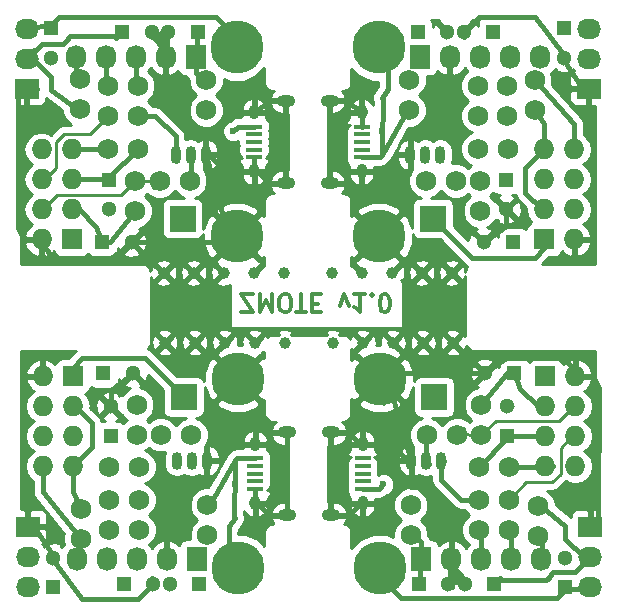
<source format=gbl>
G04 #@! TF.FileFunction,Copper,L2,Bot,Signal*
%FSLAX46Y46*%
G04 Gerber Fmt 4.6, Leading zero omitted, Abs format (unit mm)*
G04 Created by KiCad (PCBNEW (after 2015-mar-04 BZR unknown)-product) date 06/27/15 23:08:47*
%MOMM*%
G01*
G04 APERTURE LIST*
%ADD10C,0.100000*%
%ADD11C,0.300000*%
%ADD12R,1.350000X0.400000*%
%ADD13O,0.950000X1.250000*%
%ADD14O,1.550000X1.000000*%
%ADD15C,1.000000*%
%ADD16C,1.727200*%
%ADD17R,1.727200X2.032000*%
%ADD18O,1.727200X2.032000*%
%ADD19R,2.235200X2.235200*%
%ADD20R,1.727200X1.727200*%
%ADD21O,1.727200X1.727200*%
%ADD22R,1.300000X1.300000*%
%ADD23C,1.300000*%
%ADD24O,0.899160X1.501140*%
%ADD25R,2.032000X1.727200*%
%ADD26O,2.032000X1.727200*%
%ADD27C,4.500880*%
%ADD28C,0.600000*%
%ADD29C,0.250000*%
%ADD30C,0.400000*%
%ADD31C,0.500000*%
%ADD32C,0.254000*%
G04 APERTURE END LIST*
D10*
D11*
X169368572Y-125416429D02*
X170368572Y-125416429D01*
X169368572Y-123916429D01*
X170368572Y-123916429D01*
X170940000Y-123916429D02*
X170940000Y-125416429D01*
X171440000Y-124345000D01*
X171940000Y-125416429D01*
X171940000Y-123916429D01*
X172940000Y-125416429D02*
X173225714Y-125416429D01*
X173368572Y-125345000D01*
X173511429Y-125202143D01*
X173582857Y-124916429D01*
X173582857Y-124416429D01*
X173511429Y-124130714D01*
X173368572Y-123987857D01*
X173225714Y-123916429D01*
X172940000Y-123916429D01*
X172797143Y-123987857D01*
X172654286Y-124130714D01*
X172582857Y-124416429D01*
X172582857Y-124916429D01*
X172654286Y-125202143D01*
X172797143Y-125345000D01*
X172940000Y-125416429D01*
X174011429Y-125416429D02*
X174868572Y-125416429D01*
X174440001Y-123916429D02*
X174440001Y-125416429D01*
X175368572Y-124702143D02*
X175868572Y-124702143D01*
X176082858Y-123916429D02*
X175368572Y-123916429D01*
X175368572Y-125416429D01*
X176082858Y-125416429D01*
X177725715Y-124916429D02*
X178082858Y-123916429D01*
X178440000Y-124916429D01*
X179797143Y-123916429D02*
X178940000Y-123916429D01*
X179368572Y-123916429D02*
X179368572Y-125416429D01*
X179225715Y-125202143D01*
X179082857Y-125059286D01*
X178940000Y-124987857D01*
X180440000Y-124059286D02*
X180511428Y-123987857D01*
X180440000Y-123916429D01*
X180368571Y-123987857D01*
X180440000Y-124059286D01*
X180440000Y-123916429D01*
X181440000Y-125416429D02*
X181582857Y-125416429D01*
X181725714Y-125345000D01*
X181797143Y-125273571D01*
X181868572Y-125130714D01*
X181940000Y-124845000D01*
X181940000Y-124487857D01*
X181868572Y-124202143D01*
X181797143Y-124059286D01*
X181725714Y-123987857D01*
X181582857Y-123916429D01*
X181440000Y-123916429D01*
X181297143Y-123987857D01*
X181225714Y-124059286D01*
X181154286Y-124202143D01*
X181082857Y-124487857D01*
X181082857Y-124845000D01*
X181154286Y-125130714D01*
X181225714Y-125273571D01*
X181297143Y-125345000D01*
X181440000Y-125416429D01*
X169368572Y-125416429D02*
X170368572Y-125416429D01*
X169368572Y-123916429D01*
X170368572Y-123916429D01*
X170940000Y-123916429D02*
X170940000Y-125416429D01*
X171440000Y-124345000D01*
X171940000Y-125416429D01*
X171940000Y-123916429D01*
X172940000Y-125416429D02*
X173225714Y-125416429D01*
X173368572Y-125345000D01*
X173511429Y-125202143D01*
X173582857Y-124916429D01*
X173582857Y-124416429D01*
X173511429Y-124130714D01*
X173368572Y-123987857D01*
X173225714Y-123916429D01*
X172940000Y-123916429D01*
X172797143Y-123987857D01*
X172654286Y-124130714D01*
X172582857Y-124416429D01*
X172582857Y-124916429D01*
X172654286Y-125202143D01*
X172797143Y-125345000D01*
X172940000Y-125416429D01*
X174011429Y-125416429D02*
X174868572Y-125416429D01*
X174440001Y-123916429D02*
X174440001Y-125416429D01*
X175368572Y-124702143D02*
X175868572Y-124702143D01*
X176082858Y-123916429D02*
X175368572Y-123916429D01*
X175368572Y-125416429D01*
X176082858Y-125416429D01*
X177725715Y-124916429D02*
X178082858Y-123916429D01*
X178440000Y-124916429D01*
X179797143Y-123916429D02*
X178940000Y-123916429D01*
X179368572Y-123916429D02*
X179368572Y-125416429D01*
X179225715Y-125202143D01*
X179082857Y-125059286D01*
X178940000Y-124987857D01*
X180440000Y-124059286D02*
X180511428Y-123987857D01*
X180440000Y-123916429D01*
X180368571Y-123987857D01*
X180440000Y-124059286D01*
X180440000Y-123916429D01*
X181440000Y-125416429D02*
X181582857Y-125416429D01*
X181725714Y-125345000D01*
X181797143Y-125273571D01*
X181868572Y-125130714D01*
X181940000Y-124845000D01*
X181940000Y-124487857D01*
X181868572Y-124202143D01*
X181797143Y-124059286D01*
X181725714Y-123987857D01*
X181582857Y-123916429D01*
X181440000Y-123916429D01*
X181297143Y-123987857D01*
X181225714Y-124059286D01*
X181154286Y-124202143D01*
X181082857Y-124487857D01*
X181082857Y-124845000D01*
X181154286Y-125130714D01*
X181225714Y-125273571D01*
X181297143Y-125345000D01*
X181440000Y-125416429D01*
D12*
X179642540Y-140390900D03*
X179642540Y-139740900D03*
X179642540Y-139090900D03*
X179642540Y-138440900D03*
X179642540Y-137790900D03*
D13*
X179642540Y-141590900D03*
X179642540Y-136590900D03*
D14*
X176942540Y-142590900D03*
X176942540Y-135590900D03*
D15*
X177130000Y-127995000D03*
X182210000Y-127995000D03*
X179670000Y-127995000D03*
X184750000Y-127995000D03*
X187290000Y-127995000D03*
D16*
X187630000Y-135795000D03*
X185090000Y-135795000D03*
X191990000Y-143835000D03*
X191990000Y-141295000D03*
X189690000Y-133255000D03*
X189690000Y-135795000D03*
X194490000Y-141855000D03*
X194490000Y-144395000D03*
X192030000Y-138495000D03*
X189490000Y-138495000D03*
X183690000Y-141755000D03*
X183690000Y-144295000D03*
X189490000Y-143835000D03*
X189490000Y-141295000D03*
D17*
X184590000Y-146295000D03*
D18*
X187130000Y-146295000D03*
X189670000Y-146295000D03*
X192210000Y-146295000D03*
X194750000Y-146295000D03*
D19*
X185690000Y-132595000D03*
D20*
X195096000Y-130839000D03*
D21*
X197636000Y-130839000D03*
X195096000Y-133379000D03*
X197636000Y-133379000D03*
X195096000Y-135919000D03*
X197636000Y-135919000D03*
X195096000Y-138459000D03*
X197636000Y-138459000D03*
D22*
X191890000Y-135895000D03*
D23*
X191890000Y-133395000D03*
D22*
X192490000Y-130595000D03*
D23*
X189990000Y-130595000D03*
D22*
X190790000Y-148395000D03*
D23*
X188290000Y-148395000D03*
D22*
X184390000Y-148395000D03*
D23*
X186890000Y-148395000D03*
D13*
X179642540Y-136589100D03*
X179642540Y-141589100D03*
D14*
X176942540Y-135589100D03*
X176942540Y-142589100D03*
D24*
X185020000Y-137995000D03*
X183750000Y-137995000D03*
X186290000Y-137995000D03*
D25*
X198890000Y-143595000D03*
D26*
X198890000Y-146135000D03*
X198890000Y-148675000D03*
D22*
X196790000Y-148695000D03*
D23*
X196790000Y-146195000D03*
D27*
X181080000Y-147090000D03*
X181080000Y-131090000D03*
X180980000Y-119000000D03*
X180980000Y-103000000D03*
D22*
X196690000Y-101395000D03*
D23*
X196690000Y-103895000D03*
D25*
X198790000Y-106495000D03*
D26*
X198790000Y-103955000D03*
X198790000Y-101415000D03*
D24*
X184920000Y-112095000D03*
X183650000Y-112095000D03*
X186190000Y-112095000D03*
D12*
X179542540Y-112300900D03*
X179542540Y-111650900D03*
X179542540Y-111000900D03*
X179542540Y-110350900D03*
X179542540Y-109700900D03*
D13*
X179542540Y-113500900D03*
X179542540Y-108500900D03*
D14*
X176842540Y-114500900D03*
X176842540Y-107500900D03*
D22*
X184290000Y-101695000D03*
D23*
X186790000Y-101695000D03*
D22*
X190690000Y-101695000D03*
D23*
X188190000Y-101695000D03*
D22*
X192390000Y-119495000D03*
D23*
X189890000Y-119495000D03*
D22*
X191790000Y-114195000D03*
D23*
X191790000Y-116695000D03*
D20*
X194996000Y-119251000D03*
D21*
X197536000Y-119251000D03*
X194996000Y-116711000D03*
X197536000Y-116711000D03*
X194996000Y-114171000D03*
X197536000Y-114171000D03*
X194996000Y-111631000D03*
X197536000Y-111631000D03*
D19*
X185590000Y-117495000D03*
D17*
X184490000Y-103795000D03*
D18*
X187030000Y-103795000D03*
X189570000Y-103795000D03*
X192110000Y-103795000D03*
X194650000Y-103795000D03*
D16*
X189390000Y-106255000D03*
X189390000Y-108795000D03*
X183590000Y-108335000D03*
X183590000Y-105795000D03*
X191930000Y-111595000D03*
X189390000Y-111595000D03*
X194190000Y-108335000D03*
X194190000Y-105795000D03*
X189590000Y-116835000D03*
X189590000Y-114295000D03*
X191890000Y-106255000D03*
X191890000Y-108795000D03*
X187530000Y-114295000D03*
X184990000Y-114295000D03*
D15*
X177030000Y-122095000D03*
X182110000Y-122095000D03*
X179570000Y-122095000D03*
X184650000Y-122095000D03*
X187190000Y-122095000D03*
D13*
X179542540Y-108499100D03*
X179542540Y-113499100D03*
D14*
X176842540Y-107499100D03*
X176842540Y-114499100D03*
D13*
X170537460Y-141590900D03*
X170537460Y-136590900D03*
D14*
X173237460Y-142590900D03*
X173237460Y-135590900D03*
D15*
X173050000Y-127995000D03*
X167970000Y-127995000D03*
X170510000Y-127995000D03*
X165430000Y-127995000D03*
X162890000Y-127995000D03*
D16*
X162550000Y-135795000D03*
X165090000Y-135795000D03*
X158190000Y-143835000D03*
X158190000Y-141295000D03*
X160490000Y-133255000D03*
X160490000Y-135795000D03*
X155790000Y-142055000D03*
X155790000Y-144595000D03*
X158150000Y-138495000D03*
X160690000Y-138495000D03*
X166490000Y-141755000D03*
X166490000Y-144295000D03*
X160690000Y-143835000D03*
X160690000Y-141295000D03*
D17*
X165590000Y-146295000D03*
D18*
X163050000Y-146295000D03*
X160510000Y-146295000D03*
X157970000Y-146295000D03*
X155430000Y-146295000D03*
D19*
X164490000Y-132595000D03*
D20*
X155084000Y-130839000D03*
D21*
X152544000Y-130839000D03*
X155084000Y-133379000D03*
X152544000Y-133379000D03*
X155084000Y-135919000D03*
X152544000Y-135919000D03*
X155084000Y-138459000D03*
X152544000Y-138459000D03*
D22*
X158290000Y-135895000D03*
D23*
X158290000Y-133395000D03*
D22*
X157690000Y-130595000D03*
D23*
X160190000Y-130595000D03*
D22*
X159390000Y-148395000D03*
D23*
X161890000Y-148395000D03*
D22*
X165790000Y-148395000D03*
D23*
X163290000Y-148395000D03*
D12*
X170537460Y-137789100D03*
X170537460Y-138439100D03*
X170537460Y-139089100D03*
X170537460Y-139739100D03*
X170537460Y-140389100D03*
D13*
X170537460Y-136589100D03*
X170537460Y-141589100D03*
D14*
X173237460Y-135589100D03*
X173237460Y-142589100D03*
D24*
X165160000Y-137995000D03*
X166430000Y-137995000D03*
X163890000Y-137995000D03*
D25*
X151290000Y-143595000D03*
D26*
X151290000Y-146135000D03*
X151290000Y-148675000D03*
D22*
X153390000Y-148695000D03*
D23*
X153390000Y-146195000D03*
D27*
X169100000Y-147090000D03*
X169100000Y-131090000D03*
X169000000Y-119000000D03*
X169000000Y-103000000D03*
D22*
X153290000Y-101395000D03*
D23*
X153290000Y-103895000D03*
D25*
X151190000Y-106495000D03*
D26*
X151190000Y-103955000D03*
X151190000Y-101415000D03*
D24*
X165060000Y-112095000D03*
X166330000Y-112095000D03*
X163790000Y-112095000D03*
D13*
X170437460Y-113500900D03*
X170437460Y-108500900D03*
D14*
X173137460Y-114500900D03*
X173137460Y-107500900D03*
D22*
X165690000Y-101695000D03*
D23*
X163190000Y-101695000D03*
D22*
X159290000Y-101695000D03*
D23*
X161790000Y-101695000D03*
D22*
X157590000Y-119495000D03*
D23*
X160090000Y-119495000D03*
D22*
X158190000Y-114195000D03*
D23*
X158190000Y-116695000D03*
D20*
X154984000Y-119251000D03*
D21*
X152444000Y-119251000D03*
X154984000Y-116711000D03*
X152444000Y-116711000D03*
X154984000Y-114171000D03*
X152444000Y-114171000D03*
X154984000Y-111631000D03*
X152444000Y-111631000D03*
D19*
X164390000Y-117495000D03*
D17*
X165490000Y-103795000D03*
D18*
X162950000Y-103795000D03*
X160410000Y-103795000D03*
X157870000Y-103795000D03*
X155330000Y-103795000D03*
D16*
X160590000Y-106255000D03*
X160590000Y-108795000D03*
X166390000Y-108335000D03*
X166390000Y-105795000D03*
X158050000Y-111595000D03*
X160590000Y-111595000D03*
X155690000Y-108235000D03*
X155690000Y-105695000D03*
X160390000Y-116835000D03*
X160390000Y-114295000D03*
X158090000Y-106255000D03*
X158090000Y-108795000D03*
X162450000Y-114295000D03*
X164990000Y-114295000D03*
D15*
X172950000Y-122095000D03*
X167870000Y-122095000D03*
X170410000Y-122095000D03*
X165330000Y-122095000D03*
X162790000Y-122095000D03*
D12*
X170437460Y-109699100D03*
X170437460Y-110349100D03*
X170437460Y-110999100D03*
X170437460Y-111649100D03*
X170437460Y-112299100D03*
D13*
X170437460Y-108499100D03*
X170437460Y-113499100D03*
D14*
X173137460Y-107499100D03*
X173137460Y-114499100D03*
D28*
X168690000Y-110095000D03*
X168790000Y-139995000D03*
X181290000Y-110095000D03*
X181390000Y-139995000D03*
D29*
X168620000Y-101015000D02*
X168620000Y-102795000D01*
X151190000Y-101415000D02*
X151825000Y-101415000D01*
X168620000Y-102795000D02*
X168620000Y-101650000D01*
D30*
X168620000Y-101904000D02*
X167176000Y-100455000D01*
X168620000Y-102795000D02*
X168620000Y-101904000D01*
X151317000Y-101288000D02*
X151190000Y-101415000D01*
D29*
X168035000Y-103380000D02*
X168620000Y-102795000D01*
D31*
X168035000Y-103380000D02*
X168620000Y-102795000D01*
D30*
X167176000Y-100455000D02*
X153967382Y-100439040D01*
X153967382Y-100439040D02*
X153290000Y-101150000D01*
X153290000Y-101150000D02*
X151317000Y-101288000D01*
X169085900Y-109699100D02*
X168690000Y-110095000D01*
X170437460Y-109699100D02*
X169085900Y-109699100D01*
X168790000Y-139995000D02*
X168790000Y-139795000D01*
X170537460Y-137789100D02*
X168980000Y-137789100D01*
X168980000Y-137789100D02*
X168800000Y-137969100D01*
X168790000Y-139795000D02*
X168789617Y-139794617D01*
X168789617Y-139794617D02*
X168768101Y-139794617D01*
X168768101Y-139794617D02*
X168768484Y-139795000D01*
X168768484Y-139795000D02*
X168790000Y-139795000D01*
X168790000Y-139795000D02*
X168790000Y-138541384D01*
X168712671Y-142966798D02*
X168839671Y-142839798D01*
X168292000Y-143539000D02*
X168839671Y-142839798D01*
X168262000Y-146837000D02*
X168292000Y-143539000D01*
X168262000Y-146837000D02*
X168720000Y-147295000D01*
X168800000Y-137969100D02*
X168790000Y-138541384D01*
X168790000Y-138541384D02*
X168712671Y-142966798D01*
X168800000Y-137969100D02*
X166979900Y-141265100D01*
X166979900Y-141265100D02*
X166490000Y-141755000D01*
X166852900Y-141392100D02*
X166490000Y-141755000D01*
X167625000Y-148390000D02*
X168720000Y-147295000D01*
X182455000Y-101700000D02*
X181360000Y-102795000D01*
X183227100Y-108697900D02*
X183590000Y-108335000D01*
X183100100Y-108824900D02*
X183590000Y-108335000D01*
X181280000Y-112120900D02*
X183100100Y-108824900D01*
X181290000Y-111548616D02*
X181367329Y-107123202D01*
X181280000Y-112120900D02*
X181290000Y-111548616D01*
X181818000Y-103253000D02*
X181360000Y-102795000D01*
X181818000Y-103253000D02*
X181788000Y-106551000D01*
X181788000Y-106551000D02*
X181240329Y-107250202D01*
X181367329Y-107123202D02*
X181240329Y-107250202D01*
X181290000Y-110295000D02*
X181290000Y-111548616D01*
X181311516Y-110295000D02*
X181290000Y-110295000D01*
X181311899Y-110295383D02*
X181311516Y-110295000D01*
X181290383Y-110295383D02*
X181311899Y-110295383D01*
X181290000Y-110295000D02*
X181290383Y-110295383D01*
X181100000Y-112300900D02*
X181280000Y-112120900D01*
X179542540Y-112300900D02*
X181100000Y-112300900D01*
X181290000Y-110095000D02*
X181290000Y-110295000D01*
X179642540Y-140390900D02*
X180994100Y-140390900D01*
X180994100Y-140390900D02*
X181390000Y-139995000D01*
X196790000Y-148940000D02*
X198763000Y-148802000D01*
X196112618Y-149650960D02*
X196790000Y-148940000D01*
X182904000Y-149635000D02*
X196112618Y-149650960D01*
D31*
X182045000Y-146710000D02*
X181460000Y-147295000D01*
D29*
X182045000Y-146710000D02*
X181460000Y-147295000D01*
D30*
X198763000Y-148802000D02*
X198890000Y-148675000D01*
X181460000Y-147295000D02*
X181460000Y-148186000D01*
X181460000Y-148186000D02*
X182904000Y-149635000D01*
D29*
X181460000Y-147295000D02*
X181460000Y-148440000D01*
X198890000Y-148675000D02*
X198255000Y-148675000D01*
X181460000Y-149075000D02*
X181460000Y-147295000D01*
D30*
X162896000Y-101442000D02*
X163190000Y-101442000D01*
X162896000Y-102203000D02*
X162896000Y-101949000D01*
D29*
X151230000Y-106535000D02*
X151190000Y-106495000D01*
X166330000Y-112095000D02*
X166370000Y-112095000D01*
X157682000Y-116735000D02*
X158317000Y-116735000D01*
X152444000Y-119251000D02*
X151809000Y-119251000D01*
D31*
X168650000Y-118820000D02*
X168650000Y-117015000D01*
D30*
X151317000Y-106368000D02*
X151190000Y-106495000D01*
X173127460Y-114395900D02*
X173127460Y-107395900D01*
X168269000Y-118820000D02*
X166330000Y-112095000D01*
X168650000Y-118820000D02*
X168269000Y-118820000D01*
X168650000Y-118820000D02*
X167059000Y-118820000D01*
X168573000Y-118743000D02*
X168650000Y-118820000D01*
X150489714Y-107300341D02*
X151190000Y-106495000D01*
X150445602Y-118294421D02*
X150489714Y-107300341D01*
X150920000Y-119251000D02*
X150445602Y-118294421D01*
X152444000Y-119251000D02*
X150920000Y-119251000D01*
X151190000Y-106495000D02*
X152079000Y-106495000D01*
X162950000Y-103327000D02*
X161740000Y-101979000D01*
X162950000Y-103795000D02*
X162950000Y-103327000D01*
X163190000Y-101695000D02*
X161740000Y-101979000D01*
X163150000Y-101735000D02*
X163190000Y-101695000D01*
X162950000Y-103795000D02*
X163150000Y-101735000D01*
X162950000Y-102779000D02*
X162950000Y-103795000D01*
X162288000Y-101979000D02*
X162950000Y-102779000D01*
X161740000Y-101979000D02*
X162288000Y-101979000D01*
X168505000Y-119495000D02*
X169000000Y-119000000D01*
X160090000Y-119495000D02*
X168505000Y-119495000D01*
X166330000Y-112095000D02*
X166330000Y-112135000D01*
X153490000Y-120795000D02*
X158290000Y-120795000D01*
X158290000Y-120795000D02*
X160090000Y-119495000D01*
X152444000Y-119749000D02*
X153490000Y-120795000D01*
X152444000Y-119251000D02*
X152444000Y-119749000D01*
X162950000Y-107055000D02*
X165790000Y-109895000D01*
X165790000Y-109895000D02*
X166390000Y-109895000D01*
X162950000Y-103795000D02*
X162950000Y-107055000D01*
X166390000Y-112035000D02*
X166330000Y-112095000D01*
X166390000Y-109995000D02*
X166390000Y-112035000D01*
X166390000Y-109895000D02*
X166390000Y-109995000D01*
X170695900Y-113500900D02*
X170437460Y-113500900D01*
X171695900Y-114500900D02*
X170695900Y-113500900D01*
X173137460Y-114500900D02*
X171695900Y-114500900D01*
X166590000Y-112095000D02*
X166330000Y-112095000D01*
X167995900Y-113500900D02*
X166590000Y-112095000D01*
X170437460Y-113500900D02*
X167995900Y-113500900D01*
X171584100Y-107500900D02*
X173137460Y-107500900D01*
X170584100Y-108500900D02*
X171584100Y-107500900D01*
X170437460Y-108500900D02*
X170584100Y-108500900D01*
X167190000Y-109995000D02*
X168684100Y-108500900D01*
X168684100Y-108500900D02*
X170437460Y-108500900D01*
X166390000Y-109995000D02*
X167190000Y-109995000D01*
X166690000Y-137995000D02*
X166430000Y-137995000D01*
X170537460Y-136589100D02*
X170795900Y-136589100D01*
X166490000Y-137995000D02*
X166430000Y-137995000D01*
X173237460Y-135589100D02*
X173195900Y-135589100D01*
X173237460Y-142589100D02*
X173237460Y-135589100D01*
X170684100Y-141589100D02*
X171684100Y-142589100D01*
X171684100Y-142589100D02*
X173237460Y-142589100D01*
X170537460Y-140389100D02*
X170537460Y-141589100D01*
X166490000Y-137995000D02*
X166430000Y-137995000D01*
X173227460Y-135694100D02*
X173090900Y-135694100D01*
X170527460Y-141694100D02*
X170527460Y-141932460D01*
X173227460Y-142694100D02*
X173227460Y-135694100D01*
X160590000Y-149695000D02*
X161890000Y-148395000D01*
X155890000Y-149695000D02*
X160590000Y-149695000D01*
X153390000Y-146195000D02*
X153390000Y-146425000D01*
X153390000Y-146425000D02*
X155890000Y-149695000D01*
X151290000Y-143595000D02*
X151785000Y-143595000D01*
X151785000Y-143595000D02*
X153052000Y-145457000D01*
X153052000Y-145457000D02*
X153390000Y-146195000D01*
X160190000Y-130595000D02*
X158290000Y-131995000D01*
X158290000Y-131995000D02*
X158290000Y-133395000D01*
X161840000Y-148111000D02*
X161840000Y-147944000D01*
D29*
X151330000Y-143555000D02*
X151290000Y-143595000D01*
X198750000Y-106535000D02*
X198790000Y-106495000D01*
D30*
X188240000Y-101979000D02*
X188240000Y-102146000D01*
X191790000Y-118095000D02*
X191790000Y-116695000D01*
X189890000Y-119495000D02*
X191790000Y-118095000D01*
X197028000Y-104633000D02*
X196690000Y-103895000D01*
X198295000Y-106495000D02*
X197028000Y-104633000D01*
X198790000Y-106495000D02*
X198295000Y-106495000D01*
X196690000Y-103665000D02*
X194190000Y-100395000D01*
X196690000Y-103895000D02*
X196690000Y-103665000D01*
X194190000Y-100395000D02*
X189490000Y-100395000D01*
X189490000Y-100395000D02*
X188190000Y-101695000D01*
X176852540Y-107395900D02*
X176852540Y-114395900D01*
X179552540Y-108395900D02*
X179552540Y-108157540D01*
X176852540Y-114395900D02*
X176989100Y-114395900D01*
X183590000Y-112095000D02*
X183650000Y-112095000D01*
X178395900Y-107500900D02*
X176842540Y-107500900D01*
X179395900Y-108500900D02*
X178395900Y-107500900D01*
X176842540Y-107500900D02*
X176842540Y-114500900D01*
X176842540Y-114500900D02*
X176884100Y-114500900D01*
X183590000Y-112095000D02*
X183650000Y-112095000D01*
X179542540Y-113500900D02*
X179284100Y-113500900D01*
X183390000Y-112095000D02*
X183650000Y-112095000D01*
X183690000Y-140095000D02*
X182890000Y-140095000D01*
X181395900Y-141589100D02*
X179642540Y-141589100D01*
X182890000Y-140095000D02*
X181395900Y-141589100D01*
X179642540Y-141589100D02*
X179495900Y-141589100D01*
X179495900Y-141589100D02*
X178495900Y-142589100D01*
X178495900Y-142589100D02*
X176942540Y-142589100D01*
X179642540Y-136589100D02*
X182084100Y-136589100D01*
X182084100Y-136589100D02*
X183490000Y-137995000D01*
X183490000Y-137995000D02*
X183750000Y-137995000D01*
X176942540Y-135589100D02*
X178384100Y-135589100D01*
X178384100Y-135589100D02*
X179384100Y-136589100D01*
X179384100Y-136589100D02*
X179642540Y-136589100D01*
X183690000Y-140195000D02*
X183690000Y-140095000D01*
X183690000Y-140095000D02*
X183690000Y-138055000D01*
X183690000Y-138055000D02*
X183750000Y-137995000D01*
X187130000Y-146295000D02*
X187130000Y-143035000D01*
X184290000Y-140195000D02*
X183690000Y-140195000D01*
X187130000Y-143035000D02*
X184290000Y-140195000D01*
X197636000Y-130839000D02*
X197636000Y-130341000D01*
X197636000Y-130341000D02*
X196590000Y-129295000D01*
X191790000Y-129295000D02*
X189990000Y-130595000D01*
X196590000Y-129295000D02*
X191790000Y-129295000D01*
X183750000Y-137995000D02*
X183750000Y-137955000D01*
X189990000Y-130595000D02*
X181575000Y-130595000D01*
X181575000Y-130595000D02*
X181080000Y-131090000D01*
X188340000Y-148111000D02*
X187792000Y-148111000D01*
X187792000Y-148111000D02*
X187130000Y-147311000D01*
X187130000Y-147311000D02*
X187130000Y-146295000D01*
X187130000Y-146295000D02*
X186930000Y-148355000D01*
X186930000Y-148355000D02*
X186890000Y-148395000D01*
X186890000Y-148395000D02*
X188340000Y-148111000D01*
X187130000Y-146295000D02*
X187130000Y-146763000D01*
X187130000Y-146763000D02*
X188340000Y-148111000D01*
X198890000Y-143595000D02*
X198001000Y-143595000D01*
X197636000Y-130839000D02*
X199160000Y-130839000D01*
X199160000Y-130839000D02*
X199634398Y-131795579D01*
X199634398Y-131795579D02*
X199590286Y-142789659D01*
X199590286Y-142789659D02*
X198890000Y-143595000D01*
X181507000Y-131347000D02*
X181430000Y-131270000D01*
X181430000Y-131270000D02*
X183021000Y-131270000D01*
X181430000Y-131270000D02*
X181811000Y-131270000D01*
X181811000Y-131270000D02*
X183750000Y-137995000D01*
X176952540Y-135694100D02*
X176952540Y-142694100D01*
X198763000Y-143722000D02*
X198890000Y-143595000D01*
D31*
X181430000Y-131270000D02*
X181430000Y-133075000D01*
D29*
X197636000Y-130839000D02*
X198271000Y-130839000D01*
X192398000Y-133355000D02*
X191763000Y-133355000D01*
X183750000Y-137995000D02*
X183710000Y-137995000D01*
X198850000Y-143555000D02*
X198890000Y-143595000D01*
D30*
X187184000Y-147887000D02*
X187184000Y-148141000D01*
X187184000Y-148648000D02*
X186890000Y-148648000D01*
X170437460Y-112299100D02*
X170437460Y-113500900D01*
X179542540Y-109700900D02*
X179542540Y-108500900D01*
X160590000Y-111595000D02*
X160971000Y-111595000D01*
X154984000Y-114171000D02*
X155314000Y-114171000D01*
X158190000Y-113995000D02*
X160590000Y-111595000D01*
X158190000Y-114195000D02*
X158190000Y-113995000D01*
X158166000Y-114171000D02*
X158190000Y-114195000D01*
X154984000Y-114171000D02*
X158166000Y-114171000D01*
X155592000Y-135919000D02*
X155084000Y-135919000D01*
X194488000Y-114171000D02*
X194996000Y-114171000D01*
X195096000Y-135919000D02*
X191914000Y-135919000D01*
X191914000Y-135919000D02*
X191890000Y-135895000D01*
X191890000Y-135895000D02*
X191890000Y-136095000D01*
X191890000Y-136095000D02*
X189490000Y-138495000D01*
X195096000Y-135919000D02*
X194766000Y-135919000D01*
X189490000Y-138495000D02*
X189109000Y-138495000D01*
D29*
X154944000Y-116751000D02*
X154984000Y-116711000D01*
D31*
X151825000Y-103320000D02*
X151190000Y-103955000D01*
D30*
X158050000Y-111595000D02*
X158050000Y-111595000D01*
X154984000Y-111631000D02*
X154349000Y-111631000D01*
X160390000Y-117343000D02*
X160390000Y-116835000D01*
X154984000Y-116711000D02*
X155492000Y-116711000D01*
X158050000Y-111595000D02*
X158050000Y-112103000D01*
X160390000Y-117343000D02*
X160390000Y-116835000D01*
X151190000Y-103955000D02*
X151190000Y-103828000D01*
X158790000Y-102195000D02*
X159290000Y-101695000D01*
X151190000Y-103955000D02*
X151225000Y-103955000D01*
X157986000Y-111531000D02*
X158050000Y-111595000D01*
X160266000Y-116711000D02*
X160390000Y-116835000D01*
X158050000Y-111595000D02*
X158050000Y-111635000D01*
X155606000Y-116711000D02*
X154984000Y-116711000D01*
X157090000Y-118195000D02*
X155606000Y-116711000D01*
X157590000Y-119495000D02*
X157090000Y-118195000D01*
X158230000Y-119495000D02*
X160390000Y-116835000D01*
X157590000Y-119495000D02*
X158230000Y-119495000D01*
X155020000Y-111595000D02*
X154984000Y-111631000D01*
X158050000Y-111595000D02*
X155020000Y-111595000D01*
X151695000Y-103955000D02*
X151190000Y-103955000D01*
X153290000Y-106595000D02*
X153290000Y-105495000D01*
X153290000Y-105495000D02*
X151695000Y-103955000D01*
X155430000Y-108235000D02*
X153290000Y-106595000D01*
X155690000Y-108235000D02*
X155430000Y-108235000D01*
X158990000Y-101995000D02*
X159290000Y-101695000D01*
X154890000Y-101995000D02*
X158990000Y-101995000D01*
X151230000Y-103955000D02*
X152490000Y-102695000D01*
X151190000Y-103955000D02*
X151230000Y-103955000D01*
X152490000Y-102695000D02*
X154290000Y-102695000D01*
X154290000Y-102695000D02*
X154690000Y-102295000D01*
X154690000Y-102295000D02*
X154690000Y-102195000D01*
X154690000Y-102195000D02*
X154890000Y-101995000D01*
X155084000Y-138459000D02*
X155084000Y-140649000D01*
X155084000Y-140649000D02*
X155790000Y-142055000D01*
X158114000Y-138459000D02*
X158150000Y-138495000D01*
X155084000Y-133379000D02*
X155274000Y-133379000D01*
X155274000Y-133379000D02*
X156690000Y-134795000D01*
X156690000Y-136853000D02*
X155084000Y-138459000D01*
X156690000Y-134795000D02*
X156690000Y-136853000D01*
D29*
X155084000Y-133379000D02*
X155084000Y-134014000D01*
X194996000Y-116711000D02*
X194996000Y-116076000D01*
D30*
X193390000Y-115295000D02*
X193390000Y-113237000D01*
X193390000Y-113237000D02*
X194996000Y-111631000D01*
X194806000Y-116711000D02*
X193390000Y-115295000D01*
X194996000Y-116711000D02*
X194806000Y-116711000D01*
X191966000Y-111631000D02*
X191930000Y-111595000D01*
X194996000Y-109441000D02*
X194190000Y-108335000D01*
X194996000Y-111631000D02*
X194996000Y-109441000D01*
X195390000Y-147895000D02*
X195190000Y-148095000D01*
X195390000Y-147795000D02*
X195390000Y-147895000D01*
X195790000Y-147395000D02*
X195390000Y-147795000D01*
X197590000Y-147395000D02*
X195790000Y-147395000D01*
X198890000Y-146135000D02*
X198850000Y-146135000D01*
X198850000Y-146135000D02*
X197590000Y-147395000D01*
X195190000Y-148095000D02*
X191090000Y-148095000D01*
X191090000Y-148095000D02*
X190790000Y-148395000D01*
X194490000Y-141855000D02*
X194750000Y-141855000D01*
X194750000Y-141855000D02*
X196790000Y-143495000D01*
X196790000Y-144595000D02*
X198385000Y-146135000D01*
X196790000Y-143495000D02*
X196790000Y-144595000D01*
X198385000Y-146135000D02*
X198890000Y-146135000D01*
X192030000Y-138495000D02*
X195060000Y-138495000D01*
X195060000Y-138495000D02*
X195096000Y-138459000D01*
X192490000Y-130595000D02*
X191850000Y-130595000D01*
X191850000Y-130595000D02*
X189690000Y-133255000D01*
X192490000Y-130595000D02*
X192990000Y-131895000D01*
X192990000Y-131895000D02*
X194474000Y-133379000D01*
X194474000Y-133379000D02*
X195096000Y-133379000D01*
X192030000Y-138495000D02*
X192030000Y-138455000D01*
X189814000Y-133379000D02*
X189690000Y-133255000D01*
X192094000Y-138559000D02*
X192030000Y-138495000D01*
X198890000Y-146135000D02*
X198855000Y-146135000D01*
X191290000Y-147895000D02*
X190790000Y-148395000D01*
X198890000Y-146135000D02*
X198890000Y-146262000D01*
X189690000Y-132747000D02*
X189690000Y-133255000D01*
X192030000Y-138495000D02*
X192030000Y-137987000D01*
X195096000Y-133379000D02*
X194588000Y-133379000D01*
X189690000Y-132747000D02*
X189690000Y-133255000D01*
X195096000Y-138459000D02*
X195731000Y-138459000D01*
X192030000Y-138495000D02*
X192030000Y-138495000D01*
D31*
X198255000Y-146770000D02*
X198890000Y-146135000D01*
D29*
X195136000Y-133339000D02*
X195096000Y-133379000D01*
X165650000Y-101442000D02*
X165690000Y-101442000D01*
D30*
X165490000Y-103795000D02*
X165690000Y-101695000D01*
X165490000Y-105195000D02*
X165490000Y-103795000D01*
X166090000Y-105795000D02*
X165490000Y-105195000D01*
X166390000Y-105795000D02*
X166090000Y-105795000D01*
X165590000Y-146295000D02*
X165590000Y-146803000D01*
X184490000Y-103795000D02*
X184490000Y-103287000D01*
X183690000Y-144295000D02*
X183990000Y-144295000D01*
X183990000Y-144295000D02*
X184590000Y-144895000D01*
X184590000Y-144895000D02*
X184590000Y-146295000D01*
X184590000Y-146295000D02*
X184390000Y-148395000D01*
D29*
X184430000Y-148648000D02*
X184390000Y-148648000D01*
D30*
X164806000Y-111841000D02*
X165060000Y-112095000D01*
X165060000Y-112095000D02*
X165060000Y-111841000D01*
X165060000Y-114225000D02*
X164990000Y-114295000D01*
X165060000Y-112095000D02*
X165060000Y-114225000D01*
X185020000Y-137995000D02*
X185020000Y-135865000D01*
X185020000Y-135865000D02*
X185090000Y-135795000D01*
X185020000Y-137995000D02*
X185020000Y-138249000D01*
X185274000Y-138249000D02*
X185020000Y-137995000D01*
D29*
X162450000Y-114295000D02*
X163085000Y-114295000D01*
D30*
X162450000Y-114295000D02*
X162450000Y-114803000D01*
X161942000Y-114803000D02*
X162450000Y-114295000D01*
X152444000Y-116711000D02*
X151936000Y-116711000D01*
D29*
X160390000Y-114295000D02*
X159990000Y-114295000D01*
X162490000Y-114335000D02*
X162450000Y-114295000D01*
X160390000Y-114295000D02*
X162490000Y-114335000D01*
X153790000Y-115495000D02*
X159190000Y-115495000D01*
X159190000Y-115495000D02*
X160390000Y-114295000D01*
X152574000Y-116711000D02*
X153790000Y-115495000D01*
X152444000Y-116711000D02*
X152574000Y-116711000D01*
X161915000Y-135795000D02*
X162550000Y-135795000D01*
X188165000Y-114295000D02*
X187530000Y-114295000D01*
X197636000Y-133379000D02*
X197506000Y-133379000D01*
X197506000Y-133379000D02*
X196290000Y-134595000D01*
X190890000Y-134595000D02*
X189690000Y-135795000D01*
X196290000Y-134595000D02*
X190890000Y-134595000D01*
X189690000Y-135795000D02*
X187590000Y-135755000D01*
X187590000Y-135755000D02*
X187630000Y-135795000D01*
X189690000Y-135795000D02*
X190090000Y-135795000D01*
D30*
X197636000Y-133379000D02*
X198144000Y-133379000D01*
X188138000Y-135287000D02*
X187630000Y-135795000D01*
X187630000Y-135795000D02*
X187630000Y-135287000D01*
D29*
X187630000Y-135795000D02*
X186995000Y-135795000D01*
X153690000Y-113195000D02*
X153690000Y-110995000D01*
X153690000Y-110995000D02*
X154390000Y-110295000D01*
X154390000Y-110295000D02*
X156590000Y-110295000D01*
X156590000Y-110295000D02*
X158090000Y-108795000D01*
X152714000Y-114171000D02*
X153690000Y-113195000D01*
X152444000Y-114171000D02*
X152714000Y-114171000D01*
D30*
X152544000Y-135919000D02*
X152036000Y-135919000D01*
X197536000Y-114171000D02*
X198044000Y-114171000D01*
D29*
X197636000Y-135919000D02*
X197366000Y-135919000D01*
X197366000Y-135919000D02*
X196390000Y-136895000D01*
X193490000Y-139795000D02*
X191990000Y-141295000D01*
X195690000Y-139795000D02*
X193490000Y-139795000D01*
X196390000Y-139095000D02*
X195690000Y-139795000D01*
X196390000Y-136895000D02*
X196390000Y-139095000D01*
D30*
X160410000Y-106075000D02*
X160590000Y-106255000D01*
X160410000Y-103795000D02*
X160410000Y-106075000D01*
D29*
X159875000Y-146295000D02*
X160470000Y-146295000D01*
X190205000Y-103795000D02*
X189610000Y-103795000D01*
D30*
X189670000Y-146295000D02*
X189670000Y-144015000D01*
X189670000Y-144015000D02*
X189490000Y-143835000D01*
X157870000Y-106035000D02*
X158090000Y-106255000D01*
X157870000Y-103795000D02*
X157870000Y-106035000D01*
X192210000Y-146295000D02*
X192210000Y-144055000D01*
X192210000Y-144055000D02*
X191990000Y-143835000D01*
X163790000Y-112095000D02*
X163536000Y-112095000D01*
X163790000Y-112095000D02*
X163790000Y-112603000D01*
X163790000Y-112095000D02*
X163790000Y-111587000D01*
X163790000Y-110495000D02*
X162090000Y-108795000D01*
X162090000Y-108795000D02*
X160590000Y-108795000D01*
X163790000Y-112095000D02*
X163790000Y-110495000D01*
X186290000Y-137995000D02*
X186290000Y-139595000D01*
X187990000Y-141295000D02*
X189490000Y-141295000D01*
X186290000Y-139595000D02*
X187990000Y-141295000D01*
X186290000Y-137995000D02*
X186290000Y-138503000D01*
X186290000Y-137995000D02*
X186290000Y-137487000D01*
X186290000Y-137995000D02*
X186544000Y-137995000D01*
X155084000Y-130839000D02*
X155084000Y-130101000D01*
X155084000Y-130101000D02*
X155890000Y-129295000D01*
X155890000Y-129295000D02*
X161190000Y-129295000D01*
X161190000Y-129295000D02*
X164490000Y-132595000D01*
D29*
X155719000Y-130839000D02*
X155719000Y-130204000D01*
X194361000Y-119251000D02*
X194361000Y-119886000D01*
D30*
X188890000Y-120795000D02*
X185590000Y-117495000D01*
X194190000Y-120795000D02*
X188890000Y-120795000D01*
X194996000Y-119989000D02*
X194190000Y-120795000D01*
X194996000Y-119251000D02*
X194996000Y-119989000D01*
X152444000Y-111631000D02*
X152952000Y-111631000D01*
X152444000Y-111215002D02*
X152444000Y-111631000D01*
X152444000Y-111631000D02*
X152444000Y-111123000D01*
D29*
X155330000Y-105335000D02*
X155690000Y-105695000D01*
D30*
X155330000Y-105335000D02*
X155690000Y-105695000D01*
X155330000Y-103795000D02*
X155330000Y-105335000D01*
X152544000Y-138459000D02*
X152544000Y-140649000D01*
X152544000Y-140649000D02*
X155790000Y-144595000D01*
X152544000Y-138459000D02*
X152798000Y-138459000D01*
X197536000Y-111631000D02*
X197282000Y-111631000D01*
X197536000Y-109441000D02*
X194190000Y-105795000D01*
X197536000Y-111631000D02*
X197536000Y-109441000D01*
X194750000Y-146295000D02*
X194850000Y-144755000D01*
X194850000Y-144755000D02*
X194490000Y-144395000D01*
D29*
X194850000Y-144755000D02*
X194490000Y-144395000D01*
D30*
X197636000Y-138459000D02*
X197636000Y-138967000D01*
X197636000Y-138874998D02*
X197636000Y-138459000D01*
X197636000Y-138459000D02*
X197128000Y-138459000D01*
D32*
G36*
X153483747Y-103909142D02*
X153304142Y-104088747D01*
X153290000Y-104074605D01*
X153275857Y-104088747D01*
X153096252Y-103909142D01*
X153110395Y-103895000D01*
X153096252Y-103880857D01*
X153275857Y-103701252D01*
X153290000Y-103715395D01*
X153304142Y-103701252D01*
X153483747Y-103880857D01*
X153469605Y-103895000D01*
X153483747Y-103909142D01*
X153483747Y-103909142D01*
G37*
X153483747Y-103909142D02*
X153304142Y-104088747D01*
X153290000Y-104074605D01*
X153275857Y-104088747D01*
X153096252Y-103909142D01*
X153110395Y-103895000D01*
X153096252Y-103880857D01*
X153275857Y-103701252D01*
X153290000Y-103715395D01*
X153304142Y-103701252D01*
X153483747Y-103880857D01*
X153469605Y-103895000D01*
X153483747Y-103909142D01*
G36*
X153583747Y-146209142D02*
X153404142Y-146388747D01*
X153390000Y-146374605D01*
X153375857Y-146388747D01*
X153196252Y-146209142D01*
X153210395Y-146195000D01*
X153196252Y-146180857D01*
X153375857Y-146001252D01*
X153390000Y-146015395D01*
X153404142Y-146001252D01*
X153583747Y-146180857D01*
X153569605Y-146195000D01*
X153583747Y-146209142D01*
X153583747Y-146209142D01*
G37*
X153583747Y-146209142D02*
X153404142Y-146388747D01*
X153390000Y-146374605D01*
X153375857Y-146388747D01*
X153196252Y-146209142D01*
X153210395Y-146195000D01*
X153196252Y-146180857D01*
X153375857Y-146001252D01*
X153390000Y-146015395D01*
X153404142Y-146001252D01*
X153583747Y-146180857D01*
X153569605Y-146195000D01*
X153583747Y-146209142D01*
G36*
X155328848Y-128685000D02*
X155299566Y-128704566D01*
X154676172Y-129327960D01*
X154220400Y-129327960D01*
X153978277Y-129374937D01*
X153765473Y-129514727D01*
X153623023Y-129725760D01*
X153604088Y-129820178D01*
X153432490Y-129632179D01*
X152903027Y-129384032D01*
X152671000Y-129504531D01*
X152671000Y-130712000D01*
X152691000Y-130712000D01*
X152691000Y-130966000D01*
X152671000Y-130966000D01*
X152671000Y-130986000D01*
X152417000Y-130986000D01*
X152417000Y-130966000D01*
X152417000Y-130712000D01*
X152417000Y-129504531D01*
X152184973Y-129384032D01*
X151655510Y-129632179D01*
X151261312Y-130064053D01*
X151089042Y-130479974D01*
X151210183Y-130712000D01*
X152417000Y-130712000D01*
X152417000Y-130966000D01*
X151210183Y-130966000D01*
X151089042Y-131198026D01*
X151261312Y-131613947D01*
X151655510Y-132045821D01*
X151778228Y-132103336D01*
X151454971Y-132319330D01*
X151130115Y-132805511D01*
X151016041Y-133379000D01*
X151130115Y-133952489D01*
X151454971Y-134438670D01*
X151769751Y-134649000D01*
X151454971Y-134859330D01*
X151130115Y-135345511D01*
X151016041Y-135919000D01*
X151130115Y-136492489D01*
X151454971Y-136978670D01*
X151769751Y-137189000D01*
X151454971Y-137399330D01*
X151130115Y-137885511D01*
X151016041Y-138459000D01*
X151130115Y-139032489D01*
X151454971Y-139518670D01*
X151709000Y-139688406D01*
X151709000Y-140649000D01*
X151733023Y-140769771D01*
X151745234Y-140892306D01*
X151764574Y-140928389D01*
X151772561Y-140968541D01*
X151840973Y-141070927D01*
X151899146Y-141179460D01*
X154348969Y-144157588D01*
X154291661Y-144295602D01*
X154291141Y-144891782D01*
X154361943Y-145063136D01*
X154260021Y-145215673D01*
X154224870Y-145180522D01*
X154109409Y-145295982D01*
X154053729Y-145065389D01*
X153570922Y-144897378D01*
X153060572Y-144926917D01*
X152726271Y-145065389D01*
X152673579Y-145283604D01*
X152534415Y-145075330D01*
X152512219Y-145060499D01*
X152665698Y-144996927D01*
X152844327Y-144818299D01*
X152941000Y-144584910D01*
X152941000Y-144332291D01*
X152941000Y-143880750D01*
X152941000Y-143309250D01*
X152941000Y-142857709D01*
X152941000Y-142605090D01*
X152844327Y-142371701D01*
X152665698Y-142193073D01*
X152432309Y-142096400D01*
X151575750Y-142096400D01*
X151417000Y-142255150D01*
X151417000Y-143468000D01*
X152782250Y-143468000D01*
X152941000Y-143309250D01*
X152941000Y-143880750D01*
X152782250Y-143722000D01*
X151417000Y-143722000D01*
X151417000Y-143742000D01*
X151163000Y-143742000D01*
X151163000Y-143722000D01*
X151143000Y-143722000D01*
X151143000Y-143468000D01*
X151163000Y-143468000D01*
X151163000Y-142255150D01*
X151004250Y-142096400D01*
X150685000Y-142096400D01*
X150685000Y-128685000D01*
X155328848Y-128685000D01*
X155328848Y-128685000D01*
G37*
X155328848Y-128685000D02*
X155299566Y-128704566D01*
X154676172Y-129327960D01*
X154220400Y-129327960D01*
X153978277Y-129374937D01*
X153765473Y-129514727D01*
X153623023Y-129725760D01*
X153604088Y-129820178D01*
X153432490Y-129632179D01*
X152903027Y-129384032D01*
X152671000Y-129504531D01*
X152671000Y-130712000D01*
X152691000Y-130712000D01*
X152691000Y-130966000D01*
X152671000Y-130966000D01*
X152671000Y-130986000D01*
X152417000Y-130986000D01*
X152417000Y-130966000D01*
X152417000Y-130712000D01*
X152417000Y-129504531D01*
X152184973Y-129384032D01*
X151655510Y-129632179D01*
X151261312Y-130064053D01*
X151089042Y-130479974D01*
X151210183Y-130712000D01*
X152417000Y-130712000D01*
X152417000Y-130966000D01*
X151210183Y-130966000D01*
X151089042Y-131198026D01*
X151261312Y-131613947D01*
X151655510Y-132045821D01*
X151778228Y-132103336D01*
X151454971Y-132319330D01*
X151130115Y-132805511D01*
X151016041Y-133379000D01*
X151130115Y-133952489D01*
X151454971Y-134438670D01*
X151769751Y-134649000D01*
X151454971Y-134859330D01*
X151130115Y-135345511D01*
X151016041Y-135919000D01*
X151130115Y-136492489D01*
X151454971Y-136978670D01*
X151769751Y-137189000D01*
X151454971Y-137399330D01*
X151130115Y-137885511D01*
X151016041Y-138459000D01*
X151130115Y-139032489D01*
X151454971Y-139518670D01*
X151709000Y-139688406D01*
X151709000Y-140649000D01*
X151733023Y-140769771D01*
X151745234Y-140892306D01*
X151764574Y-140928389D01*
X151772561Y-140968541D01*
X151840973Y-141070927D01*
X151899146Y-141179460D01*
X154348969Y-144157588D01*
X154291661Y-144295602D01*
X154291141Y-144891782D01*
X154361943Y-145063136D01*
X154260021Y-145215673D01*
X154224870Y-145180522D01*
X154109409Y-145295982D01*
X154053729Y-145065389D01*
X153570922Y-144897378D01*
X153060572Y-144926917D01*
X152726271Y-145065389D01*
X152673579Y-145283604D01*
X152534415Y-145075330D01*
X152512219Y-145060499D01*
X152665698Y-144996927D01*
X152844327Y-144818299D01*
X152941000Y-144584910D01*
X152941000Y-144332291D01*
X152941000Y-143880750D01*
X152941000Y-143309250D01*
X152941000Y-142857709D01*
X152941000Y-142605090D01*
X152844327Y-142371701D01*
X152665698Y-142193073D01*
X152432309Y-142096400D01*
X151575750Y-142096400D01*
X151417000Y-142255150D01*
X151417000Y-143468000D01*
X152782250Y-143468000D01*
X152941000Y-143309250D01*
X152941000Y-143880750D01*
X152782250Y-143722000D01*
X151417000Y-143722000D01*
X151417000Y-143742000D01*
X151163000Y-143742000D01*
X151163000Y-143722000D01*
X151143000Y-143722000D01*
X151143000Y-143468000D01*
X151163000Y-143468000D01*
X151163000Y-142255150D01*
X151004250Y-142096400D01*
X150685000Y-142096400D01*
X150685000Y-128685000D01*
X155328848Y-128685000D01*
G36*
X158383747Y-116709142D02*
X158204142Y-116888747D01*
X158190000Y-116874605D01*
X158175857Y-116888747D01*
X157996252Y-116709142D01*
X158010395Y-116695000D01*
X157996252Y-116680857D01*
X158175857Y-116501252D01*
X158190000Y-116515395D01*
X158204142Y-116501252D01*
X158383747Y-116680857D01*
X158369605Y-116695000D01*
X158383747Y-116709142D01*
X158383747Y-116709142D01*
G37*
X158383747Y-116709142D02*
X158204142Y-116888747D01*
X158190000Y-116874605D01*
X158175857Y-116888747D01*
X157996252Y-116709142D01*
X158010395Y-116695000D01*
X157996252Y-116680857D01*
X158175857Y-116501252D01*
X158190000Y-116515395D01*
X158204142Y-116501252D01*
X158383747Y-116680857D01*
X158369605Y-116695000D01*
X158383747Y-116709142D01*
G36*
X161908049Y-101784840D02*
X161804142Y-101888747D01*
X161790000Y-101874605D01*
X161775857Y-101888747D01*
X161596252Y-101709142D01*
X161610395Y-101695000D01*
X161596252Y-101680857D01*
X161775857Y-101501252D01*
X161790000Y-101515395D01*
X161804142Y-101501252D01*
X161897010Y-101594120D01*
X161908049Y-101784840D01*
X161908049Y-101784840D01*
G37*
X161908049Y-101784840D02*
X161804142Y-101888747D01*
X161790000Y-101874605D01*
X161775857Y-101888747D01*
X161596252Y-101709142D01*
X161610395Y-101695000D01*
X161596252Y-101680857D01*
X161775857Y-101501252D01*
X161790000Y-101515395D01*
X161804142Y-101501252D01*
X161897010Y-101594120D01*
X161908049Y-101784840D01*
G36*
X162008049Y-148484840D02*
X161904142Y-148588747D01*
X161890000Y-148574605D01*
X161875857Y-148588747D01*
X161696252Y-148409142D01*
X161710395Y-148395000D01*
X161696252Y-148380857D01*
X161875857Y-148201252D01*
X161890000Y-148215395D01*
X161904142Y-148201252D01*
X161997010Y-148294120D01*
X162008049Y-148484840D01*
X162008049Y-148484840D01*
G37*
X162008049Y-148484840D02*
X161904142Y-148588747D01*
X161890000Y-148574605D01*
X161875857Y-148588747D01*
X161696252Y-148409142D01*
X161710395Y-148395000D01*
X161696252Y-148380857D01*
X161875857Y-148201252D01*
X161890000Y-148215395D01*
X161904142Y-148201252D01*
X161997010Y-148294120D01*
X162008049Y-148484840D01*
G36*
X163383747Y-101709142D02*
X163204142Y-101888747D01*
X163190000Y-101874605D01*
X163175857Y-101888747D01*
X163082989Y-101795879D01*
X163071950Y-101605159D01*
X163175857Y-101501252D01*
X163190000Y-101515395D01*
X163204142Y-101501252D01*
X163383747Y-101680857D01*
X163369605Y-101695000D01*
X163383747Y-101709142D01*
X163383747Y-101709142D01*
G37*
X163383747Y-101709142D02*
X163204142Y-101888747D01*
X163190000Y-101874605D01*
X163175857Y-101888747D01*
X163082989Y-101795879D01*
X163071950Y-101605159D01*
X163175857Y-101501252D01*
X163190000Y-101515395D01*
X163204142Y-101501252D01*
X163383747Y-101680857D01*
X163369605Y-101695000D01*
X163383747Y-101709142D01*
G36*
X163483747Y-148409142D02*
X163304142Y-148588747D01*
X163290000Y-148574605D01*
X163275857Y-148588747D01*
X163182989Y-148495879D01*
X163171950Y-148305159D01*
X163275857Y-148201252D01*
X163290000Y-148215395D01*
X163304142Y-148201252D01*
X163483747Y-148380857D01*
X163469605Y-148395000D01*
X163483747Y-148409142D01*
X163483747Y-148409142D01*
G37*
X163483747Y-148409142D02*
X163304142Y-148588747D01*
X163290000Y-148574605D01*
X163275857Y-148588747D01*
X163182989Y-148495879D01*
X163171950Y-148305159D01*
X163275857Y-148201252D01*
X163290000Y-148215395D01*
X163304142Y-148201252D01*
X163483747Y-148380857D01*
X163469605Y-148395000D01*
X163483747Y-148409142D01*
G36*
X164638570Y-134360040D02*
X164242220Y-134523808D01*
X163820290Y-134945003D01*
X163819904Y-134945930D01*
X163399997Y-134525290D01*
X162849398Y-134296661D01*
X162253218Y-134296141D01*
X161702220Y-134523808D01*
X161520051Y-134705658D01*
X161339997Y-134525290D01*
X161339069Y-134524904D01*
X161759710Y-134104997D01*
X161988339Y-133554398D01*
X161988859Y-132958218D01*
X161761192Y-132407220D01*
X161339997Y-131985290D01*
X160789398Y-131756661D01*
X160776380Y-131756649D01*
X160853729Y-131724611D01*
X160909410Y-131494016D01*
X160190000Y-130774605D01*
X159470590Y-131494016D01*
X159526271Y-131724611D01*
X159929732Y-131865010D01*
X159642220Y-131983808D01*
X159220290Y-132405003D01*
X159199476Y-132455128D01*
X159124870Y-132380522D01*
X159009409Y-132495982D01*
X158953729Y-132265389D01*
X158470922Y-132097378D01*
X157960572Y-132126917D01*
X157626271Y-132265389D01*
X157570590Y-132495984D01*
X158290000Y-133215395D01*
X158304142Y-133201252D01*
X158483747Y-133380857D01*
X158469605Y-133395000D01*
X159189016Y-134114410D01*
X159222376Y-134106354D01*
X159640003Y-134524710D01*
X159640930Y-134525095D01*
X159385649Y-134779931D01*
X159189640Y-134647623D01*
X158940000Y-134597560D01*
X158777614Y-134597560D01*
X158953729Y-134524611D01*
X159009410Y-134294016D01*
X158290000Y-133574605D01*
X158110395Y-133754210D01*
X158110395Y-133395000D01*
X157390984Y-132675590D01*
X157160389Y-132731271D01*
X156992378Y-133214078D01*
X157021917Y-133724428D01*
X157160389Y-134058729D01*
X157390984Y-134114410D01*
X158110395Y-133395000D01*
X158110395Y-133754210D01*
X157570590Y-134294016D01*
X157626271Y-134524611D01*
X157835901Y-134597560D01*
X157640000Y-134597560D01*
X157491459Y-134626380D01*
X157461439Y-134475460D01*
X157461439Y-134475459D01*
X157280434Y-134204566D01*
X156585895Y-133510027D01*
X156611959Y-133379000D01*
X156497885Y-132805511D01*
X156173029Y-132319330D01*
X156157918Y-132309233D01*
X156189723Y-132303063D01*
X156402527Y-132163273D01*
X156544977Y-131952240D01*
X156593638Y-131709587D01*
X156790360Y-131842377D01*
X157040000Y-131892440D01*
X158340000Y-131892440D01*
X158582123Y-131845463D01*
X158794927Y-131705673D01*
X158937377Y-131494640D01*
X158987440Y-131245000D01*
X158987440Y-131082614D01*
X159060389Y-131258729D01*
X159290984Y-131314410D01*
X160010395Y-130595000D01*
X159996252Y-130580857D01*
X160175857Y-130401252D01*
X160190000Y-130415395D01*
X160204142Y-130401252D01*
X160383747Y-130580857D01*
X160369605Y-130595000D01*
X161089016Y-131314410D01*
X161319611Y-131258729D01*
X161487622Y-130775922D01*
X161487472Y-130773340D01*
X162724960Y-132010828D01*
X162724960Y-133712600D01*
X162771937Y-133954723D01*
X162911727Y-134167527D01*
X163122760Y-134309977D01*
X163372400Y-134360040D01*
X164638570Y-134360040D01*
X164638570Y-134360040D01*
G37*
X164638570Y-134360040D02*
X164242220Y-134523808D01*
X163820290Y-134945003D01*
X163819904Y-134945930D01*
X163399997Y-134525290D01*
X162849398Y-134296661D01*
X162253218Y-134296141D01*
X161702220Y-134523808D01*
X161520051Y-134705658D01*
X161339997Y-134525290D01*
X161339069Y-134524904D01*
X161759710Y-134104997D01*
X161988339Y-133554398D01*
X161988859Y-132958218D01*
X161761192Y-132407220D01*
X161339997Y-131985290D01*
X160789398Y-131756661D01*
X160776380Y-131756649D01*
X160853729Y-131724611D01*
X160909410Y-131494016D01*
X160190000Y-130774605D01*
X159470590Y-131494016D01*
X159526271Y-131724611D01*
X159929732Y-131865010D01*
X159642220Y-131983808D01*
X159220290Y-132405003D01*
X159199476Y-132455128D01*
X159124870Y-132380522D01*
X159009409Y-132495982D01*
X158953729Y-132265389D01*
X158470922Y-132097378D01*
X157960572Y-132126917D01*
X157626271Y-132265389D01*
X157570590Y-132495984D01*
X158290000Y-133215395D01*
X158304142Y-133201252D01*
X158483747Y-133380857D01*
X158469605Y-133395000D01*
X159189016Y-134114410D01*
X159222376Y-134106354D01*
X159640003Y-134524710D01*
X159640930Y-134525095D01*
X159385649Y-134779931D01*
X159189640Y-134647623D01*
X158940000Y-134597560D01*
X158777614Y-134597560D01*
X158953729Y-134524611D01*
X159009410Y-134294016D01*
X158290000Y-133574605D01*
X158110395Y-133754210D01*
X158110395Y-133395000D01*
X157390984Y-132675590D01*
X157160389Y-132731271D01*
X156992378Y-133214078D01*
X157021917Y-133724428D01*
X157160389Y-134058729D01*
X157390984Y-134114410D01*
X158110395Y-133395000D01*
X158110395Y-133754210D01*
X157570590Y-134294016D01*
X157626271Y-134524611D01*
X157835901Y-134597560D01*
X157640000Y-134597560D01*
X157491459Y-134626380D01*
X157461439Y-134475460D01*
X157461439Y-134475459D01*
X157280434Y-134204566D01*
X156585895Y-133510027D01*
X156611959Y-133379000D01*
X156497885Y-132805511D01*
X156173029Y-132319330D01*
X156157918Y-132309233D01*
X156189723Y-132303063D01*
X156402527Y-132163273D01*
X156544977Y-131952240D01*
X156593638Y-131709587D01*
X156790360Y-131842377D01*
X157040000Y-131892440D01*
X158340000Y-131892440D01*
X158582123Y-131845463D01*
X158794927Y-131705673D01*
X158937377Y-131494640D01*
X158987440Y-131245000D01*
X158987440Y-131082614D01*
X159060389Y-131258729D01*
X159290984Y-131314410D01*
X160010395Y-130595000D01*
X159996252Y-130580857D01*
X160175857Y-130401252D01*
X160190000Y-130415395D01*
X160204142Y-130401252D01*
X160383747Y-130580857D01*
X160369605Y-130595000D01*
X161089016Y-131314410D01*
X161319611Y-131258729D01*
X161487622Y-130775922D01*
X161487472Y-130773340D01*
X162724960Y-132010828D01*
X162724960Y-133712600D01*
X162771937Y-133954723D01*
X162911727Y-134167527D01*
X163122760Y-134309977D01*
X163372400Y-134360040D01*
X164638570Y-134360040D01*
G36*
X186908049Y-101784840D02*
X186804142Y-101888747D01*
X186790000Y-101874605D01*
X186775857Y-101888747D01*
X186596252Y-101709142D01*
X186610395Y-101695000D01*
X185890984Y-100975590D01*
X185660389Y-101031271D01*
X185587440Y-101240901D01*
X185587440Y-101045000D01*
X185540463Y-100802877D01*
X185463030Y-100685000D01*
X186097388Y-100685000D01*
X186070590Y-100795984D01*
X186790000Y-101515395D01*
X186804142Y-101501252D01*
X186897010Y-101594120D01*
X186908049Y-101784840D01*
X186908049Y-101784840D01*
G37*
X186908049Y-101784840D02*
X186804142Y-101888747D01*
X186790000Y-101874605D01*
X186775857Y-101888747D01*
X186596252Y-101709142D01*
X186610395Y-101695000D01*
X185890984Y-100975590D01*
X185660389Y-101031271D01*
X185587440Y-101240901D01*
X185587440Y-101045000D01*
X185540463Y-100802877D01*
X185463030Y-100685000D01*
X186097388Y-100685000D01*
X186070590Y-100795984D01*
X186790000Y-101515395D01*
X186804142Y-101501252D01*
X186897010Y-101594120D01*
X186908049Y-101784840D01*
G36*
X187008049Y-148484840D02*
X186904142Y-148588747D01*
X186890000Y-148574605D01*
X186875857Y-148588747D01*
X186696252Y-148409142D01*
X186710395Y-148395000D01*
X186696252Y-148380857D01*
X186875857Y-148201252D01*
X186890000Y-148215395D01*
X186904142Y-148201252D01*
X186997010Y-148294120D01*
X187008049Y-148484840D01*
X187008049Y-148484840D01*
G37*
X187008049Y-148484840D02*
X186904142Y-148588747D01*
X186890000Y-148574605D01*
X186875857Y-148588747D01*
X186696252Y-148409142D01*
X186710395Y-148395000D01*
X186696252Y-148380857D01*
X186875857Y-148201252D01*
X186890000Y-148215395D01*
X186904142Y-148201252D01*
X186997010Y-148294120D01*
X187008049Y-148484840D01*
G36*
X188483747Y-148409142D02*
X188304142Y-148588747D01*
X188290000Y-148574605D01*
X188275857Y-148588747D01*
X188182989Y-148495879D01*
X188171950Y-148305159D01*
X188275857Y-148201252D01*
X188290000Y-148215395D01*
X188304142Y-148201252D01*
X188483747Y-148380857D01*
X188469605Y-148395000D01*
X188483747Y-148409142D01*
X188483747Y-148409142D01*
G37*
X188483747Y-148409142D02*
X188304142Y-148588747D01*
X188290000Y-148574605D01*
X188275857Y-148588747D01*
X188182989Y-148495879D01*
X188171950Y-148305159D01*
X188275857Y-148201252D01*
X188290000Y-148215395D01*
X188304142Y-148201252D01*
X188483747Y-148380857D01*
X188469605Y-148395000D01*
X188483747Y-148409142D01*
G36*
X189517117Y-100685000D02*
X189442623Y-100795360D01*
X189392560Y-101045000D01*
X189392560Y-101207385D01*
X189319611Y-101031271D01*
X189089016Y-100975590D01*
X188369605Y-101695000D01*
X188383747Y-101709142D01*
X188204142Y-101888747D01*
X188190000Y-101874605D01*
X188175857Y-101888747D01*
X188082989Y-101795879D01*
X188071950Y-101605159D01*
X188175857Y-101501252D01*
X188190000Y-101515395D01*
X188909410Y-100795984D01*
X188882611Y-100685000D01*
X189517117Y-100685000D01*
X189517117Y-100685000D01*
G37*
X189517117Y-100685000D02*
X189442623Y-100795360D01*
X189392560Y-101045000D01*
X189392560Y-101207385D01*
X189319611Y-101031271D01*
X189089016Y-100975590D01*
X188369605Y-101695000D01*
X188383747Y-101709142D01*
X188204142Y-101888747D01*
X188190000Y-101874605D01*
X188175857Y-101888747D01*
X188082989Y-101795879D01*
X188071950Y-101605159D01*
X188175857Y-101501252D01*
X188190000Y-101515395D01*
X188909410Y-100795984D01*
X188882611Y-100685000D01*
X189517117Y-100685000D01*
G36*
X192083747Y-133409142D02*
X191904142Y-133588747D01*
X191890000Y-133574605D01*
X191875857Y-133588747D01*
X191696252Y-133409142D01*
X191710395Y-133395000D01*
X191696252Y-133380857D01*
X191875857Y-133201252D01*
X191890000Y-133215395D01*
X191904142Y-133201252D01*
X192083747Y-133380857D01*
X192069605Y-133395000D01*
X192083747Y-133409142D01*
X192083747Y-133409142D01*
G37*
X192083747Y-133409142D02*
X191904142Y-133588747D01*
X191890000Y-133574605D01*
X191875857Y-133588747D01*
X191696252Y-133409142D01*
X191710395Y-133395000D01*
X191696252Y-133380857D01*
X191875857Y-133201252D01*
X191890000Y-133215395D01*
X191904142Y-133201252D01*
X192083747Y-133380857D01*
X192069605Y-133395000D01*
X192083747Y-133409142D01*
G36*
X193922081Y-117780766D02*
X193890277Y-117786937D01*
X193677473Y-117926727D01*
X193535023Y-118137760D01*
X193486361Y-118380412D01*
X193289640Y-118247623D01*
X193087622Y-118207110D01*
X193087622Y-116875922D01*
X193058083Y-116365572D01*
X192919611Y-116031271D01*
X192689016Y-115975590D01*
X191969605Y-116695000D01*
X192689016Y-117414410D01*
X192919611Y-117358729D01*
X193087622Y-116875922D01*
X193087622Y-118207110D01*
X193040000Y-118197560D01*
X192509410Y-118197560D01*
X191740000Y-118197560D01*
X191497877Y-118244537D01*
X191285073Y-118384327D01*
X191142623Y-118595360D01*
X191092560Y-118845000D01*
X191092560Y-119007385D01*
X191019611Y-118831271D01*
X190789016Y-118775590D01*
X190069605Y-119495000D01*
X190083747Y-119509142D01*
X189904142Y-119688747D01*
X189890000Y-119674605D01*
X189875857Y-119688747D01*
X189696252Y-119509142D01*
X189710395Y-119495000D01*
X188990984Y-118775590D01*
X188760389Y-118831271D01*
X188592378Y-119314078D01*
X188592527Y-119316659D01*
X187355040Y-118079172D01*
X187355040Y-116377400D01*
X187308063Y-116135277D01*
X187168273Y-115922473D01*
X186957240Y-115780023D01*
X186707600Y-115729960D01*
X185441429Y-115729960D01*
X185837780Y-115566192D01*
X186259710Y-115144997D01*
X186260095Y-115144069D01*
X186680003Y-115564710D01*
X187230602Y-115793339D01*
X187826782Y-115793859D01*
X188377780Y-115566192D01*
X188559948Y-115384341D01*
X188740003Y-115564710D01*
X188740930Y-115565095D01*
X188320290Y-115985003D01*
X188091661Y-116535602D01*
X188091141Y-117131782D01*
X188318808Y-117682780D01*
X188740003Y-118104710D01*
X189290602Y-118333339D01*
X189303619Y-118333350D01*
X189226271Y-118365389D01*
X189170590Y-118595984D01*
X189890000Y-119315395D01*
X190609410Y-118595984D01*
X190553729Y-118365389D01*
X190150267Y-118224989D01*
X190437780Y-118106192D01*
X190859710Y-117684997D01*
X190880523Y-117634871D01*
X190955130Y-117709478D01*
X191070590Y-117594017D01*
X191126271Y-117824611D01*
X191609078Y-117992622D01*
X192119428Y-117963083D01*
X192453729Y-117824611D01*
X192509410Y-117594016D01*
X191790000Y-116874605D01*
X191775857Y-116888747D01*
X191596252Y-116709142D01*
X191610395Y-116695000D01*
X190890984Y-115975590D01*
X190857623Y-115983645D01*
X190439997Y-115565290D01*
X190439069Y-115564904D01*
X190694350Y-115310068D01*
X190890360Y-115442377D01*
X191140000Y-115492440D01*
X191302385Y-115492440D01*
X191126271Y-115565389D01*
X191070590Y-115795984D01*
X191790000Y-116515395D01*
X192509410Y-115795984D01*
X192453729Y-115565389D01*
X192244098Y-115492440D01*
X192440000Y-115492440D01*
X192588540Y-115463619D01*
X192618561Y-115614541D01*
X192799566Y-115885434D01*
X193494104Y-116579972D01*
X193468041Y-116711000D01*
X193582115Y-117284489D01*
X193906971Y-117770670D01*
X193922081Y-117780766D01*
X193922081Y-117780766D01*
G37*
X193922081Y-117780766D02*
X193890277Y-117786937D01*
X193677473Y-117926727D01*
X193535023Y-118137760D01*
X193486361Y-118380412D01*
X193289640Y-118247623D01*
X193087622Y-118207110D01*
X193087622Y-116875922D01*
X193058083Y-116365572D01*
X192919611Y-116031271D01*
X192689016Y-115975590D01*
X191969605Y-116695000D01*
X192689016Y-117414410D01*
X192919611Y-117358729D01*
X193087622Y-116875922D01*
X193087622Y-118207110D01*
X193040000Y-118197560D01*
X192509410Y-118197560D01*
X191740000Y-118197560D01*
X191497877Y-118244537D01*
X191285073Y-118384327D01*
X191142623Y-118595360D01*
X191092560Y-118845000D01*
X191092560Y-119007385D01*
X191019611Y-118831271D01*
X190789016Y-118775590D01*
X190069605Y-119495000D01*
X190083747Y-119509142D01*
X189904142Y-119688747D01*
X189890000Y-119674605D01*
X189875857Y-119688747D01*
X189696252Y-119509142D01*
X189710395Y-119495000D01*
X188990984Y-118775590D01*
X188760389Y-118831271D01*
X188592378Y-119314078D01*
X188592527Y-119316659D01*
X187355040Y-118079172D01*
X187355040Y-116377400D01*
X187308063Y-116135277D01*
X187168273Y-115922473D01*
X186957240Y-115780023D01*
X186707600Y-115729960D01*
X185441429Y-115729960D01*
X185837780Y-115566192D01*
X186259710Y-115144997D01*
X186260095Y-115144069D01*
X186680003Y-115564710D01*
X187230602Y-115793339D01*
X187826782Y-115793859D01*
X188377780Y-115566192D01*
X188559948Y-115384341D01*
X188740003Y-115564710D01*
X188740930Y-115565095D01*
X188320290Y-115985003D01*
X188091661Y-116535602D01*
X188091141Y-117131782D01*
X188318808Y-117682780D01*
X188740003Y-118104710D01*
X189290602Y-118333339D01*
X189303619Y-118333350D01*
X189226271Y-118365389D01*
X189170590Y-118595984D01*
X189890000Y-119315395D01*
X190609410Y-118595984D01*
X190553729Y-118365389D01*
X190150267Y-118224989D01*
X190437780Y-118106192D01*
X190859710Y-117684997D01*
X190880523Y-117634871D01*
X190955130Y-117709478D01*
X191070590Y-117594017D01*
X191126271Y-117824611D01*
X191609078Y-117992622D01*
X192119428Y-117963083D01*
X192453729Y-117824611D01*
X192509410Y-117594016D01*
X191790000Y-116874605D01*
X191775857Y-116888747D01*
X191596252Y-116709142D01*
X191610395Y-116695000D01*
X190890984Y-115975590D01*
X190857623Y-115983645D01*
X190439997Y-115565290D01*
X190439069Y-115564904D01*
X190694350Y-115310068D01*
X190890360Y-115442377D01*
X191140000Y-115492440D01*
X191302385Y-115492440D01*
X191126271Y-115565389D01*
X191070590Y-115795984D01*
X191790000Y-116515395D01*
X192509410Y-115795984D01*
X192453729Y-115565389D01*
X192244098Y-115492440D01*
X192440000Y-115492440D01*
X192588540Y-115463619D01*
X192618561Y-115614541D01*
X192799566Y-115885434D01*
X193494104Y-116579972D01*
X193468041Y-116711000D01*
X193582115Y-117284489D01*
X193906971Y-117770670D01*
X193922081Y-117780766D01*
G36*
X196883747Y-103909142D02*
X196704142Y-104088747D01*
X196690000Y-104074605D01*
X196675857Y-104088747D01*
X196496252Y-103909142D01*
X196510395Y-103895000D01*
X196496252Y-103880857D01*
X196675857Y-103701252D01*
X196690000Y-103715395D01*
X196704142Y-103701252D01*
X196883747Y-103880857D01*
X196869605Y-103895000D01*
X196883747Y-103909142D01*
X196883747Y-103909142D01*
G37*
X196883747Y-103909142D02*
X196704142Y-104088747D01*
X196690000Y-104074605D01*
X196675857Y-104088747D01*
X196496252Y-103909142D01*
X196510395Y-103895000D01*
X196496252Y-103880857D01*
X196675857Y-103701252D01*
X196690000Y-103715395D01*
X196704142Y-103701252D01*
X196883747Y-103880857D01*
X196869605Y-103895000D01*
X196883747Y-103909142D01*
G36*
X196983747Y-146209142D02*
X196804142Y-146388747D01*
X196790000Y-146374605D01*
X196775857Y-146388747D01*
X196596252Y-146209142D01*
X196610395Y-146195000D01*
X196596252Y-146180857D01*
X196775857Y-146001252D01*
X196790000Y-146015395D01*
X196804142Y-146001252D01*
X196983747Y-146180857D01*
X196969605Y-146195000D01*
X196983747Y-146209142D01*
X196983747Y-146209142D01*
G37*
X196983747Y-146209142D02*
X196804142Y-146388747D01*
X196790000Y-146374605D01*
X196775857Y-146388747D01*
X196596252Y-146209142D01*
X196610395Y-146195000D01*
X196596252Y-146180857D01*
X196775857Y-146001252D01*
X196790000Y-146015395D01*
X196804142Y-146001252D01*
X196983747Y-146180857D01*
X196969605Y-146195000D01*
X196983747Y-146209142D01*
G36*
X199315000Y-121315000D02*
X198990958Y-121315000D01*
X198990958Y-119610026D01*
X198869817Y-119378000D01*
X197663000Y-119378000D01*
X197663000Y-120585469D01*
X197895027Y-120705968D01*
X198424490Y-120457821D01*
X198818688Y-120025947D01*
X198990958Y-119610026D01*
X198990958Y-121315000D01*
X194850868Y-121315000D01*
X195403828Y-120762040D01*
X195859600Y-120762040D01*
X196101723Y-120715063D01*
X196314527Y-120575273D01*
X196456977Y-120364240D01*
X196475911Y-120269821D01*
X196647510Y-120457821D01*
X197176973Y-120705968D01*
X197409000Y-120585469D01*
X197409000Y-119378000D01*
X197389000Y-119378000D01*
X197389000Y-119124000D01*
X197409000Y-119124000D01*
X197409000Y-119104000D01*
X197663000Y-119104000D01*
X197663000Y-119124000D01*
X198869817Y-119124000D01*
X198990958Y-118891974D01*
X198818688Y-118476053D01*
X198424490Y-118044179D01*
X198301771Y-117986663D01*
X198625029Y-117770670D01*
X198949885Y-117284489D01*
X199063959Y-116711000D01*
X198949885Y-116137511D01*
X198625029Y-115651330D01*
X198310248Y-115441000D01*
X198625029Y-115230670D01*
X198949885Y-114744489D01*
X199063959Y-114171000D01*
X198949885Y-113597511D01*
X198625029Y-113111330D01*
X198310248Y-112901000D01*
X198625029Y-112690670D01*
X198949885Y-112204489D01*
X199063959Y-111631000D01*
X198949885Y-111057511D01*
X198663000Y-110628157D01*
X198663000Y-107834850D01*
X198663000Y-106622000D01*
X197297750Y-106622000D01*
X197139000Y-106780750D01*
X197139000Y-107232291D01*
X197139000Y-107484910D01*
X197235673Y-107718299D01*
X197414302Y-107896927D01*
X197647691Y-107993600D01*
X198504250Y-107993600D01*
X198663000Y-107834850D01*
X198663000Y-110628157D01*
X198625029Y-110571330D01*
X198371000Y-110401593D01*
X198371000Y-109441000D01*
X198342645Y-109298453D01*
X198320428Y-109154822D01*
X198310985Y-109139287D01*
X198307439Y-109121459D01*
X198226695Y-109000617D01*
X198151201Y-108876418D01*
X195660225Y-106162103D01*
X195688339Y-106094398D01*
X195688859Y-105498218D01*
X195544803Y-105149575D01*
X195709670Y-105039415D01*
X195819978Y-104874326D01*
X195855130Y-104909478D01*
X195970590Y-104794017D01*
X196026271Y-105024611D01*
X196509078Y-105192622D01*
X197019428Y-105163083D01*
X197353729Y-105024611D01*
X197406420Y-104806395D01*
X197545585Y-105014670D01*
X197567780Y-105029500D01*
X197414302Y-105093073D01*
X197235673Y-105271701D01*
X197139000Y-105505090D01*
X197139000Y-105757709D01*
X197139000Y-106209250D01*
X197297750Y-106368000D01*
X198663000Y-106368000D01*
X198663000Y-106348000D01*
X198917000Y-106348000D01*
X198917000Y-106368000D01*
X198937000Y-106368000D01*
X198937000Y-106622000D01*
X198917000Y-106622000D01*
X198917000Y-107834850D01*
X199075750Y-107993600D01*
X199315000Y-107993600D01*
X199315000Y-121315000D01*
X199315000Y-121315000D01*
G37*
X199315000Y-121315000D02*
X198990958Y-121315000D01*
X198990958Y-119610026D01*
X198869817Y-119378000D01*
X197663000Y-119378000D01*
X197663000Y-120585469D01*
X197895027Y-120705968D01*
X198424490Y-120457821D01*
X198818688Y-120025947D01*
X198990958Y-119610026D01*
X198990958Y-121315000D01*
X194850868Y-121315000D01*
X195403828Y-120762040D01*
X195859600Y-120762040D01*
X196101723Y-120715063D01*
X196314527Y-120575273D01*
X196456977Y-120364240D01*
X196475911Y-120269821D01*
X196647510Y-120457821D01*
X197176973Y-120705968D01*
X197409000Y-120585469D01*
X197409000Y-119378000D01*
X197389000Y-119378000D01*
X197389000Y-119124000D01*
X197409000Y-119124000D01*
X197409000Y-119104000D01*
X197663000Y-119104000D01*
X197663000Y-119124000D01*
X198869817Y-119124000D01*
X198990958Y-118891974D01*
X198818688Y-118476053D01*
X198424490Y-118044179D01*
X198301771Y-117986663D01*
X198625029Y-117770670D01*
X198949885Y-117284489D01*
X199063959Y-116711000D01*
X198949885Y-116137511D01*
X198625029Y-115651330D01*
X198310248Y-115441000D01*
X198625029Y-115230670D01*
X198949885Y-114744489D01*
X199063959Y-114171000D01*
X198949885Y-113597511D01*
X198625029Y-113111330D01*
X198310248Y-112901000D01*
X198625029Y-112690670D01*
X198949885Y-112204489D01*
X199063959Y-111631000D01*
X198949885Y-111057511D01*
X198663000Y-110628157D01*
X198663000Y-107834850D01*
X198663000Y-106622000D01*
X197297750Y-106622000D01*
X197139000Y-106780750D01*
X197139000Y-107232291D01*
X197139000Y-107484910D01*
X197235673Y-107718299D01*
X197414302Y-107896927D01*
X197647691Y-107993600D01*
X198504250Y-107993600D01*
X198663000Y-107834850D01*
X198663000Y-110628157D01*
X198625029Y-110571330D01*
X198371000Y-110401593D01*
X198371000Y-109441000D01*
X198342645Y-109298453D01*
X198320428Y-109154822D01*
X198310985Y-109139287D01*
X198307439Y-109121459D01*
X198226695Y-109000617D01*
X198151201Y-108876418D01*
X195660225Y-106162103D01*
X195688339Y-106094398D01*
X195688859Y-105498218D01*
X195544803Y-105149575D01*
X195709670Y-105039415D01*
X195819978Y-104874326D01*
X195855130Y-104909478D01*
X195970590Y-104794017D01*
X196026271Y-105024611D01*
X196509078Y-105192622D01*
X197019428Y-105163083D01*
X197353729Y-105024611D01*
X197406420Y-104806395D01*
X197545585Y-105014670D01*
X197567780Y-105029500D01*
X197414302Y-105093073D01*
X197235673Y-105271701D01*
X197139000Y-105505090D01*
X197139000Y-105757709D01*
X197139000Y-106209250D01*
X197297750Y-106368000D01*
X198663000Y-106368000D01*
X198663000Y-106348000D01*
X198917000Y-106348000D01*
X198917000Y-106368000D01*
X198937000Y-106368000D01*
X198937000Y-106622000D01*
X198917000Y-106622000D01*
X198917000Y-107834850D01*
X199075750Y-107993600D01*
X199315000Y-107993600D01*
X199315000Y-121315000D01*
G36*
X199315000Y-142096400D02*
X199175750Y-142096400D01*
X199017000Y-142255150D01*
X199017000Y-143468000D01*
X199037000Y-143468000D01*
X199037000Y-143722000D01*
X199017000Y-143722000D01*
X199017000Y-143742000D01*
X198763000Y-143742000D01*
X198763000Y-143722000D01*
X198743000Y-143722000D01*
X198743000Y-143468000D01*
X198763000Y-143468000D01*
X198763000Y-142255150D01*
X198604250Y-142096400D01*
X197747691Y-142096400D01*
X197514302Y-142193073D01*
X197335673Y-142371701D01*
X197239000Y-142605090D01*
X197239000Y-142784591D01*
X195988666Y-141779420D01*
X195988859Y-141558218D01*
X195761192Y-141007220D01*
X195339997Y-140585290D01*
X195267050Y-140555000D01*
X195690000Y-140555000D01*
X195980839Y-140497148D01*
X196227401Y-140332401D01*
X196843199Y-139716603D01*
X197033152Y-139843526D01*
X197606641Y-139957600D01*
X197665359Y-139957600D01*
X198238848Y-139843526D01*
X198725029Y-139518670D01*
X199049885Y-139032489D01*
X199163959Y-138459000D01*
X199049885Y-137885511D01*
X198725029Y-137399330D01*
X198410248Y-137189000D01*
X198725029Y-136978670D01*
X199049885Y-136492489D01*
X199163959Y-135919000D01*
X199049885Y-135345511D01*
X198725029Y-134859330D01*
X198410248Y-134649000D01*
X198725029Y-134438670D01*
X199049885Y-133952489D01*
X199163959Y-133379000D01*
X199049885Y-132805511D01*
X198725029Y-132319330D01*
X198401771Y-132103336D01*
X198524490Y-132045821D01*
X198918688Y-131613947D01*
X199090958Y-131198026D01*
X199090958Y-130479974D01*
X198918688Y-130064053D01*
X198524490Y-129632179D01*
X197995027Y-129384032D01*
X197763000Y-129504531D01*
X197763000Y-130712000D01*
X198969817Y-130712000D01*
X199090958Y-130479974D01*
X199090958Y-131198026D01*
X198969817Y-130966000D01*
X197763000Y-130966000D01*
X197763000Y-130986000D01*
X197509000Y-130986000D01*
X197509000Y-130966000D01*
X197489000Y-130966000D01*
X197489000Y-130712000D01*
X197509000Y-130712000D01*
X197509000Y-129504531D01*
X197276973Y-129384032D01*
X196747510Y-129632179D01*
X196576746Y-129819263D01*
X196560063Y-129733277D01*
X196420273Y-129520473D01*
X196209240Y-129378023D01*
X195959600Y-129327960D01*
X194232400Y-129327960D01*
X193990277Y-129374937D01*
X193777473Y-129514727D01*
X193696078Y-129635309D01*
X193600673Y-129490073D01*
X193389640Y-129347623D01*
X193140000Y-129297560D01*
X191840000Y-129297560D01*
X191597877Y-129344537D01*
X191385073Y-129484327D01*
X191242623Y-129695360D01*
X191192560Y-129945000D01*
X191192560Y-130080011D01*
X191185051Y-130089258D01*
X191119611Y-129931271D01*
X190889016Y-129875590D01*
X190709410Y-130055195D01*
X190709410Y-129695984D01*
X190653729Y-129465389D01*
X190170922Y-129297378D01*
X189660572Y-129326917D01*
X189326271Y-129465389D01*
X189270590Y-129695984D01*
X189990000Y-130415395D01*
X190709410Y-129695984D01*
X190709410Y-130055195D01*
X190169605Y-130595000D01*
X190183747Y-130609142D01*
X190004142Y-130788747D01*
X189990000Y-130774605D01*
X189810395Y-130954210D01*
X189810395Y-130595000D01*
X189090984Y-129875590D01*
X188860389Y-129931271D01*
X188692378Y-130414078D01*
X188721917Y-130924428D01*
X188860389Y-131258729D01*
X189090984Y-131314410D01*
X189810395Y-130595000D01*
X189810395Y-130954210D01*
X189270590Y-131494016D01*
X189326271Y-131724611D01*
X189416937Y-131756161D01*
X189393218Y-131756141D01*
X188842220Y-131983808D01*
X188420290Y-132405003D01*
X188191661Y-132955602D01*
X188191141Y-133551782D01*
X188418808Y-134102780D01*
X188840003Y-134524710D01*
X188840930Y-134525095D01*
X188692926Y-134672841D01*
X188495814Y-134541135D01*
X188479997Y-134525290D01*
X188459137Y-134516628D01*
X188457540Y-134515561D01*
X188455672Y-134515189D01*
X187929398Y-134296661D01*
X187900499Y-134296635D01*
X187900499Y-128785104D01*
X187290000Y-128174605D01*
X187110395Y-128354210D01*
X187110395Y-127995000D01*
X186499896Y-127384501D01*
X186284783Y-127421648D01*
X186141888Y-127849972D01*
X186173783Y-128300375D01*
X186284783Y-128568352D01*
X186499896Y-128605499D01*
X187110395Y-127995000D01*
X187110395Y-128354210D01*
X186679501Y-128785104D01*
X186716648Y-129000217D01*
X187144972Y-129143112D01*
X187595375Y-129111217D01*
X187863352Y-129000217D01*
X187900499Y-128785104D01*
X187900499Y-134296635D01*
X187333218Y-134296141D01*
X186782220Y-134523808D01*
X186360290Y-134945003D01*
X186359904Y-134945930D01*
X185939997Y-134525290D01*
X185542031Y-134360040D01*
X186807600Y-134360040D01*
X187049723Y-134313063D01*
X187262527Y-134173273D01*
X187404977Y-133962240D01*
X187455040Y-133712600D01*
X187455040Y-131477400D01*
X187408063Y-131235277D01*
X187268273Y-131022473D01*
X187057240Y-130880023D01*
X186807600Y-130829960D01*
X185898112Y-130829960D01*
X185898112Y-128140028D01*
X185866217Y-127689625D01*
X185798112Y-127525205D01*
X185798112Y-122240028D01*
X185766217Y-121789625D01*
X185655217Y-121521648D01*
X185440104Y-121484501D01*
X185260499Y-121664106D01*
X185260499Y-121304896D01*
X185223352Y-121089783D01*
X184795028Y-120946888D01*
X184344625Y-120978783D01*
X184076648Y-121089783D01*
X184039501Y-121304896D01*
X184650000Y-121915395D01*
X185260499Y-121304896D01*
X185260499Y-121664106D01*
X184829605Y-122095000D01*
X185440104Y-122705499D01*
X185655217Y-122668352D01*
X185798112Y-122240028D01*
X185798112Y-127525205D01*
X185755217Y-127421648D01*
X185540104Y-127384501D01*
X185360499Y-127564106D01*
X185360499Y-127204896D01*
X185323352Y-126989783D01*
X185260499Y-126968814D01*
X185260499Y-122885104D01*
X184650000Y-122274605D01*
X184470395Y-122454210D01*
X184470395Y-122095000D01*
X183859896Y-121484501D01*
X183644783Y-121521648D01*
X183501888Y-121949972D01*
X183533783Y-122400375D01*
X183644783Y-122668352D01*
X183859896Y-122705499D01*
X184470395Y-122095000D01*
X184470395Y-122454210D01*
X184039501Y-122885104D01*
X184076648Y-123100217D01*
X184504972Y-123243112D01*
X184955375Y-123211217D01*
X185223352Y-123100217D01*
X185260499Y-122885104D01*
X185260499Y-126968814D01*
X184895028Y-126846888D01*
X184444625Y-126878783D01*
X184176648Y-126989783D01*
X184139501Y-127204896D01*
X184750000Y-127815395D01*
X185360499Y-127204896D01*
X185360499Y-127564106D01*
X184929605Y-127995000D01*
X185540104Y-128605499D01*
X185755217Y-128568352D01*
X185898112Y-128140028D01*
X185898112Y-130829960D01*
X185360499Y-130829960D01*
X185360499Y-128785104D01*
X184750000Y-128174605D01*
X184570395Y-128354210D01*
X184570395Y-127995000D01*
X183959896Y-127384501D01*
X183744783Y-127421648D01*
X183601888Y-127849972D01*
X183633783Y-128300375D01*
X183744783Y-128568352D01*
X183959896Y-128605499D01*
X184570395Y-127995000D01*
X184570395Y-128354210D01*
X184139501Y-128785104D01*
X184176648Y-129000217D01*
X184604972Y-129143112D01*
X185055375Y-129111217D01*
X185323352Y-129000217D01*
X185360499Y-128785104D01*
X185360499Y-130829960D01*
X184572400Y-130829960D01*
X184330277Y-130876937D01*
X184117473Y-131016727D01*
X183975023Y-131227760D01*
X183966174Y-131271884D01*
X183963173Y-130504767D01*
X183532533Y-129465111D01*
X183358112Y-129354636D01*
X183358112Y-128140028D01*
X183326217Y-127689625D01*
X183258112Y-127525205D01*
X183215217Y-127421648D01*
X183000104Y-127384501D01*
X182820499Y-127564106D01*
X182820499Y-127204896D01*
X182783352Y-126989783D01*
X182355028Y-126846888D01*
X181904625Y-126878783D01*
X181636648Y-126989783D01*
X181599501Y-127204896D01*
X182210000Y-127815395D01*
X182820499Y-127204896D01*
X182820499Y-127564106D01*
X182389605Y-127995000D01*
X183000104Y-128605499D01*
X183215217Y-128568352D01*
X183358112Y-128140028D01*
X183358112Y-129354636D01*
X183135786Y-129213819D01*
X182956181Y-129393424D01*
X182956181Y-129034214D01*
X182815764Y-128812520D01*
X182820499Y-128785104D01*
X182760219Y-128724824D01*
X182704889Y-128637467D01*
X182650639Y-128615244D01*
X182210000Y-128174605D01*
X182195857Y-128188747D01*
X182016252Y-128009142D01*
X182030395Y-127995000D01*
X181419896Y-127384501D01*
X181204783Y-127421648D01*
X181061888Y-127849972D01*
X181086994Y-128204509D01*
X180796220Y-128205647D01*
X180818112Y-128140028D01*
X180786217Y-127689625D01*
X180675217Y-127421648D01*
X180460104Y-127384501D01*
X180280499Y-127564106D01*
X180280499Y-127204896D01*
X180243352Y-126989783D01*
X179815028Y-126846888D01*
X179364625Y-126878783D01*
X179096648Y-126989783D01*
X179059501Y-127204896D01*
X179670000Y-127815395D01*
X180280499Y-127204896D01*
X180280499Y-127564106D01*
X179849605Y-127995000D01*
X179863747Y-128009142D01*
X179684142Y-128188747D01*
X179670000Y-128174605D01*
X179059501Y-128785104D01*
X179096648Y-129000217D01*
X179206455Y-129036850D01*
X181080000Y-130910395D01*
X182956181Y-129034214D01*
X182956181Y-129393424D01*
X181259605Y-131090000D01*
X183135786Y-132966181D01*
X183532533Y-132714889D01*
X183924960Y-131756905D01*
X183924960Y-133712600D01*
X183971937Y-133954723D01*
X184111727Y-134167527D01*
X184322760Y-134309977D01*
X184572400Y-134360040D01*
X184638570Y-134360040D01*
X184242220Y-134523808D01*
X183820290Y-134945003D01*
X183591661Y-135495602D01*
X183591141Y-136091782D01*
X183818808Y-136642780D01*
X183920052Y-136744201D01*
X183877000Y-136776932D01*
X183877000Y-137868000D01*
X183897000Y-137868000D01*
X183897000Y-138122000D01*
X183877000Y-138122000D01*
X183877000Y-139213068D01*
X184043935Y-139339981D01*
X184380761Y-139175358D01*
X184604949Y-139325156D01*
X185020000Y-139407715D01*
X185435051Y-139325156D01*
X185455000Y-139311826D01*
X185455000Y-139595000D01*
X185518561Y-139914541D01*
X185699566Y-140185434D01*
X187399566Y-141885434D01*
X187670459Y-142066439D01*
X187670460Y-142066439D01*
X187990000Y-142130000D01*
X188213527Y-142130000D01*
X188218808Y-142142780D01*
X188640003Y-142564710D01*
X188640930Y-142565095D01*
X188220290Y-142985003D01*
X187991661Y-143535602D01*
X187991141Y-144131782D01*
X188218808Y-144682780D01*
X188600563Y-145065201D01*
X188403539Y-145360069D01*
X188032036Y-144944268D01*
X187504791Y-144690291D01*
X187489026Y-144687642D01*
X187257000Y-144808783D01*
X187257000Y-146168000D01*
X187277000Y-146168000D01*
X187277000Y-146422000D01*
X187257000Y-146422000D01*
X187257000Y-146442000D01*
X187003000Y-146442000D01*
X187003000Y-146422000D01*
X186983000Y-146422000D01*
X186983000Y-146168000D01*
X187003000Y-146168000D01*
X187003000Y-144808783D01*
X186770974Y-144687642D01*
X186755209Y-144690291D01*
X186227964Y-144944268D01*
X186070326Y-145120701D01*
X186054063Y-145036877D01*
X185914273Y-144824073D01*
X185703240Y-144681623D01*
X185453600Y-144631560D01*
X185372598Y-144631560D01*
X185361439Y-144575460D01*
X185361439Y-144575459D01*
X185188581Y-144316759D01*
X185188859Y-143998218D01*
X184961192Y-143447220D01*
X184539997Y-143025290D01*
X184539069Y-143024904D01*
X184959710Y-142604997D01*
X185188339Y-142054398D01*
X185188859Y-141458218D01*
X184961192Y-140907220D01*
X184539997Y-140485290D01*
X183989398Y-140256661D01*
X183623000Y-140256341D01*
X183623000Y-139213068D01*
X183623000Y-138122000D01*
X183623000Y-137868000D01*
X183623000Y-136776932D01*
X183456065Y-136650019D01*
X183072889Y-136837294D01*
X182956181Y-136974286D01*
X182956181Y-133145786D01*
X181080000Y-131269605D01*
X179203819Y-133145786D01*
X179455111Y-133542533D01*
X180517342Y-133977664D01*
X181665233Y-133973173D01*
X182704889Y-133542533D01*
X182956181Y-133145786D01*
X182956181Y-136974286D01*
X182796580Y-137161627D01*
X182665420Y-137567010D01*
X182665420Y-137868000D01*
X183623000Y-137868000D01*
X183623000Y-138122000D01*
X182665420Y-138122000D01*
X182665420Y-138422990D01*
X182796580Y-138828373D01*
X183072889Y-139152706D01*
X183456065Y-139339981D01*
X183623000Y-139213068D01*
X183623000Y-140256341D01*
X183393218Y-140256141D01*
X182842220Y-140483808D01*
X182420290Y-140905003D01*
X182325162Y-141134096D01*
X182325162Y-139809833D01*
X182183117Y-139466057D01*
X181920327Y-139202808D01*
X181576799Y-139060162D01*
X181204833Y-139059838D01*
X180964980Y-139158942D01*
X180964980Y-138890900D01*
X180940326Y-138763834D01*
X180964980Y-138640900D01*
X180964980Y-138240900D01*
X180944668Y-138136213D01*
X180952540Y-138117210D01*
X180952540Y-138049650D01*
X180921935Y-138019045D01*
X180918003Y-137998777D01*
X180778213Y-137785973D01*
X180637366Y-137690900D01*
X180793790Y-137690900D01*
X180952540Y-137532150D01*
X180952540Y-137464590D01*
X180855867Y-137231201D01*
X180685450Y-137060785D01*
X180743769Y-136892031D01*
X180743326Y-136891512D01*
X180743769Y-136890231D01*
X180743769Y-136289769D01*
X180743326Y-136288487D01*
X180743769Y-136287969D01*
X180602108Y-135878051D01*
X180314361Y-135553548D01*
X179940478Y-135369832D01*
X179769540Y-135496366D01*
X179769540Y-135498166D01*
X179769540Y-136462100D01*
X179769540Y-136463900D01*
X180595103Y-136463900D01*
X180743769Y-136289769D01*
X180743769Y-136890231D01*
X180595103Y-136716100D01*
X179769540Y-136716100D01*
X179769540Y-136717900D01*
X179769540Y-136736100D01*
X179515540Y-136736100D01*
X179515540Y-136717900D01*
X179515540Y-136716100D01*
X179515540Y-136463900D01*
X179515540Y-136462100D01*
X179515540Y-135498166D01*
X179515540Y-135496366D01*
X179344602Y-135369832D01*
X178970719Y-135553548D01*
X178682972Y-135878051D01*
X178541311Y-136287969D01*
X178541753Y-136288487D01*
X178541311Y-136289769D01*
X178689977Y-136463900D01*
X179515540Y-136463900D01*
X179515540Y-136716100D01*
X178689977Y-136716100D01*
X178541311Y-136890231D01*
X178541753Y-136891512D01*
X178541311Y-136892031D01*
X178599629Y-137060785D01*
X178429213Y-137231201D01*
X178332540Y-137464590D01*
X178332540Y-137532150D01*
X178491290Y-137690900D01*
X178648596Y-137690900D01*
X178512613Y-137780227D01*
X178370163Y-137991260D01*
X178364953Y-138017236D01*
X178332540Y-138049650D01*
X178332540Y-138117210D01*
X178340871Y-138137323D01*
X178320100Y-138240900D01*
X178320100Y-138640900D01*
X178344753Y-138767965D01*
X178320100Y-138890900D01*
X178320100Y-139290900D01*
X178344753Y-139417965D01*
X178320100Y-139540900D01*
X178320100Y-139940900D01*
X178344753Y-140067965D01*
X178320100Y-140190900D01*
X178320100Y-140590900D01*
X178367077Y-140833023D01*
X178506867Y-141045827D01*
X178602648Y-141110480D01*
X178541311Y-141287969D01*
X178541753Y-141288487D01*
X178541311Y-141289769D01*
X178689977Y-141463900D01*
X179515540Y-141463900D01*
X179515540Y-141462100D01*
X179515540Y-141443900D01*
X179769540Y-141443900D01*
X179769540Y-141462100D01*
X179769540Y-141463900D01*
X180595103Y-141463900D01*
X180743769Y-141289769D01*
X180743326Y-141288487D01*
X180743769Y-141287969D01*
X180722318Y-141225900D01*
X180994100Y-141225900D01*
X181313640Y-141162339D01*
X181313641Y-141162339D01*
X181584534Y-140981334D01*
X181678333Y-140887534D01*
X181918943Y-140788117D01*
X182182192Y-140525327D01*
X182324838Y-140181799D01*
X182325162Y-139809833D01*
X182325162Y-141134096D01*
X182191661Y-141455602D01*
X182191141Y-142051782D01*
X182418808Y-142602780D01*
X182840003Y-143024710D01*
X182840930Y-143025095D01*
X182420290Y-143445003D01*
X182191661Y-143995602D01*
X182191284Y-144427137D01*
X181656467Y-144205062D01*
X180743769Y-144204265D01*
X180743769Y-141892031D01*
X180743326Y-141891512D01*
X180743769Y-141890231D01*
X180595103Y-141716100D01*
X179769540Y-141716100D01*
X179769540Y-141717900D01*
X179769540Y-142681834D01*
X179769540Y-142683634D01*
X179940478Y-142810168D01*
X180314361Y-142626452D01*
X180602108Y-142301949D01*
X180743769Y-141892031D01*
X180743769Y-144204265D01*
X180508569Y-144204060D01*
X179515540Y-144614371D01*
X179515540Y-142683634D01*
X179515540Y-142681834D01*
X179515540Y-141717900D01*
X179515540Y-141716100D01*
X178689977Y-141716100D01*
X178541311Y-141890231D01*
X178541753Y-141891512D01*
X178541311Y-141892031D01*
X178682972Y-142301949D01*
X178970719Y-142626452D01*
X179344602Y-142810168D01*
X179515540Y-142683634D01*
X179515540Y-144614371D01*
X179447665Y-144642417D01*
X178685000Y-145403751D01*
X178685000Y-144000000D01*
X178632857Y-143737862D01*
X178484368Y-143515632D01*
X178262138Y-143367143D01*
X178078047Y-143330524D01*
X178109908Y-143303663D01*
X178311659Y-142892774D01*
X178311133Y-142892045D01*
X178311659Y-142890974D01*
X178311659Y-142289026D01*
X178311133Y-142287954D01*
X178311659Y-142287226D01*
X178311659Y-135892774D01*
X178311133Y-135892045D01*
X178311659Y-135890974D01*
X178185494Y-135716100D01*
X177069540Y-135716100D01*
X177069540Y-135717900D01*
X177069540Y-136724100D01*
X177069540Y-136725900D01*
X177344540Y-136725900D01*
X177769218Y-136590902D01*
X178109908Y-136303663D01*
X178311659Y-135892774D01*
X178311659Y-142287226D01*
X178109908Y-141876337D01*
X177769218Y-141589098D01*
X177344540Y-141454100D01*
X177069540Y-141454100D01*
X177069540Y-141455900D01*
X177069540Y-142462100D01*
X177069540Y-142463900D01*
X178185494Y-142463900D01*
X178311659Y-142289026D01*
X178311659Y-142890974D01*
X178185494Y-142716100D01*
X177069540Y-142716100D01*
X177069540Y-142717900D01*
X177069540Y-142736100D01*
X176815540Y-142736100D01*
X176815540Y-142717900D01*
X176815540Y-142716100D01*
X176795540Y-142716100D01*
X176795540Y-142463900D01*
X176815540Y-142463900D01*
X176815540Y-142462100D01*
X176815540Y-141455900D01*
X176815540Y-141454100D01*
X176685000Y-141454100D01*
X176685000Y-136725900D01*
X176815540Y-136725900D01*
X176815540Y-136724100D01*
X176815540Y-135717900D01*
X176815540Y-135716100D01*
X176795540Y-135716100D01*
X176795540Y-135463900D01*
X176815540Y-135463900D01*
X176815540Y-135462100D01*
X176815540Y-135443900D01*
X177069540Y-135443900D01*
X177069540Y-135462100D01*
X177069540Y-135463900D01*
X178185494Y-135463900D01*
X178311659Y-135289026D01*
X178311133Y-135287954D01*
X178311659Y-135287226D01*
X178109908Y-134876337D01*
X177882965Y-134685000D01*
X178000000Y-134685000D01*
X178262138Y-134632857D01*
X178484368Y-134484368D01*
X178632857Y-134262138D01*
X178685000Y-134000000D01*
X178685000Y-132751329D01*
X179024214Y-132966181D01*
X180900395Y-131090000D01*
X179024214Y-129213819D01*
X178685000Y-129428670D01*
X178685000Y-128571843D01*
X178879896Y-128605499D01*
X179490395Y-127995000D01*
X178879896Y-127384501D01*
X178664783Y-127421648D01*
X178583788Y-127664426D01*
X178484368Y-127515632D01*
X178262138Y-127367143D01*
X178000000Y-127315000D01*
X177630395Y-127315000D01*
X177740499Y-127204896D01*
X177703352Y-126989783D01*
X177275028Y-126846888D01*
X176824625Y-126878783D01*
X176556648Y-126989783D01*
X176519501Y-127204896D01*
X176629605Y-127315000D01*
X173550395Y-127315000D01*
X173660499Y-127204896D01*
X173623352Y-126989783D01*
X173195028Y-126846888D01*
X172744625Y-126878783D01*
X172476648Y-126989783D01*
X172439501Y-127204896D01*
X172549605Y-127315000D01*
X172000000Y-127315000D01*
X171737862Y-127367143D01*
X171545797Y-127495476D01*
X171515217Y-127421648D01*
X171300104Y-127384501D01*
X171120499Y-127564106D01*
X171120499Y-127204896D01*
X171083352Y-126989783D01*
X170655028Y-126846888D01*
X170204625Y-126878783D01*
X169936648Y-126989783D01*
X169899501Y-127204896D01*
X170510000Y-127815395D01*
X171120499Y-127204896D01*
X171120499Y-127564106D01*
X170689605Y-127995000D01*
X170703747Y-128009142D01*
X170524142Y-128188747D01*
X170510000Y-128174605D01*
X170495857Y-128188747D01*
X170316252Y-128009142D01*
X170330395Y-127995000D01*
X169719896Y-127384501D01*
X169504783Y-127421648D01*
X169361888Y-127849972D01*
X169386916Y-128203414D01*
X169096586Y-128204550D01*
X169118112Y-128140028D01*
X169086217Y-127689625D01*
X168975217Y-127421648D01*
X168760104Y-127384501D01*
X168580499Y-127564106D01*
X168580499Y-127204896D01*
X168543352Y-126989783D01*
X168115028Y-126846888D01*
X167664625Y-126878783D01*
X167396648Y-126989783D01*
X167359501Y-127204896D01*
X167970000Y-127815395D01*
X168580499Y-127204896D01*
X168580499Y-127564106D01*
X168149605Y-127995000D01*
X168163747Y-128009142D01*
X167984142Y-128188747D01*
X167970000Y-128174605D01*
X167790395Y-128354209D01*
X167790395Y-127995000D01*
X167179896Y-127384501D01*
X166964783Y-127421648D01*
X166821888Y-127849972D01*
X166853783Y-128300375D01*
X166964783Y-128568352D01*
X167179896Y-128605499D01*
X167790395Y-127995000D01*
X167790395Y-128354209D01*
X167529784Y-128614820D01*
X167475111Y-128637467D01*
X167419780Y-128724824D01*
X167359501Y-128785104D01*
X167364235Y-128812520D01*
X167223819Y-129034214D01*
X169100000Y-130910395D01*
X170958435Y-129051959D01*
X171083352Y-129000217D01*
X171120498Y-128785106D01*
X171120499Y-128785107D01*
X171236726Y-128901334D01*
X171315000Y-128823060D01*
X171315000Y-129314662D01*
X171155786Y-129213819D01*
X171120499Y-129249106D01*
X169279605Y-131090000D01*
X171155786Y-132966181D01*
X171315000Y-132865337D01*
X171315000Y-134000000D01*
X171367143Y-134262138D01*
X171515632Y-134484368D01*
X171737862Y-134632857D01*
X172000000Y-134685000D01*
X172297034Y-134685000D01*
X172070092Y-134876337D01*
X171868341Y-135287226D01*
X171868866Y-135287954D01*
X171868341Y-135289026D01*
X171994506Y-135463900D01*
X173110460Y-135463900D01*
X173110460Y-135462100D01*
X173110460Y-135443900D01*
X173315000Y-135443900D01*
X173315000Y-142736100D01*
X173110460Y-142736100D01*
X173110460Y-142717900D01*
X173110460Y-142716100D01*
X173110460Y-142463900D01*
X173110460Y-142462100D01*
X173110460Y-141455900D01*
X173110460Y-141454100D01*
X173110460Y-136725900D01*
X173110460Y-136724100D01*
X173110460Y-135717900D01*
X173110460Y-135716100D01*
X171994506Y-135716100D01*
X171868341Y-135890974D01*
X171868866Y-135892045D01*
X171868341Y-135892774D01*
X172070092Y-136303663D01*
X172410782Y-136590902D01*
X172835460Y-136725900D01*
X173110460Y-136725900D01*
X173110460Y-141454100D01*
X172835460Y-141454100D01*
X172410782Y-141589098D01*
X172070092Y-141876337D01*
X171868341Y-142287226D01*
X171868866Y-142287954D01*
X171868341Y-142289026D01*
X171994506Y-142463900D01*
X173110460Y-142463900D01*
X173110460Y-142716100D01*
X171994506Y-142716100D01*
X171868341Y-142890974D01*
X171868866Y-142892045D01*
X171868341Y-142892774D01*
X172070092Y-143303663D01*
X172083538Y-143315000D01*
X172000000Y-143315000D01*
X171737862Y-143367143D01*
X171638689Y-143433408D01*
X171638689Y-141892031D01*
X171638246Y-141891512D01*
X171638689Y-141890231D01*
X171490023Y-141716100D01*
X170664460Y-141716100D01*
X170664460Y-141717900D01*
X170664460Y-142681834D01*
X170664460Y-142683634D01*
X170835398Y-142810168D01*
X171209281Y-142626452D01*
X171497028Y-142301949D01*
X171638689Y-141892031D01*
X171638689Y-143433408D01*
X171515632Y-143515632D01*
X171367143Y-143737862D01*
X171315000Y-144000000D01*
X171315000Y-145224675D01*
X170736604Y-144645269D01*
X169676467Y-144205062D01*
X169120979Y-144204577D01*
X169124383Y-143830431D01*
X169497023Y-143354689D01*
X169548152Y-143253560D01*
X169611110Y-143159338D01*
X169621046Y-143109386D01*
X169644025Y-143063937D01*
X169652562Y-142950943D01*
X169674671Y-142839798D01*
X169664734Y-142789846D01*
X169668572Y-142739063D01*
X169633217Y-142631400D01*
X169611110Y-142520258D01*
X169582815Y-142477911D01*
X169566926Y-142429525D01*
X169557381Y-142418419D01*
X169560305Y-142251060D01*
X169577892Y-142301949D01*
X169865639Y-142626452D01*
X170239522Y-142810168D01*
X170410460Y-142683634D01*
X170410460Y-142681834D01*
X170410460Y-141717900D01*
X170410460Y-141716100D01*
X170390460Y-141716100D01*
X170390460Y-141463900D01*
X170410460Y-141463900D01*
X170410460Y-141462100D01*
X170410460Y-141443900D01*
X170664460Y-141443900D01*
X170664460Y-141462100D01*
X170664460Y-141463900D01*
X171490023Y-141463900D01*
X171638689Y-141289769D01*
X171638246Y-141288487D01*
X171638689Y-141287969D01*
X171580370Y-141119214D01*
X171750787Y-140948799D01*
X171847460Y-140715410D01*
X171847460Y-140647850D01*
X171688710Y-140489100D01*
X171531403Y-140489100D01*
X171667387Y-140399773D01*
X171809837Y-140188740D01*
X171815046Y-140162763D01*
X171847460Y-140130350D01*
X171847460Y-140062790D01*
X171839128Y-140042676D01*
X171859900Y-139939100D01*
X171859900Y-139539100D01*
X171835246Y-139412034D01*
X171859900Y-139289100D01*
X171859900Y-138889100D01*
X171835246Y-138762034D01*
X171859900Y-138639100D01*
X171859900Y-138239100D01*
X171835246Y-138112034D01*
X171859900Y-137989100D01*
X171859900Y-137589100D01*
X171812923Y-137346977D01*
X171673133Y-137134173D01*
X171577351Y-137069519D01*
X171638689Y-136892031D01*
X171638246Y-136891512D01*
X171638689Y-136890231D01*
X171638689Y-136289769D01*
X171638246Y-136288487D01*
X171638689Y-136287969D01*
X171497028Y-135878051D01*
X171209281Y-135553548D01*
X170976181Y-135439008D01*
X170976181Y-133145786D01*
X169100000Y-131269605D01*
X167223819Y-133145786D01*
X167475111Y-133542533D01*
X168537342Y-133977664D01*
X169685233Y-133973173D01*
X170724889Y-133542533D01*
X170976181Y-133145786D01*
X170976181Y-135439008D01*
X170835398Y-135369832D01*
X170664460Y-135496366D01*
X170664460Y-135498166D01*
X170664460Y-136462100D01*
X170664460Y-136463900D01*
X171490023Y-136463900D01*
X171638689Y-136289769D01*
X171638689Y-136890231D01*
X171490023Y-136716100D01*
X170664460Y-136716100D01*
X170664460Y-136717900D01*
X170664460Y-136736100D01*
X170410460Y-136736100D01*
X170410460Y-136717900D01*
X170410460Y-136716100D01*
X170410460Y-136463900D01*
X170410460Y-136462100D01*
X170410460Y-135498166D01*
X170410460Y-135496366D01*
X170239522Y-135369832D01*
X169865639Y-135553548D01*
X169577892Y-135878051D01*
X169436231Y-136287969D01*
X169436673Y-136288487D01*
X169436231Y-136289769D01*
X169584897Y-136463900D01*
X170410460Y-136463900D01*
X170410460Y-136716100D01*
X169584897Y-136716100D01*
X169436231Y-136890231D01*
X169436673Y-136891512D01*
X169436231Y-136892031D01*
X169457681Y-136954100D01*
X168980000Y-136954100D01*
X168660459Y-137017661D01*
X168389566Y-137198666D01*
X168209566Y-137378666D01*
X168144535Y-137475991D01*
X168069044Y-137565456D01*
X167400084Y-138776867D01*
X167514580Y-138422990D01*
X167514580Y-138122000D01*
X167514580Y-137868000D01*
X167514580Y-137567010D01*
X167383420Y-137161627D01*
X167107111Y-136837294D01*
X166723935Y-136650019D01*
X166557000Y-136776932D01*
X166557000Y-137868000D01*
X167514580Y-137868000D01*
X167514580Y-138122000D01*
X166557000Y-138122000D01*
X166557000Y-139213068D01*
X166723935Y-139339981D01*
X167107111Y-139152706D01*
X167349942Y-138867669D01*
X166583019Y-140256480D01*
X166193218Y-140256141D01*
X165642220Y-140483808D01*
X165220290Y-140905003D01*
X164991661Y-141455602D01*
X164991141Y-142051782D01*
X165218808Y-142602780D01*
X165640003Y-143024710D01*
X165640930Y-143025095D01*
X165220290Y-143445003D01*
X164991661Y-143995602D01*
X164991141Y-144591782D01*
X165007576Y-144631560D01*
X164726400Y-144631560D01*
X164484277Y-144678537D01*
X164271473Y-144818327D01*
X164129023Y-145029360D01*
X164110516Y-145121645D01*
X163952036Y-144944268D01*
X163424791Y-144690291D01*
X163409026Y-144687642D01*
X163177000Y-144808783D01*
X163177000Y-146168000D01*
X163197000Y-146168000D01*
X163197000Y-146422000D01*
X163177000Y-146422000D01*
X163177000Y-146442000D01*
X162923000Y-146442000D01*
X162923000Y-146422000D01*
X162903000Y-146422000D01*
X162903000Y-146168000D01*
X162923000Y-146168000D01*
X162923000Y-144808783D01*
X162690974Y-144687642D01*
X162675209Y-144690291D01*
X162147964Y-144944268D01*
X161776460Y-145360069D01*
X161579198Y-145064845D01*
X161959710Y-144684997D01*
X162188339Y-144134398D01*
X162188859Y-143538218D01*
X161961192Y-142987220D01*
X161539997Y-142565290D01*
X161539069Y-142564904D01*
X161959710Y-142144997D01*
X162188339Y-141594398D01*
X162188859Y-140998218D01*
X161961192Y-140447220D01*
X161539997Y-140025290D01*
X161226132Y-139894961D01*
X161537780Y-139766192D01*
X161959710Y-139344997D01*
X162188339Y-138794398D01*
X162188859Y-138198218D01*
X161961192Y-137647220D01*
X161539997Y-137225290D01*
X161247090Y-137103664D01*
X161337780Y-137066192D01*
X161519948Y-136884341D01*
X161700003Y-137064710D01*
X162250602Y-137293339D01*
X162846782Y-137293859D01*
X162882555Y-137279077D01*
X162805420Y-137666865D01*
X162805420Y-138323135D01*
X162887979Y-138738186D01*
X163123086Y-139090049D01*
X163474949Y-139325156D01*
X163890000Y-139407715D01*
X164305051Y-139325156D01*
X164525000Y-139178190D01*
X164744949Y-139325156D01*
X165160000Y-139407715D01*
X165575051Y-139325156D01*
X165799238Y-139175358D01*
X166136065Y-139339981D01*
X166303000Y-139213068D01*
X166303000Y-138122000D01*
X166283000Y-138122000D01*
X166283000Y-137868000D01*
X166303000Y-137868000D01*
X166303000Y-136776932D01*
X166260166Y-136744367D01*
X166359710Y-136644997D01*
X166588339Y-136094398D01*
X166588859Y-135498218D01*
X166361192Y-134947220D01*
X165939997Y-134525290D01*
X165542031Y-134360040D01*
X165607600Y-134360040D01*
X165849723Y-134313063D01*
X166062527Y-134173273D01*
X166204977Y-133962240D01*
X166255040Y-133712600D01*
X166255040Y-131767487D01*
X166647467Y-132714889D01*
X167044214Y-132966181D01*
X168920395Y-131090000D01*
X167044214Y-129213819D01*
X166647467Y-129465111D01*
X166578112Y-129634418D01*
X166578112Y-128140028D01*
X166546217Y-127689625D01*
X166478112Y-127525205D01*
X166478112Y-122240028D01*
X166446217Y-121789625D01*
X166335217Y-121521648D01*
X166120104Y-121484501D01*
X165940499Y-121664106D01*
X165940499Y-121304896D01*
X165903352Y-121089783D01*
X165475028Y-120946888D01*
X165024625Y-120978783D01*
X164756648Y-121089783D01*
X164719501Y-121304896D01*
X165330000Y-121915395D01*
X165940499Y-121304896D01*
X165940499Y-121664106D01*
X165509605Y-122095000D01*
X166120104Y-122705499D01*
X166335217Y-122668352D01*
X166478112Y-122240028D01*
X166478112Y-127525205D01*
X166435217Y-127421648D01*
X166220104Y-127384501D01*
X166040499Y-127564106D01*
X166040499Y-127204896D01*
X166003352Y-126989783D01*
X165940499Y-126968814D01*
X165940499Y-122885104D01*
X165330000Y-122274605D01*
X165150395Y-122454210D01*
X165150395Y-122095000D01*
X164539896Y-121484501D01*
X164324783Y-121521648D01*
X164181888Y-121949972D01*
X164213783Y-122400375D01*
X164324783Y-122668352D01*
X164539896Y-122705499D01*
X165150395Y-122095000D01*
X165150395Y-122454210D01*
X164719501Y-122885104D01*
X164756648Y-123100217D01*
X165184972Y-123243112D01*
X165635375Y-123211217D01*
X165903352Y-123100217D01*
X165940499Y-122885104D01*
X165940499Y-126968814D01*
X165575028Y-126846888D01*
X165124625Y-126878783D01*
X164856648Y-126989783D01*
X164819501Y-127204896D01*
X165430000Y-127815395D01*
X166040499Y-127204896D01*
X166040499Y-127564106D01*
X165609605Y-127995000D01*
X166220104Y-128605499D01*
X166435217Y-128568352D01*
X166578112Y-128140028D01*
X166578112Y-129634418D01*
X166212336Y-130527342D01*
X166215250Y-131272322D01*
X166208063Y-131235277D01*
X166068273Y-131022473D01*
X166040499Y-131003725D01*
X166040499Y-128785104D01*
X165430000Y-128174605D01*
X165250395Y-128354210D01*
X165250395Y-127995000D01*
X164639896Y-127384501D01*
X164424783Y-127421648D01*
X164281888Y-127849972D01*
X164313783Y-128300375D01*
X164424783Y-128568352D01*
X164639896Y-128605499D01*
X165250395Y-127995000D01*
X165250395Y-128354210D01*
X164819501Y-128785104D01*
X164856648Y-129000217D01*
X165284972Y-129143112D01*
X165735375Y-129111217D01*
X166003352Y-129000217D01*
X166040499Y-128785104D01*
X166040499Y-131003725D01*
X165857240Y-130880023D01*
X165607600Y-130829960D01*
X164038112Y-130829960D01*
X164038112Y-128140028D01*
X164006217Y-127689625D01*
X163938112Y-127525205D01*
X163938112Y-122240028D01*
X163906217Y-121789625D01*
X163795217Y-121521648D01*
X163580104Y-121484501D01*
X163400499Y-121664106D01*
X163400499Y-121304896D01*
X163363352Y-121089783D01*
X162935028Y-120946888D01*
X162484625Y-120978783D01*
X162216648Y-121089783D01*
X162179501Y-121304896D01*
X162790000Y-121915395D01*
X163400499Y-121304896D01*
X163400499Y-121664106D01*
X162969605Y-122095000D01*
X163580104Y-122705499D01*
X163795217Y-122668352D01*
X163938112Y-122240028D01*
X163938112Y-127525205D01*
X163895217Y-127421648D01*
X163680104Y-127384501D01*
X163500499Y-127564106D01*
X163500499Y-127204896D01*
X163463352Y-126989783D01*
X163400499Y-126968814D01*
X163400499Y-122885104D01*
X162790000Y-122274605D01*
X162179501Y-122885104D01*
X162216648Y-123100217D01*
X162644972Y-123243112D01*
X163095375Y-123211217D01*
X163363352Y-123100217D01*
X163400499Y-122885104D01*
X163400499Y-126968814D01*
X163035028Y-126846888D01*
X162584625Y-126878783D01*
X162316648Y-126989783D01*
X162279501Y-127204896D01*
X162890000Y-127815395D01*
X163500499Y-127204896D01*
X163500499Y-127564106D01*
X163069605Y-127995000D01*
X163680104Y-128605499D01*
X163895217Y-128568352D01*
X164038112Y-128140028D01*
X164038112Y-130829960D01*
X163905828Y-130829960D01*
X163500499Y-130424631D01*
X163500499Y-128785104D01*
X162890000Y-128174605D01*
X162710395Y-128354210D01*
X162710395Y-127995000D01*
X162099896Y-127384501D01*
X161884783Y-127421648D01*
X161741888Y-127849972D01*
X161773783Y-128300375D01*
X161884783Y-128568352D01*
X162099896Y-128605499D01*
X162710395Y-127995000D01*
X162710395Y-128354210D01*
X162279501Y-128785104D01*
X162316648Y-129000217D01*
X162744972Y-129143112D01*
X163195375Y-129111217D01*
X163463352Y-129000217D01*
X163500499Y-128785104D01*
X163500499Y-130424631D01*
X161780434Y-128704566D01*
X161509541Y-128523561D01*
X161444942Y-128510711D01*
X161484368Y-128484368D01*
X161632857Y-128262138D01*
X161685000Y-128000000D01*
X161685000Y-122427455D01*
X161784783Y-122668352D01*
X161999896Y-122705499D01*
X162610395Y-122095000D01*
X161999896Y-121484501D01*
X161784783Y-121521648D01*
X161662662Y-121887701D01*
X161632857Y-121737862D01*
X161484368Y-121515632D01*
X161387622Y-121450988D01*
X161387622Y-119675922D01*
X161358083Y-119165572D01*
X161219611Y-118831271D01*
X160989016Y-118775590D01*
X160269605Y-119495000D01*
X160989016Y-120214410D01*
X161219611Y-120158729D01*
X161387622Y-119675922D01*
X161387622Y-121450988D01*
X161262138Y-121367143D01*
X161000000Y-121315000D01*
X160809410Y-121315000D01*
X160809410Y-120394016D01*
X160090000Y-119674605D01*
X159370590Y-120394016D01*
X159426271Y-120624611D01*
X159909078Y-120792622D01*
X160419428Y-120763083D01*
X160753729Y-120624611D01*
X160809410Y-120394016D01*
X160809410Y-121315000D01*
X152317000Y-121315000D01*
X152317000Y-120585469D01*
X152317000Y-119378000D01*
X151110183Y-119378000D01*
X150989042Y-119610026D01*
X151161312Y-120025947D01*
X151555510Y-120457821D01*
X152084973Y-120705968D01*
X152317000Y-120585469D01*
X152317000Y-121315000D01*
X150685000Y-121315000D01*
X150685000Y-107993600D01*
X150904250Y-107993600D01*
X151063000Y-107834850D01*
X151063000Y-106622000D01*
X151043000Y-106622000D01*
X151043000Y-106368000D01*
X151063000Y-106368000D01*
X151063000Y-106348000D01*
X151317000Y-106348000D01*
X151317000Y-106368000D01*
X151337000Y-106368000D01*
X151337000Y-106622000D01*
X151317000Y-106622000D01*
X151317000Y-107834850D01*
X151475750Y-107993600D01*
X152332309Y-107993600D01*
X152565698Y-107896927D01*
X152744327Y-107718299D01*
X152841000Y-107484910D01*
X152841000Y-107302907D01*
X154191310Y-108337724D01*
X154191141Y-108531782D01*
X154418808Y-109082780D01*
X154840003Y-109504710D01*
X154912949Y-109535000D01*
X154390000Y-109535000D01*
X154099161Y-109592852D01*
X154017345Y-109647519D01*
X153852598Y-109757599D01*
X153236801Y-110373396D01*
X153046848Y-110246474D01*
X152473359Y-110132400D01*
X152414641Y-110132400D01*
X151841152Y-110246474D01*
X151354971Y-110571330D01*
X151030115Y-111057511D01*
X150916041Y-111631000D01*
X151030115Y-112204489D01*
X151354971Y-112690670D01*
X151669751Y-112901000D01*
X151354971Y-113111330D01*
X151030115Y-113597511D01*
X150916041Y-114171000D01*
X151030115Y-114744489D01*
X151354971Y-115230670D01*
X151669751Y-115441000D01*
X151354971Y-115651330D01*
X151030115Y-116137511D01*
X150916041Y-116711000D01*
X151030115Y-117284489D01*
X151354971Y-117770670D01*
X151678228Y-117986663D01*
X151555510Y-118044179D01*
X151161312Y-118476053D01*
X150989042Y-118891974D01*
X151110183Y-119124000D01*
X152317000Y-119124000D01*
X152317000Y-119104000D01*
X152571000Y-119104000D01*
X152571000Y-119124000D01*
X152591000Y-119124000D01*
X152591000Y-119378000D01*
X152571000Y-119378000D01*
X152571000Y-120585469D01*
X152803027Y-120705968D01*
X153332490Y-120457821D01*
X153503253Y-120270736D01*
X153519937Y-120356723D01*
X153659727Y-120569527D01*
X153870760Y-120711977D01*
X154120400Y-120762040D01*
X155847600Y-120762040D01*
X156089723Y-120715063D01*
X156302527Y-120575273D01*
X156383921Y-120454690D01*
X156479327Y-120599927D01*
X156690360Y-120742377D01*
X156940000Y-120792440D01*
X158240000Y-120792440D01*
X158482123Y-120745463D01*
X158694927Y-120605673D01*
X158837377Y-120394640D01*
X158887440Y-120145000D01*
X158887440Y-120009987D01*
X158894948Y-120000740D01*
X158960389Y-120158729D01*
X159190984Y-120214410D01*
X159910395Y-119495000D01*
X159896252Y-119480857D01*
X160075857Y-119301252D01*
X160090000Y-119315395D01*
X160809410Y-118595984D01*
X160753729Y-118365389D01*
X160663062Y-118333838D01*
X160686782Y-118333859D01*
X161237780Y-118106192D01*
X161659710Y-117684997D01*
X161888339Y-117134398D01*
X161888859Y-116538218D01*
X161661192Y-115987220D01*
X161239997Y-115565290D01*
X161239069Y-115564904D01*
X161387073Y-115417158D01*
X161584185Y-115548864D01*
X161600003Y-115564710D01*
X161620862Y-115573371D01*
X161622460Y-115574439D01*
X161624327Y-115574810D01*
X162150602Y-115793339D01*
X162746782Y-115793859D01*
X163297780Y-115566192D01*
X163719710Y-115144997D01*
X163720095Y-115144069D01*
X164140003Y-115564710D01*
X164537968Y-115729960D01*
X163272400Y-115729960D01*
X163030277Y-115776937D01*
X162817473Y-115916727D01*
X162675023Y-116127760D01*
X162624960Y-116377400D01*
X162624960Y-118612600D01*
X162671937Y-118854723D01*
X162811727Y-119067527D01*
X163022760Y-119209977D01*
X163272400Y-119260040D01*
X165507600Y-119260040D01*
X165749723Y-119213063D01*
X165962527Y-119073273D01*
X166104977Y-118862240D01*
X166113825Y-118818115D01*
X166116827Y-119585233D01*
X166547467Y-120624889D01*
X166944214Y-120876181D01*
X168820395Y-119000000D01*
X166944214Y-117123819D01*
X166547467Y-117375111D01*
X166155040Y-118333094D01*
X166155040Y-116377400D01*
X166108063Y-116135277D01*
X165968273Y-115922473D01*
X165757240Y-115780023D01*
X165507600Y-115729960D01*
X165441429Y-115729960D01*
X165837780Y-115566192D01*
X166259710Y-115144997D01*
X166488339Y-114594398D01*
X166488859Y-113998218D01*
X166261192Y-113447220D01*
X166159947Y-113345798D01*
X166203000Y-113313068D01*
X166203000Y-112222000D01*
X166183000Y-112222000D01*
X166183000Y-111968000D01*
X166203000Y-111968000D01*
X166203000Y-110876932D01*
X166036065Y-110750019D01*
X165699238Y-110914641D01*
X165475051Y-110764844D01*
X165060000Y-110682285D01*
X164644949Y-110764844D01*
X164625000Y-110778173D01*
X164625000Y-110495000D01*
X164561439Y-110175460D01*
X164561439Y-110175459D01*
X164380434Y-109904566D01*
X162680434Y-108204566D01*
X162409541Y-108023561D01*
X162090000Y-107960000D01*
X161866472Y-107960000D01*
X161861192Y-107947220D01*
X161439997Y-107525290D01*
X161439069Y-107524904D01*
X161859710Y-107104997D01*
X162088339Y-106554398D01*
X162088859Y-105958218D01*
X161861192Y-105407220D01*
X161479436Y-105024798D01*
X161676460Y-104729930D01*
X162047964Y-105145732D01*
X162575209Y-105399709D01*
X162590974Y-105402358D01*
X162823000Y-105281217D01*
X162823000Y-103922000D01*
X162803000Y-103922000D01*
X162803000Y-103668000D01*
X162823000Y-103668000D01*
X162823000Y-103648000D01*
X163077000Y-103648000D01*
X163077000Y-103668000D01*
X163097000Y-103668000D01*
X163097000Y-103922000D01*
X163077000Y-103922000D01*
X163077000Y-105281217D01*
X163309026Y-105402358D01*
X163324791Y-105399709D01*
X163852036Y-105145732D01*
X164009673Y-104969298D01*
X164025937Y-105053123D01*
X164165727Y-105265927D01*
X164376760Y-105408377D01*
X164626400Y-105458440D01*
X164707401Y-105458440D01*
X164718561Y-105514541D01*
X164891418Y-105773240D01*
X164891141Y-106091782D01*
X165118808Y-106642780D01*
X165540003Y-107064710D01*
X165540930Y-107065095D01*
X165120290Y-107485003D01*
X164891661Y-108035602D01*
X164891141Y-108631782D01*
X165118808Y-109182780D01*
X165540003Y-109604710D01*
X166090602Y-109833339D01*
X166686782Y-109833859D01*
X167237780Y-109606192D01*
X167659710Y-109184997D01*
X167888339Y-108634398D01*
X167888859Y-108038218D01*
X167661192Y-107487220D01*
X167239997Y-107065290D01*
X167239069Y-107064904D01*
X167659710Y-106644997D01*
X167888339Y-106094398D01*
X167888715Y-105662862D01*
X168423533Y-105884938D01*
X169571431Y-105885940D01*
X170632335Y-105447583D01*
X171315000Y-104766108D01*
X171315000Y-106000000D01*
X171367143Y-106262138D01*
X171515632Y-106484368D01*
X171737862Y-106632857D01*
X172000000Y-106685000D01*
X172090286Y-106685000D01*
X171970092Y-106786337D01*
X171768341Y-107197226D01*
X171768866Y-107197954D01*
X171768341Y-107199026D01*
X171894506Y-107373900D01*
X173010460Y-107373900D01*
X173010460Y-107372100D01*
X173010460Y-107353900D01*
X173264460Y-107353900D01*
X173264460Y-107372100D01*
X173264460Y-107373900D01*
X173284460Y-107373900D01*
X173284460Y-107626100D01*
X173264460Y-107626100D01*
X173264460Y-107627900D01*
X173264460Y-108634100D01*
X173264460Y-108635900D01*
X173315000Y-108635900D01*
X173315000Y-113364100D01*
X173264460Y-113364100D01*
X173264460Y-113365900D01*
X173264460Y-114372100D01*
X173264460Y-114373900D01*
X173284460Y-114373900D01*
X173284460Y-114626100D01*
X173264460Y-114626100D01*
X173264460Y-114627900D01*
X173264460Y-114646100D01*
X173010460Y-114646100D01*
X173010460Y-114627900D01*
X173010460Y-114626100D01*
X173010460Y-114373900D01*
X173010460Y-114372100D01*
X173010460Y-113365900D01*
X173010460Y-113364100D01*
X173010460Y-108635900D01*
X173010460Y-108634100D01*
X173010460Y-107627900D01*
X173010460Y-107626100D01*
X171894506Y-107626100D01*
X171768341Y-107800974D01*
X171768866Y-107802045D01*
X171768341Y-107802774D01*
X171970092Y-108213663D01*
X172310782Y-108500902D01*
X172735460Y-108635900D01*
X173010460Y-108635900D01*
X173010460Y-113364100D01*
X172735460Y-113364100D01*
X172310782Y-113499098D01*
X171970092Y-113786337D01*
X171768341Y-114197226D01*
X171768866Y-114197954D01*
X171768341Y-114199026D01*
X171894506Y-114373900D01*
X173010460Y-114373900D01*
X173010460Y-114626100D01*
X171894506Y-114626100D01*
X171768341Y-114800974D01*
X171768866Y-114802045D01*
X171768341Y-114802774D01*
X171970092Y-115213663D01*
X172090286Y-115315000D01*
X172000000Y-115315000D01*
X171759900Y-115362759D01*
X171759900Y-111849100D01*
X171759900Y-111449100D01*
X171735246Y-111322034D01*
X171759900Y-111199100D01*
X171759900Y-110799100D01*
X171735246Y-110672034D01*
X171759900Y-110549100D01*
X171759900Y-110149100D01*
X171735246Y-110022034D01*
X171759900Y-109899100D01*
X171759900Y-109499100D01*
X171712923Y-109256977D01*
X171573133Y-109044173D01*
X171477351Y-108979519D01*
X171538689Y-108802031D01*
X171538246Y-108801512D01*
X171538689Y-108800231D01*
X171538689Y-108199769D01*
X171538246Y-108198487D01*
X171538689Y-108197969D01*
X171397028Y-107788051D01*
X171109281Y-107463548D01*
X170735398Y-107279832D01*
X170564460Y-107406366D01*
X170564460Y-107408166D01*
X170564460Y-108372100D01*
X170564460Y-108373900D01*
X171390023Y-108373900D01*
X171538689Y-108199769D01*
X171538689Y-108800231D01*
X171390023Y-108626100D01*
X170564460Y-108626100D01*
X170564460Y-108627900D01*
X170564460Y-108646100D01*
X170310460Y-108646100D01*
X170310460Y-108627900D01*
X170310460Y-108626100D01*
X170310460Y-108373900D01*
X170310460Y-108372100D01*
X170310460Y-107408166D01*
X170310460Y-107406366D01*
X170139522Y-107279832D01*
X169765639Y-107463548D01*
X169477892Y-107788051D01*
X169336231Y-108197969D01*
X169336673Y-108198487D01*
X169336231Y-108199769D01*
X169484897Y-108373900D01*
X170310460Y-108373900D01*
X170310460Y-108626100D01*
X169484897Y-108626100D01*
X169336231Y-108800231D01*
X169336673Y-108801512D01*
X169336231Y-108802031D01*
X169357681Y-108864100D01*
X169085900Y-108864100D01*
X168766359Y-108927661D01*
X168495466Y-109108666D01*
X168401666Y-109202465D01*
X168161057Y-109301883D01*
X167897808Y-109564673D01*
X167755162Y-109908201D01*
X167754838Y-110280167D01*
X167896883Y-110623943D01*
X168159673Y-110887192D01*
X168503201Y-111029838D01*
X168875167Y-111030162D01*
X169115020Y-110931057D01*
X169115020Y-111199100D01*
X169139673Y-111326165D01*
X169115020Y-111449100D01*
X169115020Y-111849100D01*
X169135331Y-111953786D01*
X169127460Y-111972790D01*
X169127460Y-112040350D01*
X169158064Y-112070954D01*
X169161997Y-112091223D01*
X169301787Y-112304027D01*
X169442633Y-112399100D01*
X169286210Y-112399100D01*
X169127460Y-112557850D01*
X169127460Y-112625410D01*
X169224133Y-112858799D01*
X169394549Y-113029214D01*
X169336231Y-113197969D01*
X169336673Y-113198487D01*
X169336231Y-113199769D01*
X169484897Y-113373900D01*
X170310460Y-113373900D01*
X170310460Y-113372100D01*
X170310460Y-113353900D01*
X170564460Y-113353900D01*
X170564460Y-113372100D01*
X170564460Y-113373900D01*
X171390023Y-113373900D01*
X171538689Y-113199769D01*
X171538246Y-113198487D01*
X171538689Y-113197969D01*
X171480370Y-113029214D01*
X171650787Y-112858799D01*
X171747460Y-112625410D01*
X171747460Y-112557850D01*
X171588710Y-112399100D01*
X171431403Y-112399100D01*
X171567387Y-112309773D01*
X171709837Y-112098740D01*
X171715046Y-112072763D01*
X171747460Y-112040350D01*
X171747460Y-111972790D01*
X171739128Y-111952676D01*
X171759900Y-111849100D01*
X171759900Y-115362759D01*
X171737862Y-115367143D01*
X171538689Y-115500225D01*
X171538689Y-113802031D01*
X171538246Y-113801512D01*
X171538689Y-113800231D01*
X171390023Y-113626100D01*
X170564460Y-113626100D01*
X170564460Y-113627900D01*
X170564460Y-114591834D01*
X170564460Y-114593634D01*
X170735398Y-114720168D01*
X171109281Y-114536452D01*
X171397028Y-114211949D01*
X171538689Y-113802031D01*
X171538689Y-115500225D01*
X171515632Y-115515632D01*
X171367143Y-115737862D01*
X171315000Y-116000000D01*
X171315000Y-117288000D01*
X171055786Y-117123819D01*
X170876181Y-117303424D01*
X170876181Y-116944214D01*
X170624889Y-116547467D01*
X170310460Y-116418664D01*
X170310460Y-114593634D01*
X170310460Y-114591834D01*
X170310460Y-113627900D01*
X170310460Y-113626100D01*
X169484897Y-113626100D01*
X169336231Y-113800231D01*
X169336673Y-113801512D01*
X169336231Y-113802031D01*
X169477892Y-114211949D01*
X169765639Y-114536452D01*
X170139522Y-114720168D01*
X170310460Y-114593634D01*
X170310460Y-116418664D01*
X169562658Y-116112336D01*
X168414767Y-116116827D01*
X167414580Y-116531118D01*
X167414580Y-112522990D01*
X167414580Y-112222000D01*
X167414580Y-111968000D01*
X167414580Y-111667010D01*
X167283420Y-111261627D01*
X167007111Y-110937294D01*
X166623935Y-110750019D01*
X166457000Y-110876932D01*
X166457000Y-111968000D01*
X167414580Y-111968000D01*
X167414580Y-112222000D01*
X166457000Y-112222000D01*
X166457000Y-113313068D01*
X166623935Y-113439981D01*
X167007111Y-113252706D01*
X167283420Y-112928373D01*
X167414580Y-112522990D01*
X167414580Y-116531118D01*
X167375111Y-116547467D01*
X167123819Y-116944214D01*
X169000000Y-118820395D01*
X170876181Y-116944214D01*
X170876181Y-117303424D01*
X169179605Y-119000000D01*
X171055786Y-120876181D01*
X171315000Y-120711999D01*
X171315000Y-121504341D01*
X171200104Y-121484501D01*
X171020499Y-121664106D01*
X170589605Y-122095000D01*
X170603747Y-122109142D01*
X170424142Y-122288747D01*
X170410000Y-122274605D01*
X170395857Y-122288747D01*
X170216252Y-122109142D01*
X170230395Y-122095000D01*
X170216252Y-122080857D01*
X170395857Y-121901252D01*
X170410000Y-121915395D01*
X171020499Y-121304896D01*
X170983352Y-121089783D01*
X170873544Y-121053149D01*
X169000000Y-119179605D01*
X167123819Y-121055786D01*
X167264235Y-121277479D01*
X167259501Y-121304896D01*
X167319780Y-121365175D01*
X167375111Y-121452533D01*
X167429360Y-121474755D01*
X167870000Y-121915395D01*
X167884142Y-121901252D01*
X168063747Y-122080857D01*
X168049605Y-122095000D01*
X168063747Y-122109142D01*
X167884142Y-122288747D01*
X167870000Y-122274605D01*
X167690395Y-122454210D01*
X167690395Y-122095000D01*
X167079896Y-121484501D01*
X166864783Y-121521648D01*
X166721888Y-121949972D01*
X166753783Y-122400375D01*
X166864783Y-122668352D01*
X167079896Y-122705499D01*
X167690395Y-122095000D01*
X167690395Y-122454210D01*
X167259501Y-122885104D01*
X167296648Y-123100217D01*
X167724972Y-123243112D01*
X168175375Y-123211217D01*
X168369286Y-123130896D01*
X168369286Y-126730000D01*
X183010714Y-126730000D01*
X183010714Y-122827346D01*
X183016334Y-122821726D01*
X183010714Y-122816106D01*
X183010714Y-122760000D01*
X182954608Y-122760000D01*
X182900106Y-122705498D01*
X183115217Y-122668352D01*
X183258112Y-122240028D01*
X183226217Y-121789625D01*
X183115217Y-121521648D01*
X182900104Y-121484501D01*
X182856181Y-121528424D01*
X182289605Y-122095000D01*
X182303747Y-122109142D01*
X182124142Y-122288747D01*
X182110000Y-122274605D01*
X182095857Y-122288747D01*
X181916252Y-122109142D01*
X181930395Y-122095000D01*
X181916252Y-122080857D01*
X182095857Y-121901252D01*
X182110000Y-121915395D01*
X182550215Y-121475179D01*
X182604889Y-121452533D01*
X182660219Y-121365175D01*
X182720499Y-121304896D01*
X182715764Y-121277479D01*
X182856181Y-121055786D01*
X180980000Y-119179605D01*
X179121564Y-121038040D01*
X178996648Y-121089783D01*
X178959501Y-121304896D01*
X179570000Y-121915395D01*
X179584142Y-121901252D01*
X179763747Y-122080857D01*
X179749605Y-122095000D01*
X179763747Y-122109142D01*
X179584142Y-122288747D01*
X179570000Y-122274605D01*
X179555857Y-122288747D01*
X179376252Y-122109142D01*
X179390395Y-122095000D01*
X178779896Y-121484501D01*
X178685000Y-121500888D01*
X178685000Y-120724667D01*
X178924214Y-120876181D01*
X180800395Y-119000000D01*
X178924214Y-117123819D01*
X178685000Y-117275332D01*
X178685000Y-116000000D01*
X178632857Y-115737862D01*
X178484368Y-115515632D01*
X178262138Y-115367143D01*
X178000000Y-115315000D01*
X177889713Y-115315000D01*
X178009908Y-115213663D01*
X178211659Y-114802774D01*
X178211133Y-114802045D01*
X178211659Y-114800974D01*
X178211659Y-114199026D01*
X178211133Y-114197954D01*
X178211659Y-114197226D01*
X178211659Y-107802774D01*
X178211133Y-107802045D01*
X178211659Y-107800974D01*
X178085494Y-107626100D01*
X176969540Y-107626100D01*
X176969540Y-107627900D01*
X176969540Y-108634100D01*
X176969540Y-108635900D01*
X177244540Y-108635900D01*
X177669218Y-108500902D01*
X178009908Y-108213663D01*
X178211659Y-107802774D01*
X178211659Y-114197226D01*
X178009908Y-113786337D01*
X177669218Y-113499098D01*
X177244540Y-113364100D01*
X176969540Y-113364100D01*
X176969540Y-113365900D01*
X176969540Y-114372100D01*
X176969540Y-114373900D01*
X178085494Y-114373900D01*
X178211659Y-114199026D01*
X178211659Y-114800974D01*
X178085494Y-114626100D01*
X176969540Y-114626100D01*
X176969540Y-114627900D01*
X176969540Y-114646100D01*
X176715540Y-114646100D01*
X176715540Y-114627900D01*
X176715540Y-114626100D01*
X176695540Y-114626100D01*
X176695540Y-114373900D01*
X176715540Y-114373900D01*
X176715540Y-114372100D01*
X176715540Y-113365900D01*
X176715540Y-113364100D01*
X176685000Y-113364100D01*
X176685000Y-108635900D01*
X176715540Y-108635900D01*
X176715540Y-108634100D01*
X176715540Y-107627900D01*
X176715540Y-107626100D01*
X176695540Y-107626100D01*
X176695540Y-107373900D01*
X176715540Y-107373900D01*
X176715540Y-107372100D01*
X176715540Y-107353900D01*
X176969540Y-107353900D01*
X176969540Y-107372100D01*
X176969540Y-107373900D01*
X178085494Y-107373900D01*
X178211659Y-107199026D01*
X178211133Y-107197954D01*
X178211659Y-107197226D01*
X178009908Y-106786337D01*
X177889713Y-106685000D01*
X178000000Y-106685000D01*
X178262138Y-106632857D01*
X178484368Y-106484368D01*
X178632857Y-106262138D01*
X178685000Y-106000000D01*
X178685000Y-104785184D01*
X179343396Y-105444731D01*
X180403533Y-105884938D01*
X180959020Y-105885422D01*
X180955616Y-106259567D01*
X180582977Y-106735311D01*
X180531845Y-106836442D01*
X180468890Y-106930662D01*
X180458954Y-106980610D01*
X180435974Y-107026063D01*
X180427436Y-107139061D01*
X180405329Y-107250202D01*
X180415264Y-107300153D01*
X180411428Y-107350937D01*
X180446782Y-107458600D01*
X180468890Y-107569742D01*
X180497184Y-107612087D01*
X180513074Y-107660476D01*
X180522618Y-107671581D01*
X180519694Y-107838939D01*
X180502108Y-107788051D01*
X180214361Y-107463548D01*
X179840478Y-107279832D01*
X179669540Y-107406366D01*
X179669540Y-107408166D01*
X179669540Y-108372100D01*
X179669540Y-108373900D01*
X179689540Y-108373900D01*
X179689540Y-108626100D01*
X179669540Y-108626100D01*
X179669540Y-108627900D01*
X179669540Y-108646100D01*
X179415540Y-108646100D01*
X179415540Y-108627900D01*
X179415540Y-108626100D01*
X179415540Y-108373900D01*
X179415540Y-108372100D01*
X179415540Y-107408166D01*
X179415540Y-107406366D01*
X179244602Y-107279832D01*
X178870719Y-107463548D01*
X178582972Y-107788051D01*
X178441311Y-108197969D01*
X178441753Y-108198487D01*
X178441311Y-108199769D01*
X178589977Y-108373900D01*
X179415540Y-108373900D01*
X179415540Y-108626100D01*
X178589977Y-108626100D01*
X178441311Y-108800231D01*
X178441753Y-108801512D01*
X178441311Y-108802031D01*
X178499629Y-108970785D01*
X178329213Y-109141201D01*
X178232540Y-109374590D01*
X178232540Y-109442150D01*
X178391290Y-109600900D01*
X178548596Y-109600900D01*
X178412613Y-109690227D01*
X178270163Y-109901260D01*
X178264953Y-109927236D01*
X178232540Y-109959650D01*
X178232540Y-110027210D01*
X178240871Y-110047323D01*
X178220100Y-110150900D01*
X178220100Y-110550900D01*
X178244753Y-110677965D01*
X178220100Y-110800900D01*
X178220100Y-111200900D01*
X178244753Y-111327965D01*
X178220100Y-111450900D01*
X178220100Y-111850900D01*
X178244753Y-111977965D01*
X178220100Y-112100900D01*
X178220100Y-112500900D01*
X178267077Y-112743023D01*
X178406867Y-112955827D01*
X178502648Y-113020480D01*
X178441311Y-113197969D01*
X178441753Y-113198487D01*
X178441311Y-113199769D01*
X178589977Y-113373900D01*
X179415540Y-113373900D01*
X179415540Y-113372100D01*
X179415540Y-113353900D01*
X179669540Y-113353900D01*
X179669540Y-113372100D01*
X179669540Y-113373900D01*
X180495103Y-113373900D01*
X180643769Y-113199769D01*
X180643326Y-113198487D01*
X180643769Y-113197969D01*
X180622318Y-113135900D01*
X181100000Y-113135900D01*
X181419540Y-113072339D01*
X181419541Y-113072339D01*
X181690434Y-112891334D01*
X181870434Y-112711334D01*
X181935463Y-112614010D01*
X182010956Y-112524545D01*
X182679915Y-111313132D01*
X182565420Y-111667010D01*
X182565420Y-111968000D01*
X183523000Y-111968000D01*
X183523000Y-110876932D01*
X183356065Y-110750019D01*
X182972889Y-110937294D01*
X182730057Y-111222330D01*
X183496979Y-109833519D01*
X183886782Y-109833859D01*
X184437780Y-109606192D01*
X184859710Y-109184997D01*
X185088339Y-108634398D01*
X185088859Y-108038218D01*
X184861192Y-107487220D01*
X184439997Y-107065290D01*
X184439069Y-107064904D01*
X184859710Y-106644997D01*
X185088339Y-106094398D01*
X185088859Y-105498218D01*
X185072423Y-105458440D01*
X185353600Y-105458440D01*
X185595723Y-105411463D01*
X185808527Y-105271673D01*
X185950977Y-105060640D01*
X185969483Y-104968354D01*
X186127964Y-105145732D01*
X186655209Y-105399709D01*
X186670974Y-105402358D01*
X186903000Y-105281217D01*
X186903000Y-103922000D01*
X186883000Y-103922000D01*
X186883000Y-103668000D01*
X186903000Y-103668000D01*
X186903000Y-103648000D01*
X187157000Y-103648000D01*
X187157000Y-103668000D01*
X187177000Y-103668000D01*
X187177000Y-103922000D01*
X187157000Y-103922000D01*
X187157000Y-105281217D01*
X187389026Y-105402358D01*
X187404791Y-105399709D01*
X187932036Y-105145732D01*
X188303539Y-104729930D01*
X188500801Y-105025154D01*
X188120290Y-105405003D01*
X187891661Y-105955602D01*
X187891141Y-106551782D01*
X188118808Y-107102780D01*
X188540003Y-107524710D01*
X188540930Y-107525095D01*
X188120290Y-107945003D01*
X187891661Y-108495602D01*
X187891141Y-109091782D01*
X188118808Y-109642780D01*
X188540003Y-110064710D01*
X188853867Y-110195038D01*
X188542220Y-110323808D01*
X188120290Y-110745003D01*
X187891661Y-111295602D01*
X187891141Y-111891782D01*
X188118808Y-112442780D01*
X188540003Y-112864710D01*
X188832909Y-112986335D01*
X188742220Y-113023808D01*
X188560051Y-113205658D01*
X188379997Y-113025290D01*
X187829398Y-112796661D01*
X187233218Y-112796141D01*
X187197444Y-112810922D01*
X187274580Y-112423135D01*
X187274580Y-111766865D01*
X187192021Y-111351814D01*
X186956914Y-110999951D01*
X186605051Y-110764844D01*
X186190000Y-110682285D01*
X185774949Y-110764844D01*
X185555000Y-110911809D01*
X185335051Y-110764844D01*
X184920000Y-110682285D01*
X184504949Y-110764844D01*
X184280761Y-110914641D01*
X183943935Y-110750019D01*
X183777000Y-110876932D01*
X183777000Y-111968000D01*
X183797000Y-111968000D01*
X183797000Y-112222000D01*
X183777000Y-112222000D01*
X183777000Y-113313068D01*
X183819833Y-113345632D01*
X183720290Y-113445003D01*
X183523000Y-113920129D01*
X183523000Y-113313068D01*
X183523000Y-112222000D01*
X182565420Y-112222000D01*
X182565420Y-112522990D01*
X182696580Y-112928373D01*
X182972889Y-113252706D01*
X183356065Y-113439981D01*
X183523000Y-113313068D01*
X183523000Y-113920129D01*
X183491661Y-113995602D01*
X183491141Y-114591782D01*
X183718808Y-115142780D01*
X184140003Y-115564710D01*
X184537968Y-115729960D01*
X184472400Y-115729960D01*
X184230277Y-115776937D01*
X184017473Y-115916727D01*
X183875023Y-116127760D01*
X183824960Y-116377400D01*
X183824960Y-118322512D01*
X183432533Y-117375111D01*
X183035786Y-117123819D01*
X182856181Y-117303424D01*
X182856181Y-116944214D01*
X182604889Y-116547467D01*
X181542658Y-116112336D01*
X180643769Y-116115852D01*
X180643769Y-113802031D01*
X180643326Y-113801512D01*
X180643769Y-113800231D01*
X180495103Y-113626100D01*
X179669540Y-113626100D01*
X179669540Y-113627900D01*
X179669540Y-114591834D01*
X179669540Y-114593634D01*
X179840478Y-114720168D01*
X180214361Y-114536452D01*
X180502108Y-114211949D01*
X180643769Y-113802031D01*
X180643769Y-116115852D01*
X180394767Y-116116827D01*
X179415540Y-116522436D01*
X179415540Y-114593634D01*
X179415540Y-114591834D01*
X179415540Y-113627900D01*
X179415540Y-113626100D01*
X178589977Y-113626100D01*
X178441311Y-113800231D01*
X178441753Y-113801512D01*
X178441311Y-113802031D01*
X178582972Y-114211949D01*
X178870719Y-114536452D01*
X179244602Y-114720168D01*
X179415540Y-114593634D01*
X179415540Y-116522436D01*
X179355111Y-116547467D01*
X179103819Y-116944214D01*
X180980000Y-118820395D01*
X182856181Y-116944214D01*
X182856181Y-117303424D01*
X181159605Y-119000000D01*
X183035786Y-120876181D01*
X183432533Y-120624889D01*
X183867664Y-119562658D01*
X183864749Y-118817677D01*
X183871937Y-118854723D01*
X184011727Y-119067527D01*
X184222760Y-119209977D01*
X184472400Y-119260040D01*
X186174172Y-119260040D01*
X188299566Y-121385434D01*
X188509084Y-121525430D01*
X188367143Y-121737862D01*
X188319509Y-121977330D01*
X188306217Y-121789625D01*
X188195217Y-121521648D01*
X187980104Y-121484501D01*
X187800499Y-121664106D01*
X187800499Y-121304896D01*
X187763352Y-121089783D01*
X187335028Y-120946888D01*
X186884625Y-120978783D01*
X186616648Y-121089783D01*
X186579501Y-121304896D01*
X187190000Y-121915395D01*
X187800499Y-121304896D01*
X187800499Y-121664106D01*
X187369605Y-122095000D01*
X187980104Y-122705499D01*
X188195217Y-122668352D01*
X188315000Y-122309305D01*
X188315000Y-127469408D01*
X188295217Y-127421648D01*
X188080104Y-127384501D01*
X187900499Y-127564106D01*
X187900499Y-127204896D01*
X187863352Y-126989783D01*
X187800499Y-126968814D01*
X187800499Y-122885104D01*
X187190000Y-122274605D01*
X187010395Y-122454210D01*
X187010395Y-122095000D01*
X186399896Y-121484501D01*
X186184783Y-121521648D01*
X186041888Y-121949972D01*
X186073783Y-122400375D01*
X186184783Y-122668352D01*
X186399896Y-122705499D01*
X187010395Y-122095000D01*
X187010395Y-122454210D01*
X186579501Y-122885104D01*
X186616648Y-123100217D01*
X187044972Y-123243112D01*
X187495375Y-123211217D01*
X187763352Y-123100217D01*
X187800499Y-122885104D01*
X187800499Y-126968814D01*
X187435028Y-126846888D01*
X186984625Y-126878783D01*
X186716648Y-126989783D01*
X186679501Y-127204896D01*
X187290000Y-127815395D01*
X187900499Y-127204896D01*
X187900499Y-127564106D01*
X187469605Y-127995000D01*
X188080104Y-128605499D01*
X188295217Y-128568352D01*
X188387306Y-128292315D01*
X188515632Y-128484368D01*
X188737862Y-128632857D01*
X189000000Y-128685000D01*
X199315000Y-128685000D01*
X199315000Y-142096400D01*
X199315000Y-142096400D01*
G37*
X199315000Y-142096400D02*
X199175750Y-142096400D01*
X199017000Y-142255150D01*
X199017000Y-143468000D01*
X199037000Y-143468000D01*
X199037000Y-143722000D01*
X199017000Y-143722000D01*
X199017000Y-143742000D01*
X198763000Y-143742000D01*
X198763000Y-143722000D01*
X198743000Y-143722000D01*
X198743000Y-143468000D01*
X198763000Y-143468000D01*
X198763000Y-142255150D01*
X198604250Y-142096400D01*
X197747691Y-142096400D01*
X197514302Y-142193073D01*
X197335673Y-142371701D01*
X197239000Y-142605090D01*
X197239000Y-142784591D01*
X195988666Y-141779420D01*
X195988859Y-141558218D01*
X195761192Y-141007220D01*
X195339997Y-140585290D01*
X195267050Y-140555000D01*
X195690000Y-140555000D01*
X195980839Y-140497148D01*
X196227401Y-140332401D01*
X196843199Y-139716603D01*
X197033152Y-139843526D01*
X197606641Y-139957600D01*
X197665359Y-139957600D01*
X198238848Y-139843526D01*
X198725029Y-139518670D01*
X199049885Y-139032489D01*
X199163959Y-138459000D01*
X199049885Y-137885511D01*
X198725029Y-137399330D01*
X198410248Y-137189000D01*
X198725029Y-136978670D01*
X199049885Y-136492489D01*
X199163959Y-135919000D01*
X199049885Y-135345511D01*
X198725029Y-134859330D01*
X198410248Y-134649000D01*
X198725029Y-134438670D01*
X199049885Y-133952489D01*
X199163959Y-133379000D01*
X199049885Y-132805511D01*
X198725029Y-132319330D01*
X198401771Y-132103336D01*
X198524490Y-132045821D01*
X198918688Y-131613947D01*
X199090958Y-131198026D01*
X199090958Y-130479974D01*
X198918688Y-130064053D01*
X198524490Y-129632179D01*
X197995027Y-129384032D01*
X197763000Y-129504531D01*
X197763000Y-130712000D01*
X198969817Y-130712000D01*
X199090958Y-130479974D01*
X199090958Y-131198026D01*
X198969817Y-130966000D01*
X197763000Y-130966000D01*
X197763000Y-130986000D01*
X197509000Y-130986000D01*
X197509000Y-130966000D01*
X197489000Y-130966000D01*
X197489000Y-130712000D01*
X197509000Y-130712000D01*
X197509000Y-129504531D01*
X197276973Y-129384032D01*
X196747510Y-129632179D01*
X196576746Y-129819263D01*
X196560063Y-129733277D01*
X196420273Y-129520473D01*
X196209240Y-129378023D01*
X195959600Y-129327960D01*
X194232400Y-129327960D01*
X193990277Y-129374937D01*
X193777473Y-129514727D01*
X193696078Y-129635309D01*
X193600673Y-129490073D01*
X193389640Y-129347623D01*
X193140000Y-129297560D01*
X191840000Y-129297560D01*
X191597877Y-129344537D01*
X191385073Y-129484327D01*
X191242623Y-129695360D01*
X191192560Y-129945000D01*
X191192560Y-130080011D01*
X191185051Y-130089258D01*
X191119611Y-129931271D01*
X190889016Y-129875590D01*
X190709410Y-130055195D01*
X190709410Y-129695984D01*
X190653729Y-129465389D01*
X190170922Y-129297378D01*
X189660572Y-129326917D01*
X189326271Y-129465389D01*
X189270590Y-129695984D01*
X189990000Y-130415395D01*
X190709410Y-129695984D01*
X190709410Y-130055195D01*
X190169605Y-130595000D01*
X190183747Y-130609142D01*
X190004142Y-130788747D01*
X189990000Y-130774605D01*
X189810395Y-130954210D01*
X189810395Y-130595000D01*
X189090984Y-129875590D01*
X188860389Y-129931271D01*
X188692378Y-130414078D01*
X188721917Y-130924428D01*
X188860389Y-131258729D01*
X189090984Y-131314410D01*
X189810395Y-130595000D01*
X189810395Y-130954210D01*
X189270590Y-131494016D01*
X189326271Y-131724611D01*
X189416937Y-131756161D01*
X189393218Y-131756141D01*
X188842220Y-131983808D01*
X188420290Y-132405003D01*
X188191661Y-132955602D01*
X188191141Y-133551782D01*
X188418808Y-134102780D01*
X188840003Y-134524710D01*
X188840930Y-134525095D01*
X188692926Y-134672841D01*
X188495814Y-134541135D01*
X188479997Y-134525290D01*
X188459137Y-134516628D01*
X188457540Y-134515561D01*
X188455672Y-134515189D01*
X187929398Y-134296661D01*
X187900499Y-134296635D01*
X187900499Y-128785104D01*
X187290000Y-128174605D01*
X187110395Y-128354210D01*
X187110395Y-127995000D01*
X186499896Y-127384501D01*
X186284783Y-127421648D01*
X186141888Y-127849972D01*
X186173783Y-128300375D01*
X186284783Y-128568352D01*
X186499896Y-128605499D01*
X187110395Y-127995000D01*
X187110395Y-128354210D01*
X186679501Y-128785104D01*
X186716648Y-129000217D01*
X187144972Y-129143112D01*
X187595375Y-129111217D01*
X187863352Y-129000217D01*
X187900499Y-128785104D01*
X187900499Y-134296635D01*
X187333218Y-134296141D01*
X186782220Y-134523808D01*
X186360290Y-134945003D01*
X186359904Y-134945930D01*
X185939997Y-134525290D01*
X185542031Y-134360040D01*
X186807600Y-134360040D01*
X187049723Y-134313063D01*
X187262527Y-134173273D01*
X187404977Y-133962240D01*
X187455040Y-133712600D01*
X187455040Y-131477400D01*
X187408063Y-131235277D01*
X187268273Y-131022473D01*
X187057240Y-130880023D01*
X186807600Y-130829960D01*
X185898112Y-130829960D01*
X185898112Y-128140028D01*
X185866217Y-127689625D01*
X185798112Y-127525205D01*
X185798112Y-122240028D01*
X185766217Y-121789625D01*
X185655217Y-121521648D01*
X185440104Y-121484501D01*
X185260499Y-121664106D01*
X185260499Y-121304896D01*
X185223352Y-121089783D01*
X184795028Y-120946888D01*
X184344625Y-120978783D01*
X184076648Y-121089783D01*
X184039501Y-121304896D01*
X184650000Y-121915395D01*
X185260499Y-121304896D01*
X185260499Y-121664106D01*
X184829605Y-122095000D01*
X185440104Y-122705499D01*
X185655217Y-122668352D01*
X185798112Y-122240028D01*
X185798112Y-127525205D01*
X185755217Y-127421648D01*
X185540104Y-127384501D01*
X185360499Y-127564106D01*
X185360499Y-127204896D01*
X185323352Y-126989783D01*
X185260499Y-126968814D01*
X185260499Y-122885104D01*
X184650000Y-122274605D01*
X184470395Y-122454210D01*
X184470395Y-122095000D01*
X183859896Y-121484501D01*
X183644783Y-121521648D01*
X183501888Y-121949972D01*
X183533783Y-122400375D01*
X183644783Y-122668352D01*
X183859896Y-122705499D01*
X184470395Y-122095000D01*
X184470395Y-122454210D01*
X184039501Y-122885104D01*
X184076648Y-123100217D01*
X184504972Y-123243112D01*
X184955375Y-123211217D01*
X185223352Y-123100217D01*
X185260499Y-122885104D01*
X185260499Y-126968814D01*
X184895028Y-126846888D01*
X184444625Y-126878783D01*
X184176648Y-126989783D01*
X184139501Y-127204896D01*
X184750000Y-127815395D01*
X185360499Y-127204896D01*
X185360499Y-127564106D01*
X184929605Y-127995000D01*
X185540104Y-128605499D01*
X185755217Y-128568352D01*
X185898112Y-128140028D01*
X185898112Y-130829960D01*
X185360499Y-130829960D01*
X185360499Y-128785104D01*
X184750000Y-128174605D01*
X184570395Y-128354210D01*
X184570395Y-127995000D01*
X183959896Y-127384501D01*
X183744783Y-127421648D01*
X183601888Y-127849972D01*
X183633783Y-128300375D01*
X183744783Y-128568352D01*
X183959896Y-128605499D01*
X184570395Y-127995000D01*
X184570395Y-128354210D01*
X184139501Y-128785104D01*
X184176648Y-129000217D01*
X184604972Y-129143112D01*
X185055375Y-129111217D01*
X185323352Y-129000217D01*
X185360499Y-128785104D01*
X185360499Y-130829960D01*
X184572400Y-130829960D01*
X184330277Y-130876937D01*
X184117473Y-131016727D01*
X183975023Y-131227760D01*
X183966174Y-131271884D01*
X183963173Y-130504767D01*
X183532533Y-129465111D01*
X183358112Y-129354636D01*
X183358112Y-128140028D01*
X183326217Y-127689625D01*
X183258112Y-127525205D01*
X183215217Y-127421648D01*
X183000104Y-127384501D01*
X182820499Y-127564106D01*
X182820499Y-127204896D01*
X182783352Y-126989783D01*
X182355028Y-126846888D01*
X181904625Y-126878783D01*
X181636648Y-126989783D01*
X181599501Y-127204896D01*
X182210000Y-127815395D01*
X182820499Y-127204896D01*
X182820499Y-127564106D01*
X182389605Y-127995000D01*
X183000104Y-128605499D01*
X183215217Y-128568352D01*
X183358112Y-128140028D01*
X183358112Y-129354636D01*
X183135786Y-129213819D01*
X182956181Y-129393424D01*
X182956181Y-129034214D01*
X182815764Y-128812520D01*
X182820499Y-128785104D01*
X182760219Y-128724824D01*
X182704889Y-128637467D01*
X182650639Y-128615244D01*
X182210000Y-128174605D01*
X182195857Y-128188747D01*
X182016252Y-128009142D01*
X182030395Y-127995000D01*
X181419896Y-127384501D01*
X181204783Y-127421648D01*
X181061888Y-127849972D01*
X181086994Y-128204509D01*
X180796220Y-128205647D01*
X180818112Y-128140028D01*
X180786217Y-127689625D01*
X180675217Y-127421648D01*
X180460104Y-127384501D01*
X180280499Y-127564106D01*
X180280499Y-127204896D01*
X180243352Y-126989783D01*
X179815028Y-126846888D01*
X179364625Y-126878783D01*
X179096648Y-126989783D01*
X179059501Y-127204896D01*
X179670000Y-127815395D01*
X180280499Y-127204896D01*
X180280499Y-127564106D01*
X179849605Y-127995000D01*
X179863747Y-128009142D01*
X179684142Y-128188747D01*
X179670000Y-128174605D01*
X179059501Y-128785104D01*
X179096648Y-129000217D01*
X179206455Y-129036850D01*
X181080000Y-130910395D01*
X182956181Y-129034214D01*
X182956181Y-129393424D01*
X181259605Y-131090000D01*
X183135786Y-132966181D01*
X183532533Y-132714889D01*
X183924960Y-131756905D01*
X183924960Y-133712600D01*
X183971937Y-133954723D01*
X184111727Y-134167527D01*
X184322760Y-134309977D01*
X184572400Y-134360040D01*
X184638570Y-134360040D01*
X184242220Y-134523808D01*
X183820290Y-134945003D01*
X183591661Y-135495602D01*
X183591141Y-136091782D01*
X183818808Y-136642780D01*
X183920052Y-136744201D01*
X183877000Y-136776932D01*
X183877000Y-137868000D01*
X183897000Y-137868000D01*
X183897000Y-138122000D01*
X183877000Y-138122000D01*
X183877000Y-139213068D01*
X184043935Y-139339981D01*
X184380761Y-139175358D01*
X184604949Y-139325156D01*
X185020000Y-139407715D01*
X185435051Y-139325156D01*
X185455000Y-139311826D01*
X185455000Y-139595000D01*
X185518561Y-139914541D01*
X185699566Y-140185434D01*
X187399566Y-141885434D01*
X187670459Y-142066439D01*
X187670460Y-142066439D01*
X187990000Y-142130000D01*
X188213527Y-142130000D01*
X188218808Y-142142780D01*
X188640003Y-142564710D01*
X188640930Y-142565095D01*
X188220290Y-142985003D01*
X187991661Y-143535602D01*
X187991141Y-144131782D01*
X188218808Y-144682780D01*
X188600563Y-145065201D01*
X188403539Y-145360069D01*
X188032036Y-144944268D01*
X187504791Y-144690291D01*
X187489026Y-144687642D01*
X187257000Y-144808783D01*
X187257000Y-146168000D01*
X187277000Y-146168000D01*
X187277000Y-146422000D01*
X187257000Y-146422000D01*
X187257000Y-146442000D01*
X187003000Y-146442000D01*
X187003000Y-146422000D01*
X186983000Y-146422000D01*
X186983000Y-146168000D01*
X187003000Y-146168000D01*
X187003000Y-144808783D01*
X186770974Y-144687642D01*
X186755209Y-144690291D01*
X186227964Y-144944268D01*
X186070326Y-145120701D01*
X186054063Y-145036877D01*
X185914273Y-144824073D01*
X185703240Y-144681623D01*
X185453600Y-144631560D01*
X185372598Y-144631560D01*
X185361439Y-144575460D01*
X185361439Y-144575459D01*
X185188581Y-144316759D01*
X185188859Y-143998218D01*
X184961192Y-143447220D01*
X184539997Y-143025290D01*
X184539069Y-143024904D01*
X184959710Y-142604997D01*
X185188339Y-142054398D01*
X185188859Y-141458218D01*
X184961192Y-140907220D01*
X184539997Y-140485290D01*
X183989398Y-140256661D01*
X183623000Y-140256341D01*
X183623000Y-139213068D01*
X183623000Y-138122000D01*
X183623000Y-137868000D01*
X183623000Y-136776932D01*
X183456065Y-136650019D01*
X183072889Y-136837294D01*
X182956181Y-136974286D01*
X182956181Y-133145786D01*
X181080000Y-131269605D01*
X179203819Y-133145786D01*
X179455111Y-133542533D01*
X180517342Y-133977664D01*
X181665233Y-133973173D01*
X182704889Y-133542533D01*
X182956181Y-133145786D01*
X182956181Y-136974286D01*
X182796580Y-137161627D01*
X182665420Y-137567010D01*
X182665420Y-137868000D01*
X183623000Y-137868000D01*
X183623000Y-138122000D01*
X182665420Y-138122000D01*
X182665420Y-138422990D01*
X182796580Y-138828373D01*
X183072889Y-139152706D01*
X183456065Y-139339981D01*
X183623000Y-139213068D01*
X183623000Y-140256341D01*
X183393218Y-140256141D01*
X182842220Y-140483808D01*
X182420290Y-140905003D01*
X182325162Y-141134096D01*
X182325162Y-139809833D01*
X182183117Y-139466057D01*
X181920327Y-139202808D01*
X181576799Y-139060162D01*
X181204833Y-139059838D01*
X180964980Y-139158942D01*
X180964980Y-138890900D01*
X180940326Y-138763834D01*
X180964980Y-138640900D01*
X180964980Y-138240900D01*
X180944668Y-138136213D01*
X180952540Y-138117210D01*
X180952540Y-138049650D01*
X180921935Y-138019045D01*
X180918003Y-137998777D01*
X180778213Y-137785973D01*
X180637366Y-137690900D01*
X180793790Y-137690900D01*
X180952540Y-137532150D01*
X180952540Y-137464590D01*
X180855867Y-137231201D01*
X180685450Y-137060785D01*
X180743769Y-136892031D01*
X180743326Y-136891512D01*
X180743769Y-136890231D01*
X180743769Y-136289769D01*
X180743326Y-136288487D01*
X180743769Y-136287969D01*
X180602108Y-135878051D01*
X180314361Y-135553548D01*
X179940478Y-135369832D01*
X179769540Y-135496366D01*
X179769540Y-135498166D01*
X179769540Y-136462100D01*
X179769540Y-136463900D01*
X180595103Y-136463900D01*
X180743769Y-136289769D01*
X180743769Y-136890231D01*
X180595103Y-136716100D01*
X179769540Y-136716100D01*
X179769540Y-136717900D01*
X179769540Y-136736100D01*
X179515540Y-136736100D01*
X179515540Y-136717900D01*
X179515540Y-136716100D01*
X179515540Y-136463900D01*
X179515540Y-136462100D01*
X179515540Y-135498166D01*
X179515540Y-135496366D01*
X179344602Y-135369832D01*
X178970719Y-135553548D01*
X178682972Y-135878051D01*
X178541311Y-136287969D01*
X178541753Y-136288487D01*
X178541311Y-136289769D01*
X178689977Y-136463900D01*
X179515540Y-136463900D01*
X179515540Y-136716100D01*
X178689977Y-136716100D01*
X178541311Y-136890231D01*
X178541753Y-136891512D01*
X178541311Y-136892031D01*
X178599629Y-137060785D01*
X178429213Y-137231201D01*
X178332540Y-137464590D01*
X178332540Y-137532150D01*
X178491290Y-137690900D01*
X178648596Y-137690900D01*
X178512613Y-137780227D01*
X178370163Y-137991260D01*
X178364953Y-138017236D01*
X178332540Y-138049650D01*
X178332540Y-138117210D01*
X178340871Y-138137323D01*
X178320100Y-138240900D01*
X178320100Y-138640900D01*
X178344753Y-138767965D01*
X178320100Y-138890900D01*
X178320100Y-139290900D01*
X178344753Y-139417965D01*
X178320100Y-139540900D01*
X178320100Y-139940900D01*
X178344753Y-140067965D01*
X178320100Y-140190900D01*
X178320100Y-140590900D01*
X178367077Y-140833023D01*
X178506867Y-141045827D01*
X178602648Y-141110480D01*
X178541311Y-141287969D01*
X178541753Y-141288487D01*
X178541311Y-141289769D01*
X178689977Y-141463900D01*
X179515540Y-141463900D01*
X179515540Y-141462100D01*
X179515540Y-141443900D01*
X179769540Y-141443900D01*
X179769540Y-141462100D01*
X179769540Y-141463900D01*
X180595103Y-141463900D01*
X180743769Y-141289769D01*
X180743326Y-141288487D01*
X180743769Y-141287969D01*
X180722318Y-141225900D01*
X180994100Y-141225900D01*
X181313640Y-141162339D01*
X181313641Y-141162339D01*
X181584534Y-140981334D01*
X181678333Y-140887534D01*
X181918943Y-140788117D01*
X182182192Y-140525327D01*
X182324838Y-140181799D01*
X182325162Y-139809833D01*
X182325162Y-141134096D01*
X182191661Y-141455602D01*
X182191141Y-142051782D01*
X182418808Y-142602780D01*
X182840003Y-143024710D01*
X182840930Y-143025095D01*
X182420290Y-143445003D01*
X182191661Y-143995602D01*
X182191284Y-144427137D01*
X181656467Y-144205062D01*
X180743769Y-144204265D01*
X180743769Y-141892031D01*
X180743326Y-141891512D01*
X180743769Y-141890231D01*
X180595103Y-141716100D01*
X179769540Y-141716100D01*
X179769540Y-141717900D01*
X179769540Y-142681834D01*
X179769540Y-142683634D01*
X179940478Y-142810168D01*
X180314361Y-142626452D01*
X180602108Y-142301949D01*
X180743769Y-141892031D01*
X180743769Y-144204265D01*
X180508569Y-144204060D01*
X179515540Y-144614371D01*
X179515540Y-142683634D01*
X179515540Y-142681834D01*
X179515540Y-141717900D01*
X179515540Y-141716100D01*
X178689977Y-141716100D01*
X178541311Y-141890231D01*
X178541753Y-141891512D01*
X178541311Y-141892031D01*
X178682972Y-142301949D01*
X178970719Y-142626452D01*
X179344602Y-142810168D01*
X179515540Y-142683634D01*
X179515540Y-144614371D01*
X179447665Y-144642417D01*
X178685000Y-145403751D01*
X178685000Y-144000000D01*
X178632857Y-143737862D01*
X178484368Y-143515632D01*
X178262138Y-143367143D01*
X178078047Y-143330524D01*
X178109908Y-143303663D01*
X178311659Y-142892774D01*
X178311133Y-142892045D01*
X178311659Y-142890974D01*
X178311659Y-142289026D01*
X178311133Y-142287954D01*
X178311659Y-142287226D01*
X178311659Y-135892774D01*
X178311133Y-135892045D01*
X178311659Y-135890974D01*
X178185494Y-135716100D01*
X177069540Y-135716100D01*
X177069540Y-135717900D01*
X177069540Y-136724100D01*
X177069540Y-136725900D01*
X177344540Y-136725900D01*
X177769218Y-136590902D01*
X178109908Y-136303663D01*
X178311659Y-135892774D01*
X178311659Y-142287226D01*
X178109908Y-141876337D01*
X177769218Y-141589098D01*
X177344540Y-141454100D01*
X177069540Y-141454100D01*
X177069540Y-141455900D01*
X177069540Y-142462100D01*
X177069540Y-142463900D01*
X178185494Y-142463900D01*
X178311659Y-142289026D01*
X178311659Y-142890974D01*
X178185494Y-142716100D01*
X177069540Y-142716100D01*
X177069540Y-142717900D01*
X177069540Y-142736100D01*
X176815540Y-142736100D01*
X176815540Y-142717900D01*
X176815540Y-142716100D01*
X176795540Y-142716100D01*
X176795540Y-142463900D01*
X176815540Y-142463900D01*
X176815540Y-142462100D01*
X176815540Y-141455900D01*
X176815540Y-141454100D01*
X176685000Y-141454100D01*
X176685000Y-136725900D01*
X176815540Y-136725900D01*
X176815540Y-136724100D01*
X176815540Y-135717900D01*
X176815540Y-135716100D01*
X176795540Y-135716100D01*
X176795540Y-135463900D01*
X176815540Y-135463900D01*
X176815540Y-135462100D01*
X176815540Y-135443900D01*
X177069540Y-135443900D01*
X177069540Y-135462100D01*
X177069540Y-135463900D01*
X178185494Y-135463900D01*
X178311659Y-135289026D01*
X178311133Y-135287954D01*
X178311659Y-135287226D01*
X178109908Y-134876337D01*
X177882965Y-134685000D01*
X178000000Y-134685000D01*
X178262138Y-134632857D01*
X178484368Y-134484368D01*
X178632857Y-134262138D01*
X178685000Y-134000000D01*
X178685000Y-132751329D01*
X179024214Y-132966181D01*
X180900395Y-131090000D01*
X179024214Y-129213819D01*
X178685000Y-129428670D01*
X178685000Y-128571843D01*
X178879896Y-128605499D01*
X179490395Y-127995000D01*
X178879896Y-127384501D01*
X178664783Y-127421648D01*
X178583788Y-127664426D01*
X178484368Y-127515632D01*
X178262138Y-127367143D01*
X178000000Y-127315000D01*
X177630395Y-127315000D01*
X177740499Y-127204896D01*
X177703352Y-126989783D01*
X177275028Y-126846888D01*
X176824625Y-126878783D01*
X176556648Y-126989783D01*
X176519501Y-127204896D01*
X176629605Y-127315000D01*
X173550395Y-127315000D01*
X173660499Y-127204896D01*
X173623352Y-126989783D01*
X173195028Y-126846888D01*
X172744625Y-126878783D01*
X172476648Y-126989783D01*
X172439501Y-127204896D01*
X172549605Y-127315000D01*
X172000000Y-127315000D01*
X171737862Y-127367143D01*
X171545797Y-127495476D01*
X171515217Y-127421648D01*
X171300104Y-127384501D01*
X171120499Y-127564106D01*
X171120499Y-127204896D01*
X171083352Y-126989783D01*
X170655028Y-126846888D01*
X170204625Y-126878783D01*
X169936648Y-126989783D01*
X169899501Y-127204896D01*
X170510000Y-127815395D01*
X171120499Y-127204896D01*
X171120499Y-127564106D01*
X170689605Y-127995000D01*
X170703747Y-128009142D01*
X170524142Y-128188747D01*
X170510000Y-128174605D01*
X170495857Y-128188747D01*
X170316252Y-128009142D01*
X170330395Y-127995000D01*
X169719896Y-127384501D01*
X169504783Y-127421648D01*
X169361888Y-127849972D01*
X169386916Y-128203414D01*
X169096586Y-128204550D01*
X169118112Y-128140028D01*
X169086217Y-127689625D01*
X168975217Y-127421648D01*
X168760104Y-127384501D01*
X168580499Y-127564106D01*
X168580499Y-127204896D01*
X168543352Y-126989783D01*
X168115028Y-126846888D01*
X167664625Y-126878783D01*
X167396648Y-126989783D01*
X167359501Y-127204896D01*
X167970000Y-127815395D01*
X168580499Y-127204896D01*
X168580499Y-127564106D01*
X168149605Y-127995000D01*
X168163747Y-128009142D01*
X167984142Y-128188747D01*
X167970000Y-128174605D01*
X167790395Y-128354209D01*
X167790395Y-127995000D01*
X167179896Y-127384501D01*
X166964783Y-127421648D01*
X166821888Y-127849972D01*
X166853783Y-128300375D01*
X166964783Y-128568352D01*
X167179896Y-128605499D01*
X167790395Y-127995000D01*
X167790395Y-128354209D01*
X167529784Y-128614820D01*
X167475111Y-128637467D01*
X167419780Y-128724824D01*
X167359501Y-128785104D01*
X167364235Y-128812520D01*
X167223819Y-129034214D01*
X169100000Y-130910395D01*
X170958435Y-129051959D01*
X171083352Y-129000217D01*
X171120498Y-128785106D01*
X171120499Y-128785107D01*
X171236726Y-128901334D01*
X171315000Y-128823060D01*
X171315000Y-129314662D01*
X171155786Y-129213819D01*
X171120499Y-129249106D01*
X169279605Y-131090000D01*
X171155786Y-132966181D01*
X171315000Y-132865337D01*
X171315000Y-134000000D01*
X171367143Y-134262138D01*
X171515632Y-134484368D01*
X171737862Y-134632857D01*
X172000000Y-134685000D01*
X172297034Y-134685000D01*
X172070092Y-134876337D01*
X171868341Y-135287226D01*
X171868866Y-135287954D01*
X171868341Y-135289026D01*
X171994506Y-135463900D01*
X173110460Y-135463900D01*
X173110460Y-135462100D01*
X173110460Y-135443900D01*
X173315000Y-135443900D01*
X173315000Y-142736100D01*
X173110460Y-142736100D01*
X173110460Y-142717900D01*
X173110460Y-142716100D01*
X173110460Y-142463900D01*
X173110460Y-142462100D01*
X173110460Y-141455900D01*
X173110460Y-141454100D01*
X173110460Y-136725900D01*
X173110460Y-136724100D01*
X173110460Y-135717900D01*
X173110460Y-135716100D01*
X171994506Y-135716100D01*
X171868341Y-135890974D01*
X171868866Y-135892045D01*
X171868341Y-135892774D01*
X172070092Y-136303663D01*
X172410782Y-136590902D01*
X172835460Y-136725900D01*
X173110460Y-136725900D01*
X173110460Y-141454100D01*
X172835460Y-141454100D01*
X172410782Y-141589098D01*
X172070092Y-141876337D01*
X171868341Y-142287226D01*
X171868866Y-142287954D01*
X171868341Y-142289026D01*
X171994506Y-142463900D01*
X173110460Y-142463900D01*
X173110460Y-142716100D01*
X171994506Y-142716100D01*
X171868341Y-142890974D01*
X171868866Y-142892045D01*
X171868341Y-142892774D01*
X172070092Y-143303663D01*
X172083538Y-143315000D01*
X172000000Y-143315000D01*
X171737862Y-143367143D01*
X171638689Y-143433408D01*
X171638689Y-141892031D01*
X171638246Y-141891512D01*
X171638689Y-141890231D01*
X171490023Y-141716100D01*
X170664460Y-141716100D01*
X170664460Y-141717900D01*
X170664460Y-142681834D01*
X170664460Y-142683634D01*
X170835398Y-142810168D01*
X171209281Y-142626452D01*
X171497028Y-142301949D01*
X171638689Y-141892031D01*
X171638689Y-143433408D01*
X171515632Y-143515632D01*
X171367143Y-143737862D01*
X171315000Y-144000000D01*
X171315000Y-145224675D01*
X170736604Y-144645269D01*
X169676467Y-144205062D01*
X169120979Y-144204577D01*
X169124383Y-143830431D01*
X169497023Y-143354689D01*
X169548152Y-143253560D01*
X169611110Y-143159338D01*
X169621046Y-143109386D01*
X169644025Y-143063937D01*
X169652562Y-142950943D01*
X169674671Y-142839798D01*
X169664734Y-142789846D01*
X169668572Y-142739063D01*
X169633217Y-142631400D01*
X169611110Y-142520258D01*
X169582815Y-142477911D01*
X169566926Y-142429525D01*
X169557381Y-142418419D01*
X169560305Y-142251060D01*
X169577892Y-142301949D01*
X169865639Y-142626452D01*
X170239522Y-142810168D01*
X170410460Y-142683634D01*
X170410460Y-142681834D01*
X170410460Y-141717900D01*
X170410460Y-141716100D01*
X170390460Y-141716100D01*
X170390460Y-141463900D01*
X170410460Y-141463900D01*
X170410460Y-141462100D01*
X170410460Y-141443900D01*
X170664460Y-141443900D01*
X170664460Y-141462100D01*
X170664460Y-141463900D01*
X171490023Y-141463900D01*
X171638689Y-141289769D01*
X171638246Y-141288487D01*
X171638689Y-141287969D01*
X171580370Y-141119214D01*
X171750787Y-140948799D01*
X171847460Y-140715410D01*
X171847460Y-140647850D01*
X171688710Y-140489100D01*
X171531403Y-140489100D01*
X171667387Y-140399773D01*
X171809837Y-140188740D01*
X171815046Y-140162763D01*
X171847460Y-140130350D01*
X171847460Y-140062790D01*
X171839128Y-140042676D01*
X171859900Y-139939100D01*
X171859900Y-139539100D01*
X171835246Y-139412034D01*
X171859900Y-139289100D01*
X171859900Y-138889100D01*
X171835246Y-138762034D01*
X171859900Y-138639100D01*
X171859900Y-138239100D01*
X171835246Y-138112034D01*
X171859900Y-137989100D01*
X171859900Y-137589100D01*
X171812923Y-137346977D01*
X171673133Y-137134173D01*
X171577351Y-137069519D01*
X171638689Y-136892031D01*
X171638246Y-136891512D01*
X171638689Y-136890231D01*
X171638689Y-136289769D01*
X171638246Y-136288487D01*
X171638689Y-136287969D01*
X171497028Y-135878051D01*
X171209281Y-135553548D01*
X170976181Y-135439008D01*
X170976181Y-133145786D01*
X169100000Y-131269605D01*
X167223819Y-133145786D01*
X167475111Y-133542533D01*
X168537342Y-133977664D01*
X169685233Y-133973173D01*
X170724889Y-133542533D01*
X170976181Y-133145786D01*
X170976181Y-135439008D01*
X170835398Y-135369832D01*
X170664460Y-135496366D01*
X170664460Y-135498166D01*
X170664460Y-136462100D01*
X170664460Y-136463900D01*
X171490023Y-136463900D01*
X171638689Y-136289769D01*
X171638689Y-136890231D01*
X171490023Y-136716100D01*
X170664460Y-136716100D01*
X170664460Y-136717900D01*
X170664460Y-136736100D01*
X170410460Y-136736100D01*
X170410460Y-136717900D01*
X170410460Y-136716100D01*
X170410460Y-136463900D01*
X170410460Y-136462100D01*
X170410460Y-135498166D01*
X170410460Y-135496366D01*
X170239522Y-135369832D01*
X169865639Y-135553548D01*
X169577892Y-135878051D01*
X169436231Y-136287969D01*
X169436673Y-136288487D01*
X169436231Y-136289769D01*
X169584897Y-136463900D01*
X170410460Y-136463900D01*
X170410460Y-136716100D01*
X169584897Y-136716100D01*
X169436231Y-136890231D01*
X169436673Y-136891512D01*
X169436231Y-136892031D01*
X169457681Y-136954100D01*
X168980000Y-136954100D01*
X168660459Y-137017661D01*
X168389566Y-137198666D01*
X168209566Y-137378666D01*
X168144535Y-137475991D01*
X168069044Y-137565456D01*
X167400084Y-138776867D01*
X167514580Y-138422990D01*
X167514580Y-138122000D01*
X167514580Y-137868000D01*
X167514580Y-137567010D01*
X167383420Y-137161627D01*
X167107111Y-136837294D01*
X166723935Y-136650019D01*
X166557000Y-136776932D01*
X166557000Y-137868000D01*
X167514580Y-137868000D01*
X167514580Y-138122000D01*
X166557000Y-138122000D01*
X166557000Y-139213068D01*
X166723935Y-139339981D01*
X167107111Y-139152706D01*
X167349942Y-138867669D01*
X166583019Y-140256480D01*
X166193218Y-140256141D01*
X165642220Y-140483808D01*
X165220290Y-140905003D01*
X164991661Y-141455602D01*
X164991141Y-142051782D01*
X165218808Y-142602780D01*
X165640003Y-143024710D01*
X165640930Y-143025095D01*
X165220290Y-143445003D01*
X164991661Y-143995602D01*
X164991141Y-144591782D01*
X165007576Y-144631560D01*
X164726400Y-144631560D01*
X164484277Y-144678537D01*
X164271473Y-144818327D01*
X164129023Y-145029360D01*
X164110516Y-145121645D01*
X163952036Y-144944268D01*
X163424791Y-144690291D01*
X163409026Y-144687642D01*
X163177000Y-144808783D01*
X163177000Y-146168000D01*
X163197000Y-146168000D01*
X163197000Y-146422000D01*
X163177000Y-146422000D01*
X163177000Y-146442000D01*
X162923000Y-146442000D01*
X162923000Y-146422000D01*
X162903000Y-146422000D01*
X162903000Y-146168000D01*
X162923000Y-146168000D01*
X162923000Y-144808783D01*
X162690974Y-144687642D01*
X162675209Y-144690291D01*
X162147964Y-144944268D01*
X161776460Y-145360069D01*
X161579198Y-145064845D01*
X161959710Y-144684997D01*
X162188339Y-144134398D01*
X162188859Y-143538218D01*
X161961192Y-142987220D01*
X161539997Y-142565290D01*
X161539069Y-142564904D01*
X161959710Y-142144997D01*
X162188339Y-141594398D01*
X162188859Y-140998218D01*
X161961192Y-140447220D01*
X161539997Y-140025290D01*
X161226132Y-139894961D01*
X161537780Y-139766192D01*
X161959710Y-139344997D01*
X162188339Y-138794398D01*
X162188859Y-138198218D01*
X161961192Y-137647220D01*
X161539997Y-137225290D01*
X161247090Y-137103664D01*
X161337780Y-137066192D01*
X161519948Y-136884341D01*
X161700003Y-137064710D01*
X162250602Y-137293339D01*
X162846782Y-137293859D01*
X162882555Y-137279077D01*
X162805420Y-137666865D01*
X162805420Y-138323135D01*
X162887979Y-138738186D01*
X163123086Y-139090049D01*
X163474949Y-139325156D01*
X163890000Y-139407715D01*
X164305051Y-139325156D01*
X164525000Y-139178190D01*
X164744949Y-139325156D01*
X165160000Y-139407715D01*
X165575051Y-139325156D01*
X165799238Y-139175358D01*
X166136065Y-139339981D01*
X166303000Y-139213068D01*
X166303000Y-138122000D01*
X166283000Y-138122000D01*
X166283000Y-137868000D01*
X166303000Y-137868000D01*
X166303000Y-136776932D01*
X166260166Y-136744367D01*
X166359710Y-136644997D01*
X166588339Y-136094398D01*
X166588859Y-135498218D01*
X166361192Y-134947220D01*
X165939997Y-134525290D01*
X165542031Y-134360040D01*
X165607600Y-134360040D01*
X165849723Y-134313063D01*
X166062527Y-134173273D01*
X166204977Y-133962240D01*
X166255040Y-133712600D01*
X166255040Y-131767487D01*
X166647467Y-132714889D01*
X167044214Y-132966181D01*
X168920395Y-131090000D01*
X167044214Y-129213819D01*
X166647467Y-129465111D01*
X166578112Y-129634418D01*
X166578112Y-128140028D01*
X166546217Y-127689625D01*
X166478112Y-127525205D01*
X166478112Y-122240028D01*
X166446217Y-121789625D01*
X166335217Y-121521648D01*
X166120104Y-121484501D01*
X165940499Y-121664106D01*
X165940499Y-121304896D01*
X165903352Y-121089783D01*
X165475028Y-120946888D01*
X165024625Y-120978783D01*
X164756648Y-121089783D01*
X164719501Y-121304896D01*
X165330000Y-121915395D01*
X165940499Y-121304896D01*
X165940499Y-121664106D01*
X165509605Y-122095000D01*
X166120104Y-122705499D01*
X166335217Y-122668352D01*
X166478112Y-122240028D01*
X166478112Y-127525205D01*
X166435217Y-127421648D01*
X166220104Y-127384501D01*
X166040499Y-127564106D01*
X166040499Y-127204896D01*
X166003352Y-126989783D01*
X165940499Y-126968814D01*
X165940499Y-122885104D01*
X165330000Y-122274605D01*
X165150395Y-122454210D01*
X165150395Y-122095000D01*
X164539896Y-121484501D01*
X164324783Y-121521648D01*
X164181888Y-121949972D01*
X164213783Y-122400375D01*
X164324783Y-122668352D01*
X164539896Y-122705499D01*
X165150395Y-122095000D01*
X165150395Y-122454210D01*
X164719501Y-122885104D01*
X164756648Y-123100217D01*
X165184972Y-123243112D01*
X165635375Y-123211217D01*
X165903352Y-123100217D01*
X165940499Y-122885104D01*
X165940499Y-126968814D01*
X165575028Y-126846888D01*
X165124625Y-126878783D01*
X164856648Y-126989783D01*
X164819501Y-127204896D01*
X165430000Y-127815395D01*
X166040499Y-127204896D01*
X166040499Y-127564106D01*
X165609605Y-127995000D01*
X166220104Y-128605499D01*
X166435217Y-128568352D01*
X166578112Y-128140028D01*
X166578112Y-129634418D01*
X166212336Y-130527342D01*
X166215250Y-131272322D01*
X166208063Y-131235277D01*
X166068273Y-131022473D01*
X166040499Y-131003725D01*
X166040499Y-128785104D01*
X165430000Y-128174605D01*
X165250395Y-128354210D01*
X165250395Y-127995000D01*
X164639896Y-127384501D01*
X164424783Y-127421648D01*
X164281888Y-127849972D01*
X164313783Y-128300375D01*
X164424783Y-128568352D01*
X164639896Y-128605499D01*
X165250395Y-127995000D01*
X165250395Y-128354210D01*
X164819501Y-128785104D01*
X164856648Y-129000217D01*
X165284972Y-129143112D01*
X165735375Y-129111217D01*
X166003352Y-129000217D01*
X166040499Y-128785104D01*
X166040499Y-131003725D01*
X165857240Y-130880023D01*
X165607600Y-130829960D01*
X164038112Y-130829960D01*
X164038112Y-128140028D01*
X164006217Y-127689625D01*
X163938112Y-127525205D01*
X163938112Y-122240028D01*
X163906217Y-121789625D01*
X163795217Y-121521648D01*
X163580104Y-121484501D01*
X163400499Y-121664106D01*
X163400499Y-121304896D01*
X163363352Y-121089783D01*
X162935028Y-120946888D01*
X162484625Y-120978783D01*
X162216648Y-121089783D01*
X162179501Y-121304896D01*
X162790000Y-121915395D01*
X163400499Y-121304896D01*
X163400499Y-121664106D01*
X162969605Y-122095000D01*
X163580104Y-122705499D01*
X163795217Y-122668352D01*
X163938112Y-122240028D01*
X163938112Y-127525205D01*
X163895217Y-127421648D01*
X163680104Y-127384501D01*
X163500499Y-127564106D01*
X163500499Y-127204896D01*
X163463352Y-126989783D01*
X163400499Y-126968814D01*
X163400499Y-122885104D01*
X162790000Y-122274605D01*
X162179501Y-122885104D01*
X162216648Y-123100217D01*
X162644972Y-123243112D01*
X163095375Y-123211217D01*
X163363352Y-123100217D01*
X163400499Y-122885104D01*
X163400499Y-126968814D01*
X163035028Y-126846888D01*
X162584625Y-126878783D01*
X162316648Y-126989783D01*
X162279501Y-127204896D01*
X162890000Y-127815395D01*
X163500499Y-127204896D01*
X163500499Y-127564106D01*
X163069605Y-127995000D01*
X163680104Y-128605499D01*
X163895217Y-128568352D01*
X164038112Y-128140028D01*
X164038112Y-130829960D01*
X163905828Y-130829960D01*
X163500499Y-130424631D01*
X163500499Y-128785104D01*
X162890000Y-128174605D01*
X162710395Y-128354210D01*
X162710395Y-127995000D01*
X162099896Y-127384501D01*
X161884783Y-127421648D01*
X161741888Y-127849972D01*
X161773783Y-128300375D01*
X161884783Y-128568352D01*
X162099896Y-128605499D01*
X162710395Y-127995000D01*
X162710395Y-128354210D01*
X162279501Y-128785104D01*
X162316648Y-129000217D01*
X162744972Y-129143112D01*
X163195375Y-129111217D01*
X163463352Y-129000217D01*
X163500499Y-128785104D01*
X163500499Y-130424631D01*
X161780434Y-128704566D01*
X161509541Y-128523561D01*
X161444942Y-128510711D01*
X161484368Y-128484368D01*
X161632857Y-128262138D01*
X161685000Y-128000000D01*
X161685000Y-122427455D01*
X161784783Y-122668352D01*
X161999896Y-122705499D01*
X162610395Y-122095000D01*
X161999896Y-121484501D01*
X161784783Y-121521648D01*
X161662662Y-121887701D01*
X161632857Y-121737862D01*
X161484368Y-121515632D01*
X161387622Y-121450988D01*
X161387622Y-119675922D01*
X161358083Y-119165572D01*
X161219611Y-118831271D01*
X160989016Y-118775590D01*
X160269605Y-119495000D01*
X160989016Y-120214410D01*
X161219611Y-120158729D01*
X161387622Y-119675922D01*
X161387622Y-121450988D01*
X161262138Y-121367143D01*
X161000000Y-121315000D01*
X160809410Y-121315000D01*
X160809410Y-120394016D01*
X160090000Y-119674605D01*
X159370590Y-120394016D01*
X159426271Y-120624611D01*
X159909078Y-120792622D01*
X160419428Y-120763083D01*
X160753729Y-120624611D01*
X160809410Y-120394016D01*
X160809410Y-121315000D01*
X152317000Y-121315000D01*
X152317000Y-120585469D01*
X152317000Y-119378000D01*
X151110183Y-119378000D01*
X150989042Y-119610026D01*
X151161312Y-120025947D01*
X151555510Y-120457821D01*
X152084973Y-120705968D01*
X152317000Y-120585469D01*
X152317000Y-121315000D01*
X150685000Y-121315000D01*
X150685000Y-107993600D01*
X150904250Y-107993600D01*
X151063000Y-107834850D01*
X151063000Y-106622000D01*
X151043000Y-106622000D01*
X151043000Y-106368000D01*
X151063000Y-106368000D01*
X151063000Y-106348000D01*
X151317000Y-106348000D01*
X151317000Y-106368000D01*
X151337000Y-106368000D01*
X151337000Y-106622000D01*
X151317000Y-106622000D01*
X151317000Y-107834850D01*
X151475750Y-107993600D01*
X152332309Y-107993600D01*
X152565698Y-107896927D01*
X152744327Y-107718299D01*
X152841000Y-107484910D01*
X152841000Y-107302907D01*
X154191310Y-108337724D01*
X154191141Y-108531782D01*
X154418808Y-109082780D01*
X154840003Y-109504710D01*
X154912949Y-109535000D01*
X154390000Y-109535000D01*
X154099161Y-109592852D01*
X154017345Y-109647519D01*
X153852598Y-109757599D01*
X153236801Y-110373396D01*
X153046848Y-110246474D01*
X152473359Y-110132400D01*
X152414641Y-110132400D01*
X151841152Y-110246474D01*
X151354971Y-110571330D01*
X151030115Y-111057511D01*
X150916041Y-111631000D01*
X151030115Y-112204489D01*
X151354971Y-112690670D01*
X151669751Y-112901000D01*
X151354971Y-113111330D01*
X151030115Y-113597511D01*
X150916041Y-114171000D01*
X151030115Y-114744489D01*
X151354971Y-115230670D01*
X151669751Y-115441000D01*
X151354971Y-115651330D01*
X151030115Y-116137511D01*
X150916041Y-116711000D01*
X151030115Y-117284489D01*
X151354971Y-117770670D01*
X151678228Y-117986663D01*
X151555510Y-118044179D01*
X151161312Y-118476053D01*
X150989042Y-118891974D01*
X151110183Y-119124000D01*
X152317000Y-119124000D01*
X152317000Y-119104000D01*
X152571000Y-119104000D01*
X152571000Y-119124000D01*
X152591000Y-119124000D01*
X152591000Y-119378000D01*
X152571000Y-119378000D01*
X152571000Y-120585469D01*
X152803027Y-120705968D01*
X153332490Y-120457821D01*
X153503253Y-120270736D01*
X153519937Y-120356723D01*
X153659727Y-120569527D01*
X153870760Y-120711977D01*
X154120400Y-120762040D01*
X155847600Y-120762040D01*
X156089723Y-120715063D01*
X156302527Y-120575273D01*
X156383921Y-120454690D01*
X156479327Y-120599927D01*
X156690360Y-120742377D01*
X156940000Y-120792440D01*
X158240000Y-120792440D01*
X158482123Y-120745463D01*
X158694927Y-120605673D01*
X158837377Y-120394640D01*
X158887440Y-120145000D01*
X158887440Y-120009987D01*
X158894948Y-120000740D01*
X158960389Y-120158729D01*
X159190984Y-120214410D01*
X159910395Y-119495000D01*
X159896252Y-119480857D01*
X160075857Y-119301252D01*
X160090000Y-119315395D01*
X160809410Y-118595984D01*
X160753729Y-118365389D01*
X160663062Y-118333838D01*
X160686782Y-118333859D01*
X161237780Y-118106192D01*
X161659710Y-117684997D01*
X161888339Y-117134398D01*
X161888859Y-116538218D01*
X161661192Y-115987220D01*
X161239997Y-115565290D01*
X161239069Y-115564904D01*
X161387073Y-115417158D01*
X161584185Y-115548864D01*
X161600003Y-115564710D01*
X161620862Y-115573371D01*
X161622460Y-115574439D01*
X161624327Y-115574810D01*
X162150602Y-115793339D01*
X162746782Y-115793859D01*
X163297780Y-115566192D01*
X163719710Y-115144997D01*
X163720095Y-115144069D01*
X164140003Y-115564710D01*
X164537968Y-115729960D01*
X163272400Y-115729960D01*
X163030277Y-115776937D01*
X162817473Y-115916727D01*
X162675023Y-116127760D01*
X162624960Y-116377400D01*
X162624960Y-118612600D01*
X162671937Y-118854723D01*
X162811727Y-119067527D01*
X163022760Y-119209977D01*
X163272400Y-119260040D01*
X165507600Y-119260040D01*
X165749723Y-119213063D01*
X165962527Y-119073273D01*
X166104977Y-118862240D01*
X166113825Y-118818115D01*
X166116827Y-119585233D01*
X166547467Y-120624889D01*
X166944214Y-120876181D01*
X168820395Y-119000000D01*
X166944214Y-117123819D01*
X166547467Y-117375111D01*
X166155040Y-118333094D01*
X166155040Y-116377400D01*
X166108063Y-116135277D01*
X165968273Y-115922473D01*
X165757240Y-115780023D01*
X165507600Y-115729960D01*
X165441429Y-115729960D01*
X165837780Y-115566192D01*
X166259710Y-115144997D01*
X166488339Y-114594398D01*
X166488859Y-113998218D01*
X166261192Y-113447220D01*
X166159947Y-113345798D01*
X166203000Y-113313068D01*
X166203000Y-112222000D01*
X166183000Y-112222000D01*
X166183000Y-111968000D01*
X166203000Y-111968000D01*
X166203000Y-110876932D01*
X166036065Y-110750019D01*
X165699238Y-110914641D01*
X165475051Y-110764844D01*
X165060000Y-110682285D01*
X164644949Y-110764844D01*
X164625000Y-110778173D01*
X164625000Y-110495000D01*
X164561439Y-110175460D01*
X164561439Y-110175459D01*
X164380434Y-109904566D01*
X162680434Y-108204566D01*
X162409541Y-108023561D01*
X162090000Y-107960000D01*
X161866472Y-107960000D01*
X161861192Y-107947220D01*
X161439997Y-107525290D01*
X161439069Y-107524904D01*
X161859710Y-107104997D01*
X162088339Y-106554398D01*
X162088859Y-105958218D01*
X161861192Y-105407220D01*
X161479436Y-105024798D01*
X161676460Y-104729930D01*
X162047964Y-105145732D01*
X162575209Y-105399709D01*
X162590974Y-105402358D01*
X162823000Y-105281217D01*
X162823000Y-103922000D01*
X162803000Y-103922000D01*
X162803000Y-103668000D01*
X162823000Y-103668000D01*
X162823000Y-103648000D01*
X163077000Y-103648000D01*
X163077000Y-103668000D01*
X163097000Y-103668000D01*
X163097000Y-103922000D01*
X163077000Y-103922000D01*
X163077000Y-105281217D01*
X163309026Y-105402358D01*
X163324791Y-105399709D01*
X163852036Y-105145732D01*
X164009673Y-104969298D01*
X164025937Y-105053123D01*
X164165727Y-105265927D01*
X164376760Y-105408377D01*
X164626400Y-105458440D01*
X164707401Y-105458440D01*
X164718561Y-105514541D01*
X164891418Y-105773240D01*
X164891141Y-106091782D01*
X165118808Y-106642780D01*
X165540003Y-107064710D01*
X165540930Y-107065095D01*
X165120290Y-107485003D01*
X164891661Y-108035602D01*
X164891141Y-108631782D01*
X165118808Y-109182780D01*
X165540003Y-109604710D01*
X166090602Y-109833339D01*
X166686782Y-109833859D01*
X167237780Y-109606192D01*
X167659710Y-109184997D01*
X167888339Y-108634398D01*
X167888859Y-108038218D01*
X167661192Y-107487220D01*
X167239997Y-107065290D01*
X167239069Y-107064904D01*
X167659710Y-106644997D01*
X167888339Y-106094398D01*
X167888715Y-105662862D01*
X168423533Y-105884938D01*
X169571431Y-105885940D01*
X170632335Y-105447583D01*
X171315000Y-104766108D01*
X171315000Y-106000000D01*
X171367143Y-106262138D01*
X171515632Y-106484368D01*
X171737862Y-106632857D01*
X172000000Y-106685000D01*
X172090286Y-106685000D01*
X171970092Y-106786337D01*
X171768341Y-107197226D01*
X171768866Y-107197954D01*
X171768341Y-107199026D01*
X171894506Y-107373900D01*
X173010460Y-107373900D01*
X173010460Y-107372100D01*
X173010460Y-107353900D01*
X173264460Y-107353900D01*
X173264460Y-107372100D01*
X173264460Y-107373900D01*
X173284460Y-107373900D01*
X173284460Y-107626100D01*
X173264460Y-107626100D01*
X173264460Y-107627900D01*
X173264460Y-108634100D01*
X173264460Y-108635900D01*
X173315000Y-108635900D01*
X173315000Y-113364100D01*
X173264460Y-113364100D01*
X173264460Y-113365900D01*
X173264460Y-114372100D01*
X173264460Y-114373900D01*
X173284460Y-114373900D01*
X173284460Y-114626100D01*
X173264460Y-114626100D01*
X173264460Y-114627900D01*
X173264460Y-114646100D01*
X173010460Y-114646100D01*
X173010460Y-114627900D01*
X173010460Y-114626100D01*
X173010460Y-114373900D01*
X173010460Y-114372100D01*
X173010460Y-113365900D01*
X173010460Y-113364100D01*
X173010460Y-108635900D01*
X173010460Y-108634100D01*
X173010460Y-107627900D01*
X173010460Y-107626100D01*
X171894506Y-107626100D01*
X171768341Y-107800974D01*
X171768866Y-107802045D01*
X171768341Y-107802774D01*
X171970092Y-108213663D01*
X172310782Y-108500902D01*
X172735460Y-108635900D01*
X173010460Y-108635900D01*
X173010460Y-113364100D01*
X172735460Y-113364100D01*
X172310782Y-113499098D01*
X171970092Y-113786337D01*
X171768341Y-114197226D01*
X171768866Y-114197954D01*
X171768341Y-114199026D01*
X171894506Y-114373900D01*
X173010460Y-114373900D01*
X173010460Y-114626100D01*
X171894506Y-114626100D01*
X171768341Y-114800974D01*
X171768866Y-114802045D01*
X171768341Y-114802774D01*
X171970092Y-115213663D01*
X172090286Y-115315000D01*
X172000000Y-115315000D01*
X171759900Y-115362759D01*
X171759900Y-111849100D01*
X171759900Y-111449100D01*
X171735246Y-111322034D01*
X171759900Y-111199100D01*
X171759900Y-110799100D01*
X171735246Y-110672034D01*
X171759900Y-110549100D01*
X171759900Y-110149100D01*
X171735246Y-110022034D01*
X171759900Y-109899100D01*
X171759900Y-109499100D01*
X171712923Y-109256977D01*
X171573133Y-109044173D01*
X171477351Y-108979519D01*
X171538689Y-108802031D01*
X171538246Y-108801512D01*
X171538689Y-108800231D01*
X171538689Y-108199769D01*
X171538246Y-108198487D01*
X171538689Y-108197969D01*
X171397028Y-107788051D01*
X171109281Y-107463548D01*
X170735398Y-107279832D01*
X170564460Y-107406366D01*
X170564460Y-107408166D01*
X170564460Y-108372100D01*
X170564460Y-108373900D01*
X171390023Y-108373900D01*
X171538689Y-108199769D01*
X171538689Y-108800231D01*
X171390023Y-108626100D01*
X170564460Y-108626100D01*
X170564460Y-108627900D01*
X170564460Y-108646100D01*
X170310460Y-108646100D01*
X170310460Y-108627900D01*
X170310460Y-108626100D01*
X170310460Y-108373900D01*
X170310460Y-108372100D01*
X170310460Y-107408166D01*
X170310460Y-107406366D01*
X170139522Y-107279832D01*
X169765639Y-107463548D01*
X169477892Y-107788051D01*
X169336231Y-108197969D01*
X169336673Y-108198487D01*
X169336231Y-108199769D01*
X169484897Y-108373900D01*
X170310460Y-108373900D01*
X170310460Y-108626100D01*
X169484897Y-108626100D01*
X169336231Y-108800231D01*
X169336673Y-108801512D01*
X169336231Y-108802031D01*
X169357681Y-108864100D01*
X169085900Y-108864100D01*
X168766359Y-108927661D01*
X168495466Y-109108666D01*
X168401666Y-109202465D01*
X168161057Y-109301883D01*
X167897808Y-109564673D01*
X167755162Y-109908201D01*
X167754838Y-110280167D01*
X167896883Y-110623943D01*
X168159673Y-110887192D01*
X168503201Y-111029838D01*
X168875167Y-111030162D01*
X169115020Y-110931057D01*
X169115020Y-111199100D01*
X169139673Y-111326165D01*
X169115020Y-111449100D01*
X169115020Y-111849100D01*
X169135331Y-111953786D01*
X169127460Y-111972790D01*
X169127460Y-112040350D01*
X169158064Y-112070954D01*
X169161997Y-112091223D01*
X169301787Y-112304027D01*
X169442633Y-112399100D01*
X169286210Y-112399100D01*
X169127460Y-112557850D01*
X169127460Y-112625410D01*
X169224133Y-112858799D01*
X169394549Y-113029214D01*
X169336231Y-113197969D01*
X169336673Y-113198487D01*
X169336231Y-113199769D01*
X169484897Y-113373900D01*
X170310460Y-113373900D01*
X170310460Y-113372100D01*
X170310460Y-113353900D01*
X170564460Y-113353900D01*
X170564460Y-113372100D01*
X170564460Y-113373900D01*
X171390023Y-113373900D01*
X171538689Y-113199769D01*
X171538246Y-113198487D01*
X171538689Y-113197969D01*
X171480370Y-113029214D01*
X171650787Y-112858799D01*
X171747460Y-112625410D01*
X171747460Y-112557850D01*
X171588710Y-112399100D01*
X171431403Y-112399100D01*
X171567387Y-112309773D01*
X171709837Y-112098740D01*
X171715046Y-112072763D01*
X171747460Y-112040350D01*
X171747460Y-111972790D01*
X171739128Y-111952676D01*
X171759900Y-111849100D01*
X171759900Y-115362759D01*
X171737862Y-115367143D01*
X171538689Y-115500225D01*
X171538689Y-113802031D01*
X171538246Y-113801512D01*
X171538689Y-113800231D01*
X171390023Y-113626100D01*
X170564460Y-113626100D01*
X170564460Y-113627900D01*
X170564460Y-114591834D01*
X170564460Y-114593634D01*
X170735398Y-114720168D01*
X171109281Y-114536452D01*
X171397028Y-114211949D01*
X171538689Y-113802031D01*
X171538689Y-115500225D01*
X171515632Y-115515632D01*
X171367143Y-115737862D01*
X171315000Y-116000000D01*
X171315000Y-117288000D01*
X171055786Y-117123819D01*
X170876181Y-117303424D01*
X170876181Y-116944214D01*
X170624889Y-116547467D01*
X170310460Y-116418664D01*
X170310460Y-114593634D01*
X170310460Y-114591834D01*
X170310460Y-113627900D01*
X170310460Y-113626100D01*
X169484897Y-113626100D01*
X169336231Y-113800231D01*
X169336673Y-113801512D01*
X169336231Y-113802031D01*
X169477892Y-114211949D01*
X169765639Y-114536452D01*
X170139522Y-114720168D01*
X170310460Y-114593634D01*
X170310460Y-116418664D01*
X169562658Y-116112336D01*
X168414767Y-116116827D01*
X167414580Y-116531118D01*
X167414580Y-112522990D01*
X167414580Y-112222000D01*
X167414580Y-111968000D01*
X167414580Y-111667010D01*
X167283420Y-111261627D01*
X167007111Y-110937294D01*
X166623935Y-110750019D01*
X166457000Y-110876932D01*
X166457000Y-111968000D01*
X167414580Y-111968000D01*
X167414580Y-112222000D01*
X166457000Y-112222000D01*
X166457000Y-113313068D01*
X166623935Y-113439981D01*
X167007111Y-113252706D01*
X167283420Y-112928373D01*
X167414580Y-112522990D01*
X167414580Y-116531118D01*
X167375111Y-116547467D01*
X167123819Y-116944214D01*
X169000000Y-118820395D01*
X170876181Y-116944214D01*
X170876181Y-117303424D01*
X169179605Y-119000000D01*
X171055786Y-120876181D01*
X171315000Y-120711999D01*
X171315000Y-121504341D01*
X171200104Y-121484501D01*
X171020499Y-121664106D01*
X170589605Y-122095000D01*
X170603747Y-122109142D01*
X170424142Y-122288747D01*
X170410000Y-122274605D01*
X170395857Y-122288747D01*
X170216252Y-122109142D01*
X170230395Y-122095000D01*
X170216252Y-122080857D01*
X170395857Y-121901252D01*
X170410000Y-121915395D01*
X171020499Y-121304896D01*
X170983352Y-121089783D01*
X170873544Y-121053149D01*
X169000000Y-119179605D01*
X167123819Y-121055786D01*
X167264235Y-121277479D01*
X167259501Y-121304896D01*
X167319780Y-121365175D01*
X167375111Y-121452533D01*
X167429360Y-121474755D01*
X167870000Y-121915395D01*
X167884142Y-121901252D01*
X168063747Y-122080857D01*
X168049605Y-122095000D01*
X168063747Y-122109142D01*
X167884142Y-122288747D01*
X167870000Y-122274605D01*
X167690395Y-122454210D01*
X167690395Y-122095000D01*
X167079896Y-121484501D01*
X166864783Y-121521648D01*
X166721888Y-121949972D01*
X166753783Y-122400375D01*
X166864783Y-122668352D01*
X167079896Y-122705499D01*
X167690395Y-122095000D01*
X167690395Y-122454210D01*
X167259501Y-122885104D01*
X167296648Y-123100217D01*
X167724972Y-123243112D01*
X168175375Y-123211217D01*
X168369286Y-123130896D01*
X168369286Y-126730000D01*
X183010714Y-126730000D01*
X183010714Y-122827346D01*
X183016334Y-122821726D01*
X183010714Y-122816106D01*
X183010714Y-122760000D01*
X182954608Y-122760000D01*
X182900106Y-122705498D01*
X183115217Y-122668352D01*
X183258112Y-122240028D01*
X183226217Y-121789625D01*
X183115217Y-121521648D01*
X182900104Y-121484501D01*
X182856181Y-121528424D01*
X182289605Y-122095000D01*
X182303747Y-122109142D01*
X182124142Y-122288747D01*
X182110000Y-122274605D01*
X182095857Y-122288747D01*
X181916252Y-122109142D01*
X181930395Y-122095000D01*
X181916252Y-122080857D01*
X182095857Y-121901252D01*
X182110000Y-121915395D01*
X182550215Y-121475179D01*
X182604889Y-121452533D01*
X182660219Y-121365175D01*
X182720499Y-121304896D01*
X182715764Y-121277479D01*
X182856181Y-121055786D01*
X180980000Y-119179605D01*
X179121564Y-121038040D01*
X178996648Y-121089783D01*
X178959501Y-121304896D01*
X179570000Y-121915395D01*
X179584142Y-121901252D01*
X179763747Y-122080857D01*
X179749605Y-122095000D01*
X179763747Y-122109142D01*
X179584142Y-122288747D01*
X179570000Y-122274605D01*
X179555857Y-122288747D01*
X179376252Y-122109142D01*
X179390395Y-122095000D01*
X178779896Y-121484501D01*
X178685000Y-121500888D01*
X178685000Y-120724667D01*
X178924214Y-120876181D01*
X180800395Y-119000000D01*
X178924214Y-117123819D01*
X178685000Y-117275332D01*
X178685000Y-116000000D01*
X178632857Y-115737862D01*
X178484368Y-115515632D01*
X178262138Y-115367143D01*
X178000000Y-115315000D01*
X177889713Y-115315000D01*
X178009908Y-115213663D01*
X178211659Y-114802774D01*
X178211133Y-114802045D01*
X178211659Y-114800974D01*
X178211659Y-114199026D01*
X178211133Y-114197954D01*
X178211659Y-114197226D01*
X178211659Y-107802774D01*
X178211133Y-107802045D01*
X178211659Y-107800974D01*
X178085494Y-107626100D01*
X176969540Y-107626100D01*
X176969540Y-107627900D01*
X176969540Y-108634100D01*
X176969540Y-108635900D01*
X177244540Y-108635900D01*
X177669218Y-108500902D01*
X178009908Y-108213663D01*
X178211659Y-107802774D01*
X178211659Y-114197226D01*
X178009908Y-113786337D01*
X177669218Y-113499098D01*
X177244540Y-113364100D01*
X176969540Y-113364100D01*
X176969540Y-113365900D01*
X176969540Y-114372100D01*
X176969540Y-114373900D01*
X178085494Y-114373900D01*
X178211659Y-114199026D01*
X178211659Y-114800974D01*
X178085494Y-114626100D01*
X176969540Y-114626100D01*
X176969540Y-114627900D01*
X176969540Y-114646100D01*
X176715540Y-114646100D01*
X176715540Y-114627900D01*
X176715540Y-114626100D01*
X176695540Y-114626100D01*
X176695540Y-114373900D01*
X176715540Y-114373900D01*
X176715540Y-114372100D01*
X176715540Y-113365900D01*
X176715540Y-113364100D01*
X176685000Y-113364100D01*
X176685000Y-108635900D01*
X176715540Y-108635900D01*
X176715540Y-108634100D01*
X176715540Y-107627900D01*
X176715540Y-107626100D01*
X176695540Y-107626100D01*
X176695540Y-107373900D01*
X176715540Y-107373900D01*
X176715540Y-107372100D01*
X176715540Y-107353900D01*
X176969540Y-107353900D01*
X176969540Y-107372100D01*
X176969540Y-107373900D01*
X178085494Y-107373900D01*
X178211659Y-107199026D01*
X178211133Y-107197954D01*
X178211659Y-107197226D01*
X178009908Y-106786337D01*
X177889713Y-106685000D01*
X178000000Y-106685000D01*
X178262138Y-106632857D01*
X178484368Y-106484368D01*
X178632857Y-106262138D01*
X178685000Y-106000000D01*
X178685000Y-104785184D01*
X179343396Y-105444731D01*
X180403533Y-105884938D01*
X180959020Y-105885422D01*
X180955616Y-106259567D01*
X180582977Y-106735311D01*
X180531845Y-106836442D01*
X180468890Y-106930662D01*
X180458954Y-106980610D01*
X180435974Y-107026063D01*
X180427436Y-107139061D01*
X180405329Y-107250202D01*
X180415264Y-107300153D01*
X180411428Y-107350937D01*
X180446782Y-107458600D01*
X180468890Y-107569742D01*
X180497184Y-107612087D01*
X180513074Y-107660476D01*
X180522618Y-107671581D01*
X180519694Y-107838939D01*
X180502108Y-107788051D01*
X180214361Y-107463548D01*
X179840478Y-107279832D01*
X179669540Y-107406366D01*
X179669540Y-107408166D01*
X179669540Y-108372100D01*
X179669540Y-108373900D01*
X179689540Y-108373900D01*
X179689540Y-108626100D01*
X179669540Y-108626100D01*
X179669540Y-108627900D01*
X179669540Y-108646100D01*
X179415540Y-108646100D01*
X179415540Y-108627900D01*
X179415540Y-108626100D01*
X179415540Y-108373900D01*
X179415540Y-108372100D01*
X179415540Y-107408166D01*
X179415540Y-107406366D01*
X179244602Y-107279832D01*
X178870719Y-107463548D01*
X178582972Y-107788051D01*
X178441311Y-108197969D01*
X178441753Y-108198487D01*
X178441311Y-108199769D01*
X178589977Y-108373900D01*
X179415540Y-108373900D01*
X179415540Y-108626100D01*
X178589977Y-108626100D01*
X178441311Y-108800231D01*
X178441753Y-108801512D01*
X178441311Y-108802031D01*
X178499629Y-108970785D01*
X178329213Y-109141201D01*
X178232540Y-109374590D01*
X178232540Y-109442150D01*
X178391290Y-109600900D01*
X178548596Y-109600900D01*
X178412613Y-109690227D01*
X178270163Y-109901260D01*
X178264953Y-109927236D01*
X178232540Y-109959650D01*
X178232540Y-110027210D01*
X178240871Y-110047323D01*
X178220100Y-110150900D01*
X178220100Y-110550900D01*
X178244753Y-110677965D01*
X178220100Y-110800900D01*
X178220100Y-111200900D01*
X178244753Y-111327965D01*
X178220100Y-111450900D01*
X178220100Y-111850900D01*
X178244753Y-111977965D01*
X178220100Y-112100900D01*
X178220100Y-112500900D01*
X178267077Y-112743023D01*
X178406867Y-112955827D01*
X178502648Y-113020480D01*
X178441311Y-113197969D01*
X178441753Y-113198487D01*
X178441311Y-113199769D01*
X178589977Y-113373900D01*
X179415540Y-113373900D01*
X179415540Y-113372100D01*
X179415540Y-113353900D01*
X179669540Y-113353900D01*
X179669540Y-113372100D01*
X179669540Y-113373900D01*
X180495103Y-113373900D01*
X180643769Y-113199769D01*
X180643326Y-113198487D01*
X180643769Y-113197969D01*
X180622318Y-113135900D01*
X181100000Y-113135900D01*
X181419540Y-113072339D01*
X181419541Y-113072339D01*
X181690434Y-112891334D01*
X181870434Y-112711334D01*
X181935463Y-112614010D01*
X182010956Y-112524545D01*
X182679915Y-111313132D01*
X182565420Y-111667010D01*
X182565420Y-111968000D01*
X183523000Y-111968000D01*
X183523000Y-110876932D01*
X183356065Y-110750019D01*
X182972889Y-110937294D01*
X182730057Y-111222330D01*
X183496979Y-109833519D01*
X183886782Y-109833859D01*
X184437780Y-109606192D01*
X184859710Y-109184997D01*
X185088339Y-108634398D01*
X185088859Y-108038218D01*
X184861192Y-107487220D01*
X184439997Y-107065290D01*
X184439069Y-107064904D01*
X184859710Y-106644997D01*
X185088339Y-106094398D01*
X185088859Y-105498218D01*
X185072423Y-105458440D01*
X185353600Y-105458440D01*
X185595723Y-105411463D01*
X185808527Y-105271673D01*
X185950977Y-105060640D01*
X185969483Y-104968354D01*
X186127964Y-105145732D01*
X186655209Y-105399709D01*
X186670974Y-105402358D01*
X186903000Y-105281217D01*
X186903000Y-103922000D01*
X186883000Y-103922000D01*
X186883000Y-103668000D01*
X186903000Y-103668000D01*
X186903000Y-103648000D01*
X187157000Y-103648000D01*
X187157000Y-103668000D01*
X187177000Y-103668000D01*
X187177000Y-103922000D01*
X187157000Y-103922000D01*
X187157000Y-105281217D01*
X187389026Y-105402358D01*
X187404791Y-105399709D01*
X187932036Y-105145732D01*
X188303539Y-104729930D01*
X188500801Y-105025154D01*
X188120290Y-105405003D01*
X187891661Y-105955602D01*
X187891141Y-106551782D01*
X188118808Y-107102780D01*
X188540003Y-107524710D01*
X188540930Y-107525095D01*
X188120290Y-107945003D01*
X187891661Y-108495602D01*
X187891141Y-109091782D01*
X188118808Y-109642780D01*
X188540003Y-110064710D01*
X188853867Y-110195038D01*
X188542220Y-110323808D01*
X188120290Y-110745003D01*
X187891661Y-111295602D01*
X187891141Y-111891782D01*
X188118808Y-112442780D01*
X188540003Y-112864710D01*
X188832909Y-112986335D01*
X188742220Y-113023808D01*
X188560051Y-113205658D01*
X188379997Y-113025290D01*
X187829398Y-112796661D01*
X187233218Y-112796141D01*
X187197444Y-112810922D01*
X187274580Y-112423135D01*
X187274580Y-111766865D01*
X187192021Y-111351814D01*
X186956914Y-110999951D01*
X186605051Y-110764844D01*
X186190000Y-110682285D01*
X185774949Y-110764844D01*
X185555000Y-110911809D01*
X185335051Y-110764844D01*
X184920000Y-110682285D01*
X184504949Y-110764844D01*
X184280761Y-110914641D01*
X183943935Y-110750019D01*
X183777000Y-110876932D01*
X183777000Y-111968000D01*
X183797000Y-111968000D01*
X183797000Y-112222000D01*
X183777000Y-112222000D01*
X183777000Y-113313068D01*
X183819833Y-113345632D01*
X183720290Y-113445003D01*
X183523000Y-113920129D01*
X183523000Y-113313068D01*
X183523000Y-112222000D01*
X182565420Y-112222000D01*
X182565420Y-112522990D01*
X182696580Y-112928373D01*
X182972889Y-113252706D01*
X183356065Y-113439981D01*
X183523000Y-113313068D01*
X183523000Y-113920129D01*
X183491661Y-113995602D01*
X183491141Y-114591782D01*
X183718808Y-115142780D01*
X184140003Y-115564710D01*
X184537968Y-115729960D01*
X184472400Y-115729960D01*
X184230277Y-115776937D01*
X184017473Y-115916727D01*
X183875023Y-116127760D01*
X183824960Y-116377400D01*
X183824960Y-118322512D01*
X183432533Y-117375111D01*
X183035786Y-117123819D01*
X182856181Y-117303424D01*
X182856181Y-116944214D01*
X182604889Y-116547467D01*
X181542658Y-116112336D01*
X180643769Y-116115852D01*
X180643769Y-113802031D01*
X180643326Y-113801512D01*
X180643769Y-113800231D01*
X180495103Y-113626100D01*
X179669540Y-113626100D01*
X179669540Y-113627900D01*
X179669540Y-114591834D01*
X179669540Y-114593634D01*
X179840478Y-114720168D01*
X180214361Y-114536452D01*
X180502108Y-114211949D01*
X180643769Y-113802031D01*
X180643769Y-116115852D01*
X180394767Y-116116827D01*
X179415540Y-116522436D01*
X179415540Y-114593634D01*
X179415540Y-114591834D01*
X179415540Y-113627900D01*
X179415540Y-113626100D01*
X178589977Y-113626100D01*
X178441311Y-113800231D01*
X178441753Y-113801512D01*
X178441311Y-113802031D01*
X178582972Y-114211949D01*
X178870719Y-114536452D01*
X179244602Y-114720168D01*
X179415540Y-114593634D01*
X179415540Y-116522436D01*
X179355111Y-116547467D01*
X179103819Y-116944214D01*
X180980000Y-118820395D01*
X182856181Y-116944214D01*
X182856181Y-117303424D01*
X181159605Y-119000000D01*
X183035786Y-120876181D01*
X183432533Y-120624889D01*
X183867664Y-119562658D01*
X183864749Y-118817677D01*
X183871937Y-118854723D01*
X184011727Y-119067527D01*
X184222760Y-119209977D01*
X184472400Y-119260040D01*
X186174172Y-119260040D01*
X188299566Y-121385434D01*
X188509084Y-121525430D01*
X188367143Y-121737862D01*
X188319509Y-121977330D01*
X188306217Y-121789625D01*
X188195217Y-121521648D01*
X187980104Y-121484501D01*
X187800499Y-121664106D01*
X187800499Y-121304896D01*
X187763352Y-121089783D01*
X187335028Y-120946888D01*
X186884625Y-120978783D01*
X186616648Y-121089783D01*
X186579501Y-121304896D01*
X187190000Y-121915395D01*
X187800499Y-121304896D01*
X187800499Y-121664106D01*
X187369605Y-122095000D01*
X187980104Y-122705499D01*
X188195217Y-122668352D01*
X188315000Y-122309305D01*
X188315000Y-127469408D01*
X188295217Y-127421648D01*
X188080104Y-127384501D01*
X187900499Y-127564106D01*
X187900499Y-127204896D01*
X187863352Y-126989783D01*
X187800499Y-126968814D01*
X187800499Y-122885104D01*
X187190000Y-122274605D01*
X187010395Y-122454210D01*
X187010395Y-122095000D01*
X186399896Y-121484501D01*
X186184783Y-121521648D01*
X186041888Y-121949972D01*
X186073783Y-122400375D01*
X186184783Y-122668352D01*
X186399896Y-122705499D01*
X187010395Y-122095000D01*
X187010395Y-122454210D01*
X186579501Y-122885104D01*
X186616648Y-123100217D01*
X187044972Y-123243112D01*
X187495375Y-123211217D01*
X187763352Y-123100217D01*
X187800499Y-122885104D01*
X187800499Y-126968814D01*
X187435028Y-126846888D01*
X186984625Y-126878783D01*
X186716648Y-126989783D01*
X186679501Y-127204896D01*
X187290000Y-127815395D01*
X187900499Y-127204896D01*
X187900499Y-127564106D01*
X187469605Y-127995000D01*
X188080104Y-128605499D01*
X188295217Y-128568352D01*
X188387306Y-128292315D01*
X188515632Y-128484368D01*
X188737862Y-128632857D01*
X189000000Y-128685000D01*
X199315000Y-128685000D01*
X199315000Y-142096400D01*
M02*

</source>
